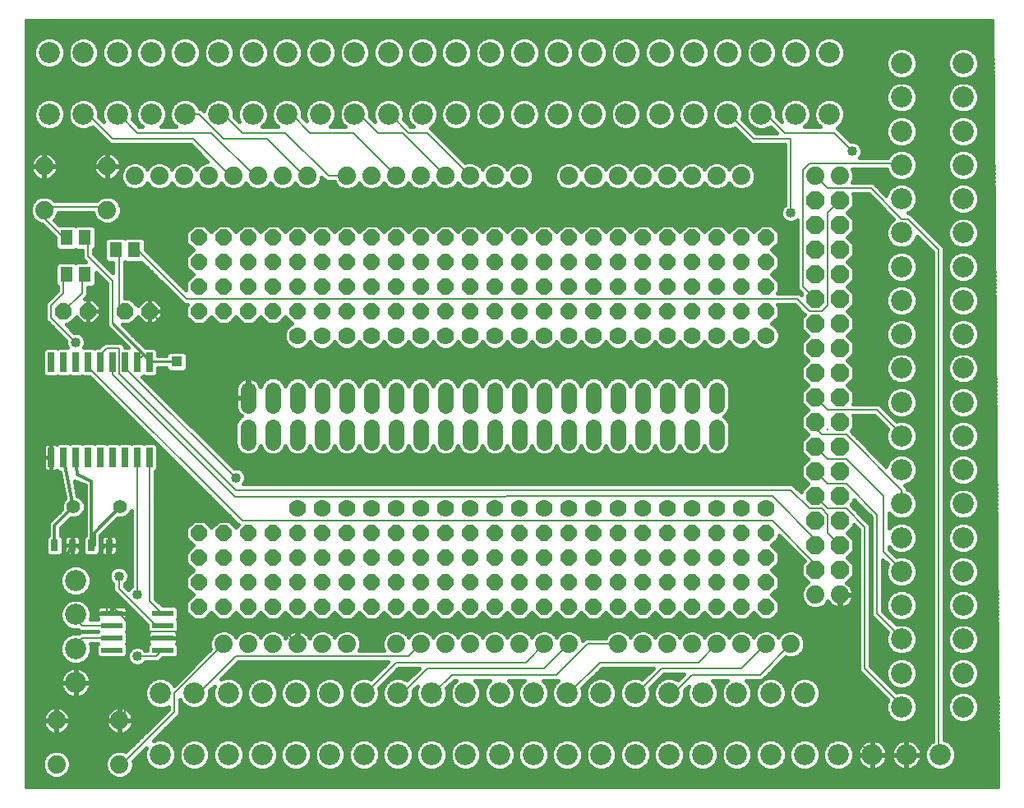
<source format=gbl>
G75*
%MOIN*%
%OFA0B0*%
%FSLAX25Y25*%
%IPPOS*%
%LPD*%
%AMOC8*
5,1,8,0,0,1.08239X$1,22.5*
%
%ADD10C,0.06400*%
%ADD11R,0.03150X0.04724*%
%ADD12C,0.08600*%
%ADD13OC8,0.06400*%
%ADD14OC8,0.06600*%
%ADD15R,0.05118X0.06299*%
%ADD16C,0.07400*%
%ADD17R,0.02600X0.08000*%
%ADD18R,0.08700X0.02400*%
%ADD19OC8,0.07400*%
%ADD20C,0.07000*%
%ADD21C,0.05600*%
%ADD22C,0.00800*%
%ADD23C,0.04000*%
%ADD24C,0.01200*%
%ADD25C,0.01600*%
%ADD26C,0.01000*%
%ADD27R,0.04362X0.04362*%
D10*
X0145000Y0144817D02*
X0145000Y0151217D01*
X0145000Y0159817D02*
X0145000Y0166217D01*
X0155000Y0166217D02*
X0155000Y0159817D01*
X0155000Y0151217D02*
X0155000Y0144817D01*
X0165000Y0144817D02*
X0165000Y0151217D01*
X0165000Y0159817D02*
X0165000Y0166217D01*
X0175000Y0166217D02*
X0175000Y0159817D01*
X0175000Y0151217D02*
X0175000Y0144817D01*
X0185000Y0144817D02*
X0185000Y0151217D01*
X0185000Y0159817D02*
X0185000Y0166217D01*
X0195000Y0166217D02*
X0195000Y0159817D01*
X0195000Y0151217D02*
X0195000Y0144817D01*
X0205000Y0144817D02*
X0205000Y0151217D01*
X0205000Y0159817D02*
X0205000Y0166217D01*
X0215000Y0166217D02*
X0215000Y0159817D01*
X0215000Y0151217D02*
X0215000Y0144817D01*
X0225000Y0144817D02*
X0225000Y0151217D01*
X0225000Y0159817D02*
X0225000Y0166217D01*
X0235000Y0166217D02*
X0235000Y0159817D01*
X0235000Y0151217D02*
X0235000Y0144817D01*
X0245000Y0144817D02*
X0245000Y0151217D01*
X0245000Y0159817D02*
X0245000Y0166217D01*
X0255000Y0166217D02*
X0255000Y0159817D01*
X0255000Y0151217D02*
X0255000Y0144817D01*
X0265000Y0144817D02*
X0265000Y0151217D01*
X0265000Y0159817D02*
X0265000Y0166217D01*
X0275000Y0166217D02*
X0275000Y0159817D01*
X0275000Y0151217D02*
X0275000Y0144817D01*
X0285000Y0144817D02*
X0285000Y0151217D01*
X0285000Y0159817D02*
X0285000Y0166217D01*
X0295000Y0166217D02*
X0295000Y0159817D01*
X0295000Y0151217D02*
X0295000Y0144817D01*
X0305000Y0144817D02*
X0305000Y0151217D01*
X0305000Y0159817D02*
X0305000Y0166217D01*
X0315000Y0166217D02*
X0315000Y0159817D01*
X0315000Y0151217D02*
X0315000Y0144817D01*
X0325000Y0144817D02*
X0325000Y0151217D01*
X0325000Y0159817D02*
X0325000Y0166217D01*
X0335000Y0166217D02*
X0335000Y0159817D01*
X0335000Y0151217D02*
X0335000Y0144817D01*
D11*
X0088543Y0103017D03*
X0081457Y0103017D03*
X0073543Y0103017D03*
X0066457Y0103017D03*
D12*
X0075000Y0088687D03*
X0075000Y0074907D03*
X0075000Y0061128D03*
X0075000Y0047348D03*
X0109331Y0043017D03*
X0123110Y0043017D03*
X0136890Y0043017D03*
X0150669Y0043017D03*
X0164331Y0043017D03*
X0178110Y0043017D03*
X0191890Y0043017D03*
X0205669Y0043017D03*
X0219331Y0043017D03*
X0233110Y0043017D03*
X0246890Y0043017D03*
X0260669Y0043017D03*
X0274331Y0043017D03*
X0288110Y0043017D03*
X0301890Y0043017D03*
X0315669Y0043017D03*
X0329331Y0043017D03*
X0343110Y0043017D03*
X0356890Y0043017D03*
X0370669Y0043017D03*
X0370669Y0018017D03*
X0384331Y0018017D03*
X0398110Y0018017D03*
X0411890Y0018017D03*
X0425669Y0018017D03*
X0435000Y0037348D03*
X0435000Y0051128D03*
X0435000Y0064907D03*
X0435000Y0078687D03*
X0435000Y0092348D03*
X0435000Y0106128D03*
X0435000Y0119907D03*
X0435000Y0133687D03*
X0435000Y0147348D03*
X0435000Y0161128D03*
X0435000Y0174907D03*
X0435000Y0188687D03*
X0435000Y0202348D03*
X0435000Y0216128D03*
X0435000Y0229907D03*
X0435000Y0243687D03*
X0435000Y0257348D03*
X0435000Y0271128D03*
X0435000Y0284907D03*
X0435000Y0298687D03*
X0410000Y0298687D03*
X0410000Y0284907D03*
X0410000Y0271128D03*
X0410000Y0257348D03*
X0410000Y0243687D03*
X0410000Y0229907D03*
X0410000Y0216128D03*
X0410000Y0202348D03*
X0410000Y0188687D03*
X0410000Y0174907D03*
X0410000Y0161128D03*
X0410000Y0147348D03*
X0410000Y0133687D03*
X0410000Y0119907D03*
X0410000Y0106128D03*
X0410000Y0092348D03*
X0410000Y0078687D03*
X0410000Y0064907D03*
X0410000Y0051128D03*
X0410000Y0037348D03*
X0356890Y0018017D03*
X0343110Y0018017D03*
X0329331Y0018017D03*
X0315669Y0018017D03*
X0301890Y0018017D03*
X0288110Y0018017D03*
X0274331Y0018017D03*
X0260669Y0018017D03*
X0246890Y0018017D03*
X0233110Y0018017D03*
X0219331Y0018017D03*
X0205669Y0018017D03*
X0191890Y0018017D03*
X0178110Y0018017D03*
X0164331Y0018017D03*
X0150669Y0018017D03*
X0136890Y0018017D03*
X0123110Y0018017D03*
X0109331Y0018017D03*
X0105669Y0278017D03*
X0119331Y0278017D03*
X0133110Y0278017D03*
X0146890Y0278017D03*
X0160669Y0278017D03*
X0174331Y0278017D03*
X0188110Y0278017D03*
X0201890Y0278017D03*
X0215669Y0278017D03*
X0229331Y0278017D03*
X0243110Y0278017D03*
X0256890Y0278017D03*
X0270669Y0278017D03*
X0284331Y0278017D03*
X0298110Y0278017D03*
X0311890Y0278017D03*
X0325669Y0278017D03*
X0339331Y0278017D03*
X0353110Y0278017D03*
X0366890Y0278017D03*
X0380669Y0278017D03*
X0380669Y0303017D03*
X0366890Y0303017D03*
X0353110Y0303017D03*
X0339331Y0303017D03*
X0325669Y0303017D03*
X0311890Y0303017D03*
X0298110Y0303017D03*
X0284331Y0303017D03*
X0270669Y0303017D03*
X0256890Y0303017D03*
X0243110Y0303017D03*
X0229331Y0303017D03*
X0215669Y0303017D03*
X0201890Y0303017D03*
X0188110Y0303017D03*
X0174331Y0303017D03*
X0160669Y0303017D03*
X0146890Y0303017D03*
X0133110Y0303017D03*
X0119331Y0303017D03*
X0105669Y0303017D03*
X0091890Y0303017D03*
X0078110Y0303017D03*
X0064331Y0303017D03*
X0064331Y0278017D03*
X0078110Y0278017D03*
X0091890Y0278017D03*
D13*
X0125000Y0228017D03*
X0135000Y0228017D03*
X0135000Y0218017D03*
X0125000Y0218017D03*
X0125000Y0208017D03*
X0135000Y0208017D03*
X0145000Y0208017D03*
X0155000Y0208017D03*
X0165000Y0208017D03*
X0175000Y0208017D03*
X0185000Y0208017D03*
X0195000Y0208017D03*
X0205000Y0208017D03*
X0215000Y0208017D03*
X0225000Y0208017D03*
X0235000Y0208017D03*
X0245000Y0208017D03*
X0255000Y0208017D03*
X0265000Y0208017D03*
X0275000Y0208017D03*
X0285000Y0208017D03*
X0295000Y0208017D03*
X0305000Y0208017D03*
X0315000Y0208017D03*
X0325000Y0208017D03*
X0335000Y0208017D03*
X0345000Y0208017D03*
X0355000Y0208017D03*
X0355000Y0218017D03*
X0345000Y0218017D03*
X0335000Y0218017D03*
X0325000Y0218017D03*
X0315000Y0218017D03*
X0305000Y0218017D03*
X0295000Y0218017D03*
X0285000Y0218017D03*
X0275000Y0218017D03*
X0265000Y0218017D03*
X0255000Y0218017D03*
X0245000Y0218017D03*
X0235000Y0218017D03*
X0225000Y0218017D03*
X0215000Y0218017D03*
X0205000Y0218017D03*
X0195000Y0218017D03*
X0185000Y0218017D03*
X0175000Y0218017D03*
X0165000Y0218017D03*
X0155000Y0218017D03*
X0145000Y0218017D03*
X0145000Y0228017D03*
X0155000Y0228017D03*
X0165000Y0228017D03*
X0175000Y0228017D03*
X0185000Y0228017D03*
X0195000Y0228017D03*
X0205000Y0228017D03*
X0215000Y0228017D03*
X0225000Y0228017D03*
X0235000Y0228017D03*
X0245000Y0228017D03*
X0255000Y0228017D03*
X0265000Y0228017D03*
X0275000Y0228017D03*
X0285000Y0228017D03*
X0295000Y0228017D03*
X0305000Y0228017D03*
X0315000Y0228017D03*
X0325000Y0228017D03*
X0335000Y0228017D03*
X0345000Y0228017D03*
X0355000Y0228017D03*
X0355000Y0198017D03*
X0345000Y0198017D03*
X0335000Y0198017D03*
X0325000Y0198017D03*
X0315000Y0198017D03*
X0305000Y0198017D03*
X0295000Y0198017D03*
X0285000Y0198017D03*
X0275000Y0198017D03*
X0265000Y0198017D03*
X0255000Y0198017D03*
X0245000Y0198017D03*
X0235000Y0198017D03*
X0225000Y0198017D03*
X0215000Y0198017D03*
X0205000Y0198017D03*
X0195000Y0198017D03*
X0185000Y0198017D03*
X0175000Y0198017D03*
X0165000Y0198017D03*
X0155000Y0198017D03*
X0145000Y0198017D03*
X0135000Y0198017D03*
X0125000Y0198017D03*
X0125000Y0108017D03*
X0135000Y0108017D03*
X0135000Y0098017D03*
X0125000Y0098017D03*
X0125000Y0088017D03*
X0135000Y0088017D03*
X0135000Y0078017D03*
X0125000Y0078017D03*
X0145000Y0078017D03*
X0155000Y0078017D03*
X0165000Y0078017D03*
X0175000Y0078017D03*
X0185000Y0078017D03*
X0195000Y0078017D03*
X0205000Y0078017D03*
X0215000Y0078017D03*
X0225000Y0078017D03*
X0235000Y0078017D03*
X0245000Y0078017D03*
X0255000Y0078017D03*
X0265000Y0078017D03*
X0275000Y0078017D03*
X0285000Y0078017D03*
X0295000Y0078017D03*
X0305000Y0078017D03*
X0315000Y0078017D03*
X0325000Y0078017D03*
X0335000Y0078017D03*
X0345000Y0078017D03*
X0355000Y0078017D03*
X0355000Y0088017D03*
X0345000Y0088017D03*
X0335000Y0088017D03*
X0325000Y0088017D03*
X0315000Y0088017D03*
X0305000Y0088017D03*
X0295000Y0088017D03*
X0285000Y0088017D03*
X0275000Y0088017D03*
X0265000Y0088017D03*
X0255000Y0088017D03*
X0245000Y0088017D03*
X0235000Y0088017D03*
X0225000Y0088017D03*
X0215000Y0088017D03*
X0205000Y0088017D03*
X0195000Y0088017D03*
X0185000Y0088017D03*
X0175000Y0088017D03*
X0165000Y0088017D03*
X0155000Y0088017D03*
X0145000Y0088017D03*
X0145000Y0098017D03*
X0155000Y0098017D03*
X0165000Y0098017D03*
X0175000Y0098017D03*
X0185000Y0098017D03*
X0195000Y0098017D03*
X0205000Y0098017D03*
X0215000Y0098017D03*
X0225000Y0098017D03*
X0235000Y0098017D03*
X0245000Y0098017D03*
X0255000Y0098017D03*
X0265000Y0098017D03*
X0275000Y0098017D03*
X0285000Y0098017D03*
X0295000Y0098017D03*
X0305000Y0098017D03*
X0315000Y0098017D03*
X0325000Y0098017D03*
X0335000Y0098017D03*
X0345000Y0098017D03*
X0355000Y0098017D03*
X0355000Y0108017D03*
X0345000Y0108017D03*
X0335000Y0108017D03*
X0325000Y0108017D03*
X0315000Y0108017D03*
X0305000Y0108017D03*
X0295000Y0108017D03*
X0285000Y0108017D03*
X0275000Y0108017D03*
X0265000Y0108017D03*
X0255000Y0108017D03*
X0245000Y0108017D03*
X0235000Y0108017D03*
X0225000Y0108017D03*
X0215000Y0108017D03*
X0205000Y0108017D03*
X0195000Y0108017D03*
X0185000Y0108017D03*
X0175000Y0108017D03*
X0165000Y0108017D03*
X0155000Y0108017D03*
X0145000Y0108017D03*
D14*
X0105000Y0198017D03*
X0095000Y0198017D03*
X0080000Y0198017D03*
X0070000Y0198017D03*
D15*
X0071260Y0213017D03*
X0078740Y0213017D03*
X0091260Y0223017D03*
X0098740Y0223017D03*
X0078740Y0228017D03*
X0071260Y0228017D03*
D16*
X0062200Y0239117D03*
X0062200Y0256917D03*
X0087800Y0256917D03*
X0099000Y0253017D03*
X0109000Y0253017D03*
X0119000Y0253017D03*
X0129000Y0253017D03*
X0139000Y0253017D03*
X0149000Y0253017D03*
X0159000Y0253017D03*
X0169000Y0253017D03*
X0185000Y0253017D03*
X0195000Y0253017D03*
X0205000Y0253017D03*
X0215000Y0253017D03*
X0225000Y0253017D03*
X0235000Y0253017D03*
X0245000Y0253017D03*
X0255000Y0253017D03*
X0275000Y0253017D03*
X0285000Y0253017D03*
X0295000Y0253017D03*
X0305000Y0253017D03*
X0315000Y0253017D03*
X0325000Y0253017D03*
X0335000Y0253017D03*
X0345000Y0253017D03*
X0375000Y0253017D03*
X0385000Y0253017D03*
X0385000Y0083017D03*
X0375000Y0083017D03*
X0365000Y0063017D03*
X0355000Y0063017D03*
X0345000Y0063017D03*
X0335000Y0063017D03*
X0325000Y0063017D03*
X0315000Y0063017D03*
X0305000Y0063017D03*
X0295000Y0063017D03*
X0275000Y0063017D03*
X0265000Y0063017D03*
X0255000Y0063017D03*
X0245000Y0063017D03*
X0235000Y0063017D03*
X0225000Y0063017D03*
X0215000Y0063017D03*
X0205000Y0063017D03*
X0185000Y0063017D03*
X0175000Y0063017D03*
X0165000Y0063017D03*
X0155000Y0063017D03*
X0145000Y0063017D03*
X0135000Y0063017D03*
X0092800Y0031917D03*
X0092800Y0014117D03*
X0067200Y0014117D03*
X0067200Y0031917D03*
X0087800Y0239117D03*
D17*
X0090000Y0177317D03*
X0085000Y0177317D03*
X0080000Y0177317D03*
X0075000Y0177317D03*
X0070000Y0177317D03*
X0065000Y0177317D03*
X0095000Y0177317D03*
X0100000Y0177317D03*
X0105000Y0177317D03*
X0105000Y0138717D03*
X0100000Y0138717D03*
X0095000Y0138717D03*
X0090000Y0138717D03*
X0085000Y0138717D03*
X0080000Y0138717D03*
X0075000Y0138717D03*
X0070000Y0138717D03*
X0065000Y0138717D03*
D18*
X0089700Y0075517D03*
X0089700Y0070517D03*
X0089700Y0065517D03*
X0089700Y0060517D03*
X0110300Y0060517D03*
X0110300Y0065517D03*
X0110300Y0070517D03*
X0110300Y0075517D03*
D19*
X0375000Y0093017D03*
X0385000Y0093017D03*
X0385000Y0103017D03*
X0375000Y0103017D03*
X0375000Y0113017D03*
X0385000Y0113017D03*
X0385000Y0123017D03*
X0375000Y0123017D03*
X0375000Y0133017D03*
X0385000Y0133017D03*
X0385000Y0143017D03*
X0375000Y0143017D03*
X0375000Y0153017D03*
X0385000Y0153017D03*
X0385000Y0163017D03*
X0375000Y0163017D03*
X0375000Y0173017D03*
X0385000Y0173017D03*
X0385000Y0183017D03*
X0375000Y0183017D03*
X0375000Y0193017D03*
X0385000Y0193017D03*
X0385000Y0203017D03*
X0375000Y0203017D03*
X0375000Y0213017D03*
X0385000Y0213017D03*
X0385000Y0223017D03*
X0375000Y0223017D03*
X0375000Y0233017D03*
X0385000Y0233017D03*
X0385000Y0243017D03*
X0375000Y0243017D03*
D20*
X0355000Y0188017D03*
X0345000Y0188017D03*
X0335000Y0188017D03*
X0325000Y0188017D03*
X0315000Y0188017D03*
X0305000Y0188017D03*
X0295000Y0188017D03*
X0285000Y0188017D03*
X0275000Y0188017D03*
X0265000Y0188017D03*
X0255000Y0188017D03*
X0245000Y0188017D03*
X0235000Y0188017D03*
X0225000Y0188017D03*
X0215000Y0188017D03*
X0205000Y0188017D03*
X0195000Y0188017D03*
X0185000Y0188017D03*
X0175000Y0188017D03*
X0165000Y0188017D03*
X0165000Y0118017D03*
X0175000Y0118017D03*
X0185000Y0118017D03*
X0195000Y0118017D03*
X0205000Y0118017D03*
X0215000Y0118017D03*
X0225000Y0118017D03*
X0235000Y0118017D03*
X0245000Y0118017D03*
X0255000Y0118017D03*
X0265000Y0118017D03*
X0275000Y0118017D03*
X0285000Y0118017D03*
X0295000Y0118017D03*
X0305000Y0118017D03*
X0315000Y0118017D03*
X0325000Y0118017D03*
X0335000Y0118017D03*
X0345000Y0118017D03*
X0355000Y0118017D03*
D21*
X0093041Y0118703D03*
X0074041Y0118703D03*
D22*
X0065000Y0133017D02*
X0065000Y0138717D01*
X0100000Y0138717D02*
X0100000Y0083017D01*
X0105000Y0080517D02*
X0110000Y0075517D01*
X0110300Y0075517D01*
X0110300Y0070517D02*
X0107500Y0070517D01*
X0092500Y0085517D01*
X0092500Y0090517D01*
X0082500Y0098017D02*
X0087500Y0103017D01*
X0088543Y0103017D01*
X0087500Y0103017D02*
X0087500Y0080517D01*
X0100000Y0068017D01*
X0160000Y0068017D01*
X0385000Y0068017D01*
X0385000Y0083017D01*
X0400000Y0075517D02*
X0410000Y0065517D01*
X0410000Y0064907D01*
X0400000Y0075517D02*
X0400000Y0115517D01*
X0387500Y0128017D01*
X0380000Y0128017D01*
X0375000Y0133017D01*
X0380000Y0138017D02*
X0387500Y0138017D01*
X0402500Y0123017D01*
X0402500Y0100517D01*
X0410000Y0093017D01*
X0410000Y0092348D01*
X0385000Y0103017D02*
X0380000Y0108017D01*
X0380000Y0115517D01*
X0377500Y0118017D01*
X0372500Y0118017D01*
X0365000Y0125517D01*
X0140000Y0125517D01*
X0092500Y0172696D01*
X0092500Y0183017D01*
X0087500Y0183017D01*
X0085000Y0180517D01*
X0085000Y0177317D01*
X0080000Y0177317D02*
X0080196Y0175018D01*
X0142500Y0113017D01*
X0357500Y0113017D01*
X0375000Y0095517D01*
X0375000Y0093017D01*
X0375000Y0103017D02*
X0375000Y0105517D01*
X0357500Y0123017D01*
X0139602Y0122885D01*
X0090000Y0172484D01*
X0090000Y0177317D01*
X0095000Y0177317D02*
X0094979Y0174960D01*
X0140000Y0130517D01*
X0105000Y0138717D02*
X0105000Y0080517D01*
X0100000Y0068017D02*
X0102500Y0065517D01*
X0095000Y0058017D01*
X0095000Y0033017D01*
X0092800Y0031917D01*
X0095000Y0015517D02*
X0092800Y0014117D01*
X0095000Y0015517D02*
X0115000Y0035517D01*
X0115000Y0043017D01*
X0135000Y0063017D01*
X0140000Y0058017D02*
X0125000Y0043017D01*
X0123110Y0043017D01*
X0107500Y0058017D02*
X0100000Y0058017D01*
X0107500Y0058017D02*
X0110000Y0060517D01*
X0110300Y0060517D01*
X0110300Y0065517D02*
X0102500Y0065517D01*
X0089700Y0065517D02*
X0077500Y0065517D01*
X0075000Y0063017D01*
X0075000Y0061128D01*
X0077500Y0070517D02*
X0075000Y0073017D01*
X0075000Y0074907D01*
X0077500Y0070517D02*
X0089700Y0070517D01*
X0089700Y0075517D02*
X0087500Y0075517D01*
X0087500Y0080517D01*
X0082500Y0098017D02*
X0080000Y0098017D01*
X0075000Y0103017D01*
X0073543Y0103017D01*
X0072500Y0103017D01*
X0081457Y0103017D02*
X0082500Y0103017D01*
X0140000Y0058017D02*
X0210000Y0058017D01*
X0215000Y0063017D01*
X0205000Y0055517D02*
X0192500Y0043017D01*
X0191890Y0043017D01*
X0205669Y0043017D02*
X0207500Y0043017D01*
X0217500Y0053017D01*
X0265000Y0053017D01*
X0275000Y0063017D01*
X0282500Y0063017D02*
X0270000Y0050517D01*
X0227500Y0050517D01*
X0220000Y0043017D01*
X0219331Y0043017D01*
X0205000Y0055517D02*
X0257500Y0055517D01*
X0265000Y0063017D01*
X0282500Y0063017D02*
X0295000Y0063017D01*
X0287500Y0055517D02*
X0275000Y0043017D01*
X0274331Y0043017D01*
X0287500Y0055517D02*
X0327500Y0055517D01*
X0335000Y0063017D01*
X0345000Y0053017D02*
X0312500Y0053017D01*
X0302500Y0043017D01*
X0301890Y0043017D01*
X0315669Y0043017D02*
X0317500Y0043017D01*
X0325000Y0050517D01*
X0352500Y0050517D01*
X0365000Y0063017D01*
X0355000Y0063017D02*
X0345000Y0053017D01*
X0385000Y0068017D02*
X0385000Y0030517D01*
X0397500Y0018017D01*
X0398110Y0018017D01*
X0410000Y0037348D02*
X0410000Y0038017D01*
X0395000Y0053017D01*
X0395000Y0110517D01*
X0387500Y0118017D01*
X0380000Y0118017D01*
X0375000Y0123017D01*
X0380000Y0138017D02*
X0375000Y0143017D01*
X0377500Y0148017D02*
X0387500Y0148017D01*
X0410000Y0125517D01*
X0410000Y0119907D01*
X0410000Y0147348D02*
X0410000Y0148017D01*
X0400000Y0158017D01*
X0380000Y0158017D01*
X0375000Y0163017D01*
X0375000Y0153017D02*
X0375000Y0150517D01*
X0377500Y0148017D01*
X0380000Y0149956D02*
X0380000Y0150517D01*
X0377500Y0198017D02*
X0372500Y0198017D01*
X0367500Y0203017D01*
X0120000Y0203017D01*
X0100000Y0223017D01*
X0098740Y0223017D01*
X0092500Y0223017D02*
X0091260Y0223017D01*
X0092500Y0223017D02*
X0092500Y0200517D01*
X0095000Y0198017D01*
X0090000Y0193017D02*
X0102500Y0180517D01*
X0100000Y0178017D01*
X0100000Y0177317D01*
X0102500Y0180517D02*
X0105000Y0178017D01*
X0105000Y0177317D01*
X0090000Y0193017D02*
X0090000Y0210517D01*
X0080000Y0220517D01*
X0080000Y0228017D01*
X0078740Y0228017D01*
X0071260Y0228017D02*
X0070000Y0228017D01*
X0060000Y0238017D01*
X0062200Y0239117D01*
X0062500Y0240517D01*
X0087500Y0240517D01*
X0087800Y0239117D01*
X0078740Y0213017D02*
X0077500Y0213017D01*
X0077500Y0205517D01*
X0070000Y0198017D01*
X0065000Y0195517D02*
X0065000Y0200517D01*
X0070000Y0205517D01*
X0070000Y0213017D01*
X0071260Y0213017D01*
X0065000Y0195517D02*
X0075000Y0185517D01*
X0105000Y0198017D02*
X0140000Y0163017D01*
X0145000Y0163017D01*
X0147500Y0253017D02*
X0149000Y0253017D01*
X0147500Y0253017D02*
X0130000Y0270517D01*
X0100000Y0270517D01*
X0092500Y0278017D01*
X0091890Y0278017D01*
X0090000Y0268017D02*
X0080000Y0278017D01*
X0078110Y0278017D01*
X0090000Y0268017D02*
X0122500Y0268017D01*
X0137500Y0253017D01*
X0139000Y0253017D01*
X0135000Y0268017D02*
X0125000Y0278017D01*
X0119331Y0278017D01*
X0133110Y0278017D02*
X0135000Y0278017D01*
X0142500Y0270517D01*
X0160000Y0270517D01*
X0177500Y0253017D01*
X0185000Y0253017D01*
X0169000Y0253017D02*
X0167500Y0253017D01*
X0152500Y0268017D01*
X0135000Y0268017D01*
X0160669Y0278017D02*
X0162500Y0278017D01*
X0170000Y0270517D01*
X0187500Y0270517D01*
X0205000Y0253017D01*
X0207500Y0270517D02*
X0225000Y0253017D01*
X0235000Y0253017D02*
X0217500Y0270517D01*
X0210000Y0270517D01*
X0202500Y0278017D01*
X0201890Y0278017D01*
X0197500Y0270517D02*
X0190000Y0278017D01*
X0188110Y0278017D01*
X0197500Y0270517D02*
X0207500Y0270517D01*
X0339331Y0278017D02*
X0340000Y0278017D01*
X0350000Y0268017D01*
X0365000Y0268017D01*
X0365000Y0238017D01*
X0380000Y0238017D02*
X0385000Y0243017D01*
X0380000Y0238017D02*
X0380000Y0200517D01*
X0377500Y0198017D01*
X0375000Y0203017D02*
X0370000Y0208017D01*
X0370000Y0255517D01*
X0372500Y0258017D01*
X0410000Y0258017D01*
X0410000Y0257348D01*
X0397500Y0248017D02*
X0410000Y0235517D01*
X0412500Y0235517D01*
X0425000Y0223017D01*
X0425000Y0018017D01*
X0425669Y0018017D01*
X0165000Y0063017D02*
X0160000Y0068017D01*
X0375000Y0253017D02*
X0380000Y0248017D01*
X0397500Y0248017D01*
X0390000Y0263017D02*
X0382500Y0270517D01*
X0362500Y0270517D01*
X0355000Y0278017D01*
X0353110Y0278017D01*
D23*
X0390000Y0263017D03*
X0365000Y0238017D03*
X0140000Y0130517D03*
X0092500Y0090517D03*
X0100000Y0083017D03*
X0100000Y0058017D03*
X0075000Y0185517D03*
D24*
X0075000Y0138717D02*
X0075544Y0131580D01*
X0081437Y0129190D01*
X0081457Y0103017D01*
X0082500Y0103017D02*
X0082500Y0108162D01*
X0093041Y0118703D01*
X0074041Y0118703D02*
X0070000Y0138717D01*
X0065000Y0133017D02*
X0065033Y0114534D01*
X0061052Y0105453D01*
X0061211Y0098284D01*
X0071085Y0097966D01*
X0073543Y0103017D01*
X0066457Y0103017D02*
X0066457Y0111119D01*
X0074041Y0118703D01*
D25*
X0055000Y0005017D02*
X0055000Y0315978D01*
X0446688Y0315978D01*
X0449087Y0005017D01*
X0055000Y0005017D01*
X0055000Y0006214D02*
X0449078Y0006214D01*
X0449066Y0007813D02*
X0055000Y0007813D01*
X0055000Y0009411D02*
X0063845Y0009411D01*
X0063971Y0009285D02*
X0066066Y0008417D01*
X0068334Y0008417D01*
X0070429Y0009285D01*
X0072032Y0010889D01*
X0072900Y0012984D01*
X0072900Y0015251D01*
X0072032Y0017346D01*
X0070429Y0018950D01*
X0068334Y0019817D01*
X0066066Y0019817D01*
X0063971Y0018950D01*
X0062368Y0017346D01*
X0061500Y0015251D01*
X0061500Y0012984D01*
X0062368Y0010889D01*
X0063971Y0009285D01*
X0062317Y0011010D02*
X0055000Y0011010D01*
X0055000Y0012608D02*
X0061655Y0012608D01*
X0061500Y0014207D02*
X0055000Y0014207D01*
X0055000Y0015805D02*
X0061730Y0015805D01*
X0062426Y0017404D02*
X0055000Y0017404D01*
X0055000Y0019002D02*
X0064099Y0019002D01*
X0070301Y0019002D02*
X0089699Y0019002D01*
X0089571Y0018950D02*
X0087968Y0017346D01*
X0087100Y0015251D01*
X0087100Y0012984D01*
X0087968Y0010889D01*
X0089571Y0009285D01*
X0091666Y0008417D01*
X0093934Y0008417D01*
X0096029Y0009285D01*
X0097632Y0010889D01*
X0098500Y0012984D01*
X0098500Y0015251D01*
X0098391Y0015514D01*
X0103655Y0020779D01*
X0103031Y0019271D01*
X0103031Y0016764D01*
X0103990Y0014449D01*
X0105762Y0012676D01*
X0108078Y0011717D01*
X0110584Y0011717D01*
X0112899Y0012676D01*
X0114672Y0014449D01*
X0115631Y0016764D01*
X0115631Y0019271D01*
X0114672Y0021586D01*
X0112899Y0023358D01*
X0110584Y0024317D01*
X0108078Y0024317D01*
X0106569Y0023693D01*
X0117035Y0034158D01*
X0117400Y0035040D01*
X0117400Y0040340D01*
X0117769Y0039449D01*
X0119542Y0037676D01*
X0121857Y0036717D01*
X0124363Y0036717D01*
X0126679Y0037676D01*
X0128451Y0039449D01*
X0129410Y0041764D01*
X0129410Y0044033D01*
X0131256Y0045880D01*
X0130590Y0044271D01*
X0130590Y0041764D01*
X0131549Y0039449D01*
X0133321Y0037676D01*
X0135637Y0036717D01*
X0138143Y0036717D01*
X0140458Y0037676D01*
X0142231Y0039449D01*
X0143190Y0041764D01*
X0143190Y0044271D01*
X0142231Y0046586D01*
X0140458Y0048358D01*
X0138143Y0049317D01*
X0135637Y0049317D01*
X0134028Y0048651D01*
X0140994Y0055617D01*
X0201706Y0055617D01*
X0194743Y0048655D01*
X0193143Y0049317D01*
X0190637Y0049317D01*
X0188321Y0048358D01*
X0186549Y0046586D01*
X0185590Y0044271D01*
X0185590Y0041764D01*
X0186549Y0039449D01*
X0188321Y0037676D01*
X0190637Y0036717D01*
X0193143Y0036717D01*
X0195458Y0037676D01*
X0197231Y0039449D01*
X0198190Y0041764D01*
X0198190Y0044271D01*
X0197884Y0045008D01*
X0205994Y0053117D01*
X0214206Y0053117D01*
X0209342Y0048254D01*
X0209238Y0048358D01*
X0206922Y0049317D01*
X0204416Y0049317D01*
X0202101Y0048358D01*
X0200328Y0046586D01*
X0199369Y0044271D01*
X0199369Y0041764D01*
X0200328Y0039449D01*
X0202101Y0037676D01*
X0204416Y0036717D01*
X0206922Y0036717D01*
X0209238Y0037676D01*
X0211010Y0039449D01*
X0211969Y0041764D01*
X0211969Y0044093D01*
X0213655Y0045779D01*
X0213031Y0044271D01*
X0213031Y0041764D01*
X0213990Y0039449D01*
X0215762Y0037676D01*
X0218078Y0036717D01*
X0220584Y0036717D01*
X0222899Y0037676D01*
X0224672Y0039449D01*
X0225631Y0041764D01*
X0225631Y0044271D01*
X0225343Y0044966D01*
X0228494Y0048117D01*
X0229301Y0048117D01*
X0227769Y0046586D01*
X0226810Y0044271D01*
X0226810Y0041764D01*
X0227769Y0039449D01*
X0229542Y0037676D01*
X0231857Y0036717D01*
X0234363Y0036717D01*
X0236679Y0037676D01*
X0238451Y0039449D01*
X0239410Y0041764D01*
X0239410Y0044271D01*
X0238451Y0046586D01*
X0236920Y0048117D01*
X0243080Y0048117D01*
X0241549Y0046586D01*
X0240590Y0044271D01*
X0240590Y0041764D01*
X0241549Y0039449D01*
X0243321Y0037676D01*
X0245637Y0036717D01*
X0248143Y0036717D01*
X0250458Y0037676D01*
X0252231Y0039449D01*
X0253190Y0041764D01*
X0253190Y0044271D01*
X0252231Y0046586D01*
X0250699Y0048117D01*
X0256860Y0048117D01*
X0255328Y0046586D01*
X0254369Y0044271D01*
X0254369Y0041764D01*
X0255328Y0039449D01*
X0257101Y0037676D01*
X0259416Y0036717D01*
X0261922Y0036717D01*
X0264238Y0037676D01*
X0266010Y0039449D01*
X0266969Y0041764D01*
X0266969Y0044271D01*
X0266010Y0046586D01*
X0264479Y0048117D01*
X0270477Y0048117D01*
X0270552Y0048148D01*
X0268990Y0046586D01*
X0268031Y0044271D01*
X0268031Y0041764D01*
X0268990Y0039449D01*
X0270762Y0037676D01*
X0273078Y0036717D01*
X0275584Y0036717D01*
X0277899Y0037676D01*
X0279672Y0039449D01*
X0280631Y0041764D01*
X0280631Y0044271D01*
X0280343Y0044966D01*
X0288494Y0053117D01*
X0309206Y0053117D01*
X0304743Y0048655D01*
X0303143Y0049317D01*
X0300637Y0049317D01*
X0298321Y0048358D01*
X0296549Y0046586D01*
X0295590Y0044271D01*
X0295590Y0041764D01*
X0296549Y0039449D01*
X0298321Y0037676D01*
X0300637Y0036717D01*
X0303143Y0036717D01*
X0305458Y0037676D01*
X0307231Y0039449D01*
X0308190Y0041764D01*
X0308190Y0044271D01*
X0307884Y0045008D01*
X0313494Y0050617D01*
X0321706Y0050617D01*
X0319342Y0048254D01*
X0319238Y0048358D01*
X0316922Y0049317D01*
X0314416Y0049317D01*
X0312101Y0048358D01*
X0310328Y0046586D01*
X0309369Y0044271D01*
X0309369Y0041764D01*
X0310328Y0039449D01*
X0312101Y0037676D01*
X0314416Y0036717D01*
X0316922Y0036717D01*
X0319238Y0037676D01*
X0321010Y0039449D01*
X0321969Y0041764D01*
X0321969Y0044093D01*
X0323655Y0045779D01*
X0323031Y0044271D01*
X0323031Y0041764D01*
X0323990Y0039449D01*
X0325762Y0037676D01*
X0328078Y0036717D01*
X0330584Y0036717D01*
X0332899Y0037676D01*
X0334672Y0039449D01*
X0335631Y0041764D01*
X0335631Y0044271D01*
X0334672Y0046586D01*
X0333140Y0048117D01*
X0339301Y0048117D01*
X0337769Y0046586D01*
X0336810Y0044271D01*
X0336810Y0041764D01*
X0337769Y0039449D01*
X0339542Y0037676D01*
X0341857Y0036717D01*
X0344363Y0036717D01*
X0346679Y0037676D01*
X0348451Y0039449D01*
X0349410Y0041764D01*
X0349410Y0044271D01*
X0348451Y0046586D01*
X0346920Y0048117D01*
X0352977Y0048117D01*
X0353153Y0048190D01*
X0351549Y0046586D01*
X0350590Y0044271D01*
X0350590Y0041764D01*
X0351549Y0039449D01*
X0353321Y0037676D01*
X0355637Y0036717D01*
X0358143Y0036717D01*
X0360458Y0037676D01*
X0362231Y0039449D01*
X0363190Y0041764D01*
X0363190Y0044271D01*
X0362231Y0046586D01*
X0360458Y0048358D01*
X0358143Y0049317D01*
X0355637Y0049317D01*
X0354028Y0048651D01*
X0354535Y0049158D01*
X0363037Y0057661D01*
X0363866Y0057317D01*
X0366134Y0057317D01*
X0368229Y0058185D01*
X0369832Y0059789D01*
X0370700Y0061884D01*
X0370700Y0064151D01*
X0369832Y0066246D01*
X0368229Y0067850D01*
X0366134Y0068717D01*
X0363866Y0068717D01*
X0361771Y0067850D01*
X0360168Y0066246D01*
X0360000Y0065841D01*
X0359832Y0066246D01*
X0358229Y0067850D01*
X0356134Y0068717D01*
X0353866Y0068717D01*
X0351771Y0067850D01*
X0350168Y0066246D01*
X0350000Y0065841D01*
X0349832Y0066246D01*
X0348229Y0067850D01*
X0346134Y0068717D01*
X0343866Y0068717D01*
X0341771Y0067850D01*
X0340168Y0066246D01*
X0340000Y0065841D01*
X0339832Y0066246D01*
X0338229Y0067850D01*
X0336134Y0068717D01*
X0333866Y0068717D01*
X0331771Y0067850D01*
X0330168Y0066246D01*
X0330000Y0065841D01*
X0329832Y0066246D01*
X0328229Y0067850D01*
X0326134Y0068717D01*
X0323866Y0068717D01*
X0321771Y0067850D01*
X0320168Y0066246D01*
X0320000Y0065841D01*
X0319832Y0066246D01*
X0318229Y0067850D01*
X0316134Y0068717D01*
X0313866Y0068717D01*
X0311771Y0067850D01*
X0310168Y0066246D01*
X0310000Y0065841D01*
X0309832Y0066246D01*
X0308229Y0067850D01*
X0306134Y0068717D01*
X0303866Y0068717D01*
X0301771Y0067850D01*
X0300168Y0066246D01*
X0300000Y0065841D01*
X0299832Y0066246D01*
X0298229Y0067850D01*
X0296134Y0068717D01*
X0293866Y0068717D01*
X0291771Y0067850D01*
X0290168Y0066246D01*
X0289824Y0065417D01*
X0282023Y0065417D01*
X0281141Y0065052D01*
X0280565Y0064477D01*
X0279832Y0066246D01*
X0278229Y0067850D01*
X0276134Y0068717D01*
X0273866Y0068717D01*
X0271771Y0067850D01*
X0270168Y0066246D01*
X0270000Y0065841D01*
X0269832Y0066246D01*
X0268229Y0067850D01*
X0266134Y0068717D01*
X0263866Y0068717D01*
X0261771Y0067850D01*
X0260168Y0066246D01*
X0260000Y0065841D01*
X0259832Y0066246D01*
X0258229Y0067850D01*
X0256134Y0068717D01*
X0253866Y0068717D01*
X0251771Y0067850D01*
X0250168Y0066246D01*
X0250000Y0065841D01*
X0249832Y0066246D01*
X0248229Y0067850D01*
X0246134Y0068717D01*
X0243866Y0068717D01*
X0241771Y0067850D01*
X0240168Y0066246D01*
X0240000Y0065841D01*
X0239832Y0066246D01*
X0238229Y0067850D01*
X0236134Y0068717D01*
X0233866Y0068717D01*
X0231771Y0067850D01*
X0230168Y0066246D01*
X0230000Y0065841D01*
X0229832Y0066246D01*
X0228229Y0067850D01*
X0226134Y0068717D01*
X0223866Y0068717D01*
X0221771Y0067850D01*
X0220168Y0066246D01*
X0220000Y0065841D01*
X0219832Y0066246D01*
X0218229Y0067850D01*
X0216134Y0068717D01*
X0213866Y0068717D01*
X0211771Y0067850D01*
X0210168Y0066246D01*
X0210000Y0065841D01*
X0209832Y0066246D01*
X0208229Y0067850D01*
X0206134Y0068717D01*
X0203866Y0068717D01*
X0201771Y0067850D01*
X0200168Y0066246D01*
X0199300Y0064151D01*
X0199300Y0061884D01*
X0199907Y0060417D01*
X0190093Y0060417D01*
X0190700Y0061884D01*
X0190700Y0064151D01*
X0189832Y0066246D01*
X0188229Y0067850D01*
X0186134Y0068717D01*
X0183866Y0068717D01*
X0181771Y0067850D01*
X0180168Y0066246D01*
X0180000Y0065841D01*
X0179832Y0066246D01*
X0178229Y0067850D01*
X0176134Y0068717D01*
X0173866Y0068717D01*
X0171771Y0067850D01*
X0170168Y0066246D01*
X0169881Y0065553D01*
X0169704Y0065900D01*
X0169195Y0066600D01*
X0168583Y0067213D01*
X0167883Y0067721D01*
X0167111Y0068114D01*
X0166288Y0068382D01*
X0165433Y0068517D01*
X0165200Y0068517D01*
X0165200Y0063217D01*
X0164800Y0063217D01*
X0164800Y0068517D01*
X0164567Y0068517D01*
X0163712Y0068382D01*
X0162889Y0068114D01*
X0162117Y0067721D01*
X0161417Y0067213D01*
X0160805Y0066600D01*
X0160296Y0065900D01*
X0160119Y0065553D01*
X0159832Y0066246D01*
X0158229Y0067850D01*
X0156134Y0068717D01*
X0153866Y0068717D01*
X0151771Y0067850D01*
X0150168Y0066246D01*
X0150000Y0065841D01*
X0149832Y0066246D01*
X0148229Y0067850D01*
X0146134Y0068717D01*
X0143866Y0068717D01*
X0141771Y0067850D01*
X0140168Y0066246D01*
X0140000Y0065841D01*
X0139832Y0066246D01*
X0138229Y0067850D01*
X0136134Y0068717D01*
X0133866Y0068717D01*
X0131771Y0067850D01*
X0130168Y0066246D01*
X0129300Y0064151D01*
X0129300Y0061884D01*
X0129643Y0061055D01*
X0114819Y0046230D01*
X0114672Y0046586D01*
X0112899Y0048358D01*
X0110584Y0049317D01*
X0108078Y0049317D01*
X0105762Y0048358D01*
X0103990Y0046586D01*
X0103031Y0044271D01*
X0103031Y0041764D01*
X0103990Y0039449D01*
X0105762Y0037676D01*
X0108078Y0036717D01*
X0110584Y0036717D01*
X0112600Y0037552D01*
X0112600Y0036511D01*
X0095328Y0019240D01*
X0093934Y0019817D01*
X0091666Y0019817D01*
X0089571Y0018950D01*
X0088026Y0017404D02*
X0071974Y0017404D01*
X0072670Y0015805D02*
X0087330Y0015805D01*
X0087100Y0014207D02*
X0072900Y0014207D01*
X0072745Y0012608D02*
X0087255Y0012608D01*
X0087917Y0011010D02*
X0072082Y0011010D01*
X0070555Y0009411D02*
X0089445Y0009411D01*
X0096155Y0009411D02*
X0449054Y0009411D01*
X0449041Y0011010D02*
X0097682Y0011010D01*
X0098345Y0012608D02*
X0105926Y0012608D01*
X0104232Y0014207D02*
X0098500Y0014207D01*
X0098682Y0015805D02*
X0103428Y0015805D01*
X0103031Y0017404D02*
X0100281Y0017404D01*
X0101879Y0019002D02*
X0103031Y0019002D01*
X0103478Y0020601D02*
X0103582Y0020601D01*
X0106675Y0023798D02*
X0106824Y0023798D01*
X0108273Y0025397D02*
X0422600Y0025397D01*
X0422600Y0026995D02*
X0109872Y0026995D01*
X0111470Y0028594D02*
X0422600Y0028594D01*
X0422600Y0030192D02*
X0113069Y0030192D01*
X0114667Y0031791D02*
X0406954Y0031791D01*
X0406431Y0032007D02*
X0408747Y0031048D01*
X0411253Y0031048D01*
X0413569Y0032007D01*
X0415341Y0033779D01*
X0416300Y0036095D01*
X0416300Y0038601D01*
X0415341Y0040917D01*
X0413569Y0042689D01*
X0411253Y0043648D01*
X0408747Y0043648D01*
X0408051Y0043360D01*
X0397400Y0054011D01*
X0397400Y0110995D01*
X0397035Y0111877D01*
X0396359Y0112552D01*
X0389478Y0119434D01*
X0390700Y0120656D01*
X0390700Y0121423D01*
X0397600Y0114523D01*
X0397600Y0075040D01*
X0397965Y0074158D01*
X0404363Y0067760D01*
X0403700Y0066160D01*
X0403700Y0063654D01*
X0404659Y0061338D01*
X0406431Y0059566D01*
X0408747Y0058607D01*
X0411253Y0058607D01*
X0413569Y0059566D01*
X0415341Y0061338D01*
X0416300Y0063654D01*
X0416300Y0066160D01*
X0415341Y0068476D01*
X0413569Y0070248D01*
X0411253Y0071207D01*
X0408747Y0071207D01*
X0408010Y0070902D01*
X0402400Y0076511D01*
X0402400Y0097223D01*
X0404380Y0095243D01*
X0403700Y0093601D01*
X0403700Y0091095D01*
X0404659Y0088779D01*
X0406431Y0087007D01*
X0408747Y0086048D01*
X0411253Y0086048D01*
X0413569Y0087007D01*
X0415341Y0088779D01*
X0416300Y0091095D01*
X0416300Y0093601D01*
X0415341Y0095917D01*
X0413569Y0097689D01*
X0411253Y0098648D01*
X0408747Y0098648D01*
X0408051Y0098360D01*
X0404900Y0101511D01*
X0404900Y0102318D01*
X0406431Y0100787D01*
X0408747Y0099828D01*
X0411253Y0099828D01*
X0413569Y0100787D01*
X0415341Y0102559D01*
X0416300Y0104874D01*
X0416300Y0107381D01*
X0415341Y0109696D01*
X0413569Y0111468D01*
X0411253Y0112428D01*
X0408747Y0112428D01*
X0406431Y0111468D01*
X0404900Y0109937D01*
X0404900Y0116098D01*
X0406431Y0114566D01*
X0408747Y0113607D01*
X0411253Y0113607D01*
X0413569Y0114566D01*
X0415341Y0116338D01*
X0416300Y0118654D01*
X0416300Y0121160D01*
X0415341Y0123476D01*
X0413569Y0125248D01*
X0412400Y0125732D01*
X0412400Y0125995D01*
X0412035Y0126877D01*
X0411445Y0127466D01*
X0413569Y0128346D01*
X0415341Y0130118D01*
X0416300Y0132434D01*
X0416300Y0134940D01*
X0415341Y0137255D01*
X0413569Y0139028D01*
X0411253Y0139987D01*
X0408747Y0139987D01*
X0406431Y0139028D01*
X0404659Y0137255D01*
X0403780Y0135132D01*
X0389478Y0149434D01*
X0390700Y0150656D01*
X0390700Y0155378D01*
X0390461Y0155617D01*
X0399006Y0155617D01*
X0404380Y0150243D01*
X0403700Y0148601D01*
X0403700Y0146095D01*
X0404659Y0143779D01*
X0406431Y0142007D01*
X0408747Y0141048D01*
X0411253Y0141048D01*
X0413569Y0142007D01*
X0415341Y0143779D01*
X0416300Y0146095D01*
X0416300Y0148601D01*
X0415341Y0150917D01*
X0413569Y0152689D01*
X0411253Y0153648D01*
X0408747Y0153648D01*
X0408051Y0153360D01*
X0401359Y0160052D01*
X0400477Y0160417D01*
X0390461Y0160417D01*
X0390700Y0160656D01*
X0390700Y0165378D01*
X0388061Y0168017D01*
X0390700Y0170656D01*
X0390700Y0175378D01*
X0388061Y0178017D01*
X0390700Y0180656D01*
X0390700Y0185378D01*
X0388061Y0188017D01*
X0390700Y0190656D01*
X0390700Y0195378D01*
X0388061Y0198017D01*
X0390700Y0200656D01*
X0390700Y0205378D01*
X0388061Y0208017D01*
X0390700Y0210656D01*
X0390700Y0215378D01*
X0388061Y0218017D01*
X0390700Y0220656D01*
X0390700Y0225378D01*
X0388061Y0228017D01*
X0390700Y0230656D01*
X0390700Y0235378D01*
X0388061Y0238017D01*
X0390700Y0240656D01*
X0390700Y0245378D01*
X0390461Y0245617D01*
X0396506Y0245617D01*
X0406745Y0235378D01*
X0406431Y0235248D01*
X0404659Y0233476D01*
X0403700Y0231160D01*
X0403700Y0228654D01*
X0404659Y0226338D01*
X0406431Y0224566D01*
X0408747Y0223607D01*
X0411253Y0223607D01*
X0413569Y0224566D01*
X0415341Y0226338D01*
X0416203Y0228420D01*
X0422600Y0222023D01*
X0422600Y0023565D01*
X0422101Y0023358D01*
X0420328Y0021586D01*
X0419369Y0019271D01*
X0419369Y0016764D01*
X0420328Y0014449D01*
X0422101Y0012676D01*
X0424416Y0011717D01*
X0426922Y0011717D01*
X0429238Y0012676D01*
X0431010Y0014449D01*
X0431969Y0016764D01*
X0431969Y0019271D01*
X0431010Y0021586D01*
X0429238Y0023358D01*
X0427400Y0024120D01*
X0427400Y0223495D01*
X0427035Y0224377D01*
X0426359Y0225052D01*
X0413859Y0237552D01*
X0412977Y0237917D01*
X0412534Y0237917D01*
X0413569Y0238346D01*
X0415341Y0240118D01*
X0416300Y0242434D01*
X0416300Y0244940D01*
X0415341Y0247255D01*
X0413569Y0249028D01*
X0411253Y0249987D01*
X0408747Y0249987D01*
X0406431Y0249028D01*
X0404659Y0247255D01*
X0403780Y0245132D01*
X0398859Y0250052D01*
X0397977Y0250417D01*
X0390093Y0250417D01*
X0390700Y0251884D01*
X0390700Y0254151D01*
X0390093Y0255617D01*
X0403898Y0255617D01*
X0404659Y0253779D01*
X0406431Y0252007D01*
X0408747Y0251048D01*
X0411253Y0251048D01*
X0413569Y0252007D01*
X0415341Y0253779D01*
X0416300Y0256095D01*
X0416300Y0258601D01*
X0415341Y0260917D01*
X0413569Y0262689D01*
X0411253Y0263648D01*
X0408747Y0263648D01*
X0406431Y0262689D01*
X0404659Y0260917D01*
X0404452Y0260417D01*
X0393057Y0260417D01*
X0393391Y0260752D01*
X0394000Y0262222D01*
X0394000Y0263813D01*
X0393391Y0265283D01*
X0392266Y0266408D01*
X0390796Y0267017D01*
X0389394Y0267017D01*
X0384535Y0271877D01*
X0383882Y0272529D01*
X0384238Y0272676D01*
X0386010Y0274449D01*
X0386969Y0276764D01*
X0386969Y0279271D01*
X0386010Y0281586D01*
X0384238Y0283358D01*
X0381922Y0284317D01*
X0379416Y0284317D01*
X0377101Y0283358D01*
X0375328Y0281586D01*
X0374369Y0279271D01*
X0374369Y0276764D01*
X0375328Y0274449D01*
X0376860Y0272917D01*
X0370699Y0272917D01*
X0372231Y0274449D01*
X0373190Y0276764D01*
X0373190Y0279271D01*
X0372231Y0281586D01*
X0370458Y0283358D01*
X0368143Y0284317D01*
X0365637Y0284317D01*
X0363321Y0283358D01*
X0361549Y0281586D01*
X0360590Y0279271D01*
X0360590Y0276764D01*
X0361256Y0275155D01*
X0359410Y0277001D01*
X0359410Y0279271D01*
X0358451Y0281586D01*
X0356679Y0283358D01*
X0354363Y0284317D01*
X0351857Y0284317D01*
X0349542Y0283358D01*
X0347769Y0281586D01*
X0346810Y0279271D01*
X0346810Y0276764D01*
X0347769Y0274449D01*
X0349542Y0272676D01*
X0351857Y0271717D01*
X0354363Y0271717D01*
X0356679Y0272676D01*
X0356813Y0272810D01*
X0359206Y0270417D01*
X0350994Y0270417D01*
X0345343Y0276069D01*
X0345631Y0276764D01*
X0345631Y0279271D01*
X0344672Y0281586D01*
X0342899Y0283358D01*
X0340584Y0284317D01*
X0338078Y0284317D01*
X0335762Y0283358D01*
X0333990Y0281586D01*
X0333031Y0279271D01*
X0333031Y0276764D01*
X0333990Y0274449D01*
X0335762Y0272676D01*
X0338078Y0271717D01*
X0340584Y0271717D01*
X0342226Y0272397D01*
X0348641Y0265983D01*
X0349523Y0265617D01*
X0362600Y0265617D01*
X0362600Y0241274D01*
X0361609Y0240283D01*
X0361000Y0238813D01*
X0361000Y0237222D01*
X0361609Y0235752D01*
X0362734Y0234626D01*
X0364204Y0234017D01*
X0365796Y0234017D01*
X0367266Y0234626D01*
X0367600Y0234961D01*
X0367600Y0207540D01*
X0367965Y0206658D01*
X0368641Y0205983D01*
X0369300Y0205323D01*
X0369300Y0204611D01*
X0368859Y0205052D01*
X0367977Y0205417D01*
X0359754Y0205417D01*
X0360200Y0205863D01*
X0360200Y0210171D01*
X0357354Y0213017D01*
X0360200Y0215863D01*
X0360200Y0220171D01*
X0357354Y0223017D01*
X0360200Y0225863D01*
X0360200Y0230171D01*
X0357154Y0233217D01*
X0352846Y0233217D01*
X0350000Y0230371D01*
X0347154Y0233217D01*
X0342846Y0233217D01*
X0340000Y0230371D01*
X0337154Y0233217D01*
X0332846Y0233217D01*
X0330000Y0230371D01*
X0327154Y0233217D01*
X0322846Y0233217D01*
X0320000Y0230371D01*
X0317154Y0233217D01*
X0312846Y0233217D01*
X0310000Y0230371D01*
X0307154Y0233217D01*
X0302846Y0233217D01*
X0300000Y0230371D01*
X0297154Y0233217D01*
X0292846Y0233217D01*
X0290000Y0230371D01*
X0287154Y0233217D01*
X0282846Y0233217D01*
X0280000Y0230371D01*
X0277154Y0233217D01*
X0272846Y0233217D01*
X0270000Y0230371D01*
X0267154Y0233217D01*
X0262846Y0233217D01*
X0260000Y0230371D01*
X0257154Y0233217D01*
X0252846Y0233217D01*
X0250000Y0230371D01*
X0247154Y0233217D01*
X0242846Y0233217D01*
X0240000Y0230371D01*
X0237154Y0233217D01*
X0232846Y0233217D01*
X0230000Y0230371D01*
X0227154Y0233217D01*
X0222846Y0233217D01*
X0220000Y0230371D01*
X0217154Y0233217D01*
X0212846Y0233217D01*
X0210000Y0230371D01*
X0207154Y0233217D01*
X0202846Y0233217D01*
X0200000Y0230371D01*
X0197154Y0233217D01*
X0192846Y0233217D01*
X0190000Y0230371D01*
X0187154Y0233217D01*
X0182846Y0233217D01*
X0180000Y0230371D01*
X0177154Y0233217D01*
X0172846Y0233217D01*
X0170000Y0230371D01*
X0167154Y0233217D01*
X0162846Y0233217D01*
X0160000Y0230371D01*
X0157154Y0233217D01*
X0152846Y0233217D01*
X0150000Y0230371D01*
X0147154Y0233217D01*
X0142846Y0233217D01*
X0140000Y0230371D01*
X0137154Y0233217D01*
X0132846Y0233217D01*
X0130000Y0230371D01*
X0127154Y0233217D01*
X0122846Y0233217D01*
X0119800Y0230171D01*
X0119800Y0225863D01*
X0122646Y0223017D01*
X0119800Y0220171D01*
X0119800Y0215863D01*
X0122646Y0213017D01*
X0119800Y0210171D01*
X0119800Y0206611D01*
X0103299Y0223112D01*
X0103299Y0226995D01*
X0102128Y0228167D01*
X0095353Y0228167D01*
X0095000Y0227814D01*
X0094647Y0228167D01*
X0087872Y0228167D01*
X0086701Y0226995D01*
X0086701Y0219039D01*
X0087872Y0217868D01*
X0090100Y0217868D01*
X0090100Y0213811D01*
X0082400Y0221511D01*
X0082400Y0223140D01*
X0083299Y0224039D01*
X0083299Y0231995D01*
X0082128Y0233167D01*
X0075353Y0233167D01*
X0075000Y0232814D01*
X0074647Y0233167D01*
X0068245Y0233167D01*
X0066278Y0235134D01*
X0067032Y0235889D01*
X0067900Y0237984D01*
X0067900Y0238117D01*
X0082100Y0238117D01*
X0082100Y0237984D01*
X0082968Y0235889D01*
X0084571Y0234285D01*
X0086666Y0233417D01*
X0088934Y0233417D01*
X0091029Y0234285D01*
X0092632Y0235889D01*
X0093500Y0237984D01*
X0093500Y0240251D01*
X0092632Y0242346D01*
X0091029Y0243950D01*
X0088934Y0244817D01*
X0086666Y0244817D01*
X0084571Y0243950D01*
X0083539Y0242917D01*
X0066461Y0242917D01*
X0065429Y0243950D01*
X0063334Y0244817D01*
X0061066Y0244817D01*
X0058971Y0243950D01*
X0057368Y0242346D01*
X0056500Y0240251D01*
X0056500Y0237984D01*
X0057368Y0235889D01*
X0058971Y0234285D01*
X0061066Y0233417D01*
X0061206Y0233417D01*
X0066701Y0227922D01*
X0066701Y0224039D01*
X0067872Y0222868D01*
X0074647Y0222868D01*
X0075000Y0223220D01*
X0075353Y0222868D01*
X0077600Y0222868D01*
X0077600Y0220040D01*
X0077965Y0219158D01*
X0078956Y0218167D01*
X0075353Y0218167D01*
X0075000Y0217814D01*
X0074647Y0218167D01*
X0067872Y0218167D01*
X0066701Y0216995D01*
X0066701Y0209039D01*
X0067600Y0208140D01*
X0067600Y0206511D01*
X0063641Y0202552D01*
X0062965Y0201877D01*
X0062600Y0200995D01*
X0062600Y0195040D01*
X0062965Y0194158D01*
X0071000Y0186123D01*
X0071000Y0184722D01*
X0071582Y0183317D01*
X0067872Y0183317D01*
X0067500Y0182946D01*
X0067128Y0183317D01*
X0062872Y0183317D01*
X0061700Y0182146D01*
X0061700Y0172489D01*
X0062872Y0171317D01*
X0067128Y0171317D01*
X0067500Y0171689D01*
X0067872Y0171317D01*
X0072128Y0171317D01*
X0072500Y0171689D01*
X0072872Y0171317D01*
X0077128Y0171317D01*
X0077500Y0171689D01*
X0077872Y0171317D01*
X0080512Y0171317D01*
X0140804Y0111319D01*
X0140876Y0111247D01*
X0140000Y0110371D01*
X0137154Y0113217D01*
X0132846Y0113217D01*
X0130000Y0110371D01*
X0127154Y0113217D01*
X0122846Y0113217D01*
X0119800Y0110171D01*
X0119800Y0105863D01*
X0122646Y0103017D01*
X0119800Y0100171D01*
X0119800Y0095863D01*
X0122646Y0093017D01*
X0119800Y0090171D01*
X0119800Y0085863D01*
X0122646Y0083017D01*
X0119800Y0080171D01*
X0119800Y0075863D01*
X0122846Y0072817D01*
X0127154Y0072817D01*
X0130000Y0075663D01*
X0132846Y0072817D01*
X0137154Y0072817D01*
X0140000Y0075663D01*
X0142846Y0072817D01*
X0147154Y0072817D01*
X0150000Y0075663D01*
X0152846Y0072817D01*
X0157154Y0072817D01*
X0160000Y0075663D01*
X0162846Y0072817D01*
X0167154Y0072817D01*
X0170000Y0075663D01*
X0172846Y0072817D01*
X0177154Y0072817D01*
X0180000Y0075663D01*
X0182846Y0072817D01*
X0187154Y0072817D01*
X0190000Y0075663D01*
X0192846Y0072817D01*
X0197154Y0072817D01*
X0200000Y0075663D01*
X0202846Y0072817D01*
X0207154Y0072817D01*
X0210000Y0075663D01*
X0212846Y0072817D01*
X0217154Y0072817D01*
X0220000Y0075663D01*
X0222846Y0072817D01*
X0227154Y0072817D01*
X0230000Y0075663D01*
X0232846Y0072817D01*
X0237154Y0072817D01*
X0240000Y0075663D01*
X0242846Y0072817D01*
X0247154Y0072817D01*
X0250000Y0075663D01*
X0252846Y0072817D01*
X0257154Y0072817D01*
X0260000Y0075663D01*
X0262846Y0072817D01*
X0267154Y0072817D01*
X0270000Y0075663D01*
X0272846Y0072817D01*
X0277154Y0072817D01*
X0280000Y0075663D01*
X0282846Y0072817D01*
X0287154Y0072817D01*
X0290000Y0075663D01*
X0292846Y0072817D01*
X0297154Y0072817D01*
X0300000Y0075663D01*
X0302846Y0072817D01*
X0307154Y0072817D01*
X0310000Y0075663D01*
X0312846Y0072817D01*
X0317154Y0072817D01*
X0320000Y0075663D01*
X0322846Y0072817D01*
X0327154Y0072817D01*
X0330000Y0075663D01*
X0332846Y0072817D01*
X0337154Y0072817D01*
X0340000Y0075663D01*
X0342846Y0072817D01*
X0347154Y0072817D01*
X0350000Y0075663D01*
X0352846Y0072817D01*
X0357154Y0072817D01*
X0360200Y0075863D01*
X0360200Y0080171D01*
X0357354Y0083017D01*
X0360200Y0085863D01*
X0360200Y0090171D01*
X0357354Y0093017D01*
X0360200Y0095863D01*
X0360200Y0100171D01*
X0357354Y0103017D01*
X0360200Y0105863D01*
X0360200Y0106923D01*
X0370522Y0096601D01*
X0369300Y0095378D01*
X0369300Y0090656D01*
X0372008Y0087948D01*
X0371771Y0087850D01*
X0370168Y0086246D01*
X0369300Y0084151D01*
X0369300Y0081884D01*
X0370168Y0079789D01*
X0371771Y0078185D01*
X0373866Y0077317D01*
X0376134Y0077317D01*
X0378229Y0078185D01*
X0379832Y0079789D01*
X0380119Y0080482D01*
X0380296Y0080135D01*
X0380805Y0079434D01*
X0381417Y0078822D01*
X0382117Y0078313D01*
X0382889Y0077920D01*
X0383712Y0077653D01*
X0384567Y0077517D01*
X0384800Y0077517D01*
X0384800Y0082817D01*
X0385200Y0082817D01*
X0385200Y0077517D01*
X0385433Y0077517D01*
X0386288Y0077653D01*
X0387111Y0077920D01*
X0387883Y0078313D01*
X0388583Y0078822D01*
X0389195Y0079434D01*
X0389704Y0080135D01*
X0390097Y0080906D01*
X0390365Y0081729D01*
X0390500Y0082584D01*
X0390500Y0082817D01*
X0385200Y0082817D01*
X0385200Y0083217D01*
X0390500Y0083217D01*
X0390500Y0083450D01*
X0390365Y0084305D01*
X0390097Y0085129D01*
X0389704Y0085900D01*
X0389195Y0086600D01*
X0388583Y0087213D01*
X0387883Y0087721D01*
X0387805Y0087761D01*
X0390700Y0090656D01*
X0390700Y0095378D01*
X0388061Y0098017D01*
X0390700Y0100656D01*
X0390700Y0105378D01*
X0388061Y0108017D01*
X0390700Y0110656D01*
X0390700Y0111423D01*
X0392600Y0109523D01*
X0392600Y0052540D01*
X0392965Y0051658D01*
X0404380Y0040243D01*
X0403700Y0038601D01*
X0403700Y0036095D01*
X0404659Y0033779D01*
X0406431Y0032007D01*
X0405049Y0033389D02*
X0116266Y0033389D01*
X0117378Y0034988D02*
X0404159Y0034988D01*
X0403700Y0036586D02*
X0117400Y0036586D01*
X0117400Y0038185D02*
X0119033Y0038185D01*
X0117631Y0039783D02*
X0117400Y0039783D01*
X0112600Y0036586D02*
X0095731Y0036586D01*
X0095683Y0036621D02*
X0094911Y0037014D01*
X0094088Y0037282D01*
X0093233Y0037417D01*
X0093000Y0037417D01*
X0093000Y0032117D01*
X0098300Y0032117D01*
X0098300Y0032350D01*
X0098165Y0033205D01*
X0097897Y0034029D01*
X0097504Y0034800D01*
X0096995Y0035500D01*
X0096383Y0036113D01*
X0095683Y0036621D01*
X0097368Y0034988D02*
X0111076Y0034988D01*
X0109478Y0033389D02*
X0098105Y0033389D01*
X0098300Y0031717D02*
X0093000Y0031717D01*
X0093000Y0026417D01*
X0093233Y0026417D01*
X0094088Y0026553D01*
X0094911Y0026820D01*
X0095683Y0027213D01*
X0096383Y0027722D01*
X0096995Y0028334D01*
X0097504Y0029035D01*
X0097897Y0029806D01*
X0098165Y0030629D01*
X0098300Y0031484D01*
X0098300Y0031717D01*
X0098022Y0030192D02*
X0106281Y0030192D01*
X0107879Y0031791D02*
X0093000Y0031791D01*
X0093000Y0031717D02*
X0093000Y0032117D01*
X0092600Y0032117D01*
X0092600Y0031717D01*
X0093000Y0031717D01*
X0092600Y0031717D02*
X0092600Y0026417D01*
X0092367Y0026417D01*
X0091512Y0026553D01*
X0090689Y0026820D01*
X0089917Y0027213D01*
X0089217Y0027722D01*
X0088605Y0028334D01*
X0088096Y0029035D01*
X0087703Y0029806D01*
X0087435Y0030629D01*
X0087300Y0031484D01*
X0087300Y0031717D01*
X0092600Y0031717D01*
X0092600Y0031791D02*
X0067400Y0031791D01*
X0067400Y0031717D02*
X0067400Y0032117D01*
X0072700Y0032117D01*
X0072700Y0032350D01*
X0072565Y0033205D01*
X0072297Y0034029D01*
X0071904Y0034800D01*
X0071395Y0035500D01*
X0070783Y0036113D01*
X0070083Y0036621D01*
X0069311Y0037014D01*
X0068488Y0037282D01*
X0067633Y0037417D01*
X0067400Y0037417D01*
X0067400Y0032117D01*
X0067000Y0032117D01*
X0067000Y0031717D01*
X0067400Y0031717D01*
X0067400Y0026417D01*
X0067633Y0026417D01*
X0068488Y0026553D01*
X0069311Y0026820D01*
X0070083Y0027213D01*
X0070783Y0027722D01*
X0071395Y0028334D01*
X0071904Y0029035D01*
X0072297Y0029806D01*
X0072565Y0030629D01*
X0072700Y0031484D01*
X0072700Y0031717D01*
X0067400Y0031717D01*
X0067000Y0031717D02*
X0067000Y0026417D01*
X0066767Y0026417D01*
X0065912Y0026553D01*
X0065089Y0026820D01*
X0064317Y0027213D01*
X0063617Y0027722D01*
X0063005Y0028334D01*
X0062496Y0029035D01*
X0062103Y0029806D01*
X0061835Y0030629D01*
X0061700Y0031484D01*
X0061700Y0031717D01*
X0067000Y0031717D01*
X0067000Y0031791D02*
X0055000Y0031791D01*
X0055000Y0033389D02*
X0061895Y0033389D01*
X0061835Y0033205D02*
X0061700Y0032350D01*
X0061700Y0032117D01*
X0067000Y0032117D01*
X0067000Y0037417D01*
X0066767Y0037417D01*
X0065912Y0037282D01*
X0065089Y0037014D01*
X0064317Y0036621D01*
X0063617Y0036113D01*
X0063005Y0035500D01*
X0062496Y0034800D01*
X0062103Y0034029D01*
X0061835Y0033205D01*
X0062632Y0034988D02*
X0055000Y0034988D01*
X0055000Y0036586D02*
X0064269Y0036586D01*
X0067000Y0036586D02*
X0067400Y0036586D01*
X0067400Y0034988D02*
X0067000Y0034988D01*
X0067000Y0033389D02*
X0067400Y0033389D01*
X0067400Y0030192D02*
X0067000Y0030192D01*
X0067000Y0028594D02*
X0067400Y0028594D01*
X0067400Y0026995D02*
X0067000Y0026995D01*
X0064746Y0026995D02*
X0055000Y0026995D01*
X0055000Y0025397D02*
X0101485Y0025397D01*
X0103084Y0026995D02*
X0095254Y0026995D01*
X0093000Y0026995D02*
X0092600Y0026995D01*
X0092600Y0028594D02*
X0093000Y0028594D01*
X0093000Y0030192D02*
X0092600Y0030192D01*
X0092600Y0032117D02*
X0087300Y0032117D01*
X0087300Y0032350D01*
X0087435Y0033205D01*
X0087703Y0034029D01*
X0088096Y0034800D01*
X0088605Y0035500D01*
X0089217Y0036113D01*
X0089917Y0036621D01*
X0090689Y0037014D01*
X0091512Y0037282D01*
X0092367Y0037417D01*
X0092600Y0037417D01*
X0092600Y0032117D01*
X0092600Y0033389D02*
X0093000Y0033389D01*
X0093000Y0034988D02*
X0092600Y0034988D01*
X0092600Y0036586D02*
X0093000Y0036586D01*
X0089869Y0036586D02*
X0070131Y0036586D01*
X0071768Y0034988D02*
X0088232Y0034988D01*
X0087495Y0033389D02*
X0072505Y0033389D01*
X0072422Y0030192D02*
X0087578Y0030192D01*
X0088417Y0028594D02*
X0071583Y0028594D01*
X0069654Y0026995D02*
X0090346Y0026995D01*
X0097183Y0028594D02*
X0104682Y0028594D01*
X0099887Y0023798D02*
X0055000Y0023798D01*
X0055000Y0022200D02*
X0098288Y0022200D01*
X0096690Y0020601D02*
X0055000Y0020601D01*
X0055000Y0028594D02*
X0062817Y0028594D01*
X0061978Y0030192D02*
X0055000Y0030192D01*
X0055000Y0038185D02*
X0105254Y0038185D01*
X0103851Y0039783D02*
X0055000Y0039783D01*
X0055000Y0041382D02*
X0073677Y0041382D01*
X0073572Y0041398D02*
X0074520Y0041248D01*
X0074816Y0041248D01*
X0074816Y0047164D01*
X0075184Y0047164D01*
X0075184Y0041248D01*
X0075480Y0041248D01*
X0076428Y0041398D01*
X0077342Y0041695D01*
X0078197Y0042131D01*
X0078974Y0042695D01*
X0079653Y0043374D01*
X0080217Y0044151D01*
X0080653Y0045006D01*
X0080950Y0045920D01*
X0081100Y0046868D01*
X0081100Y0047164D01*
X0075184Y0047164D01*
X0075184Y0047532D01*
X0081100Y0047532D01*
X0081100Y0047828D01*
X0080950Y0048777D01*
X0080653Y0049690D01*
X0080217Y0050545D01*
X0079653Y0051322D01*
X0078974Y0052001D01*
X0078197Y0052565D01*
X0077342Y0053001D01*
X0076428Y0053298D01*
X0075480Y0053448D01*
X0075184Y0053448D01*
X0075184Y0047532D01*
X0074816Y0047532D01*
X0074816Y0047164D01*
X0068900Y0047164D01*
X0068900Y0046868D01*
X0069050Y0045920D01*
X0069347Y0045006D01*
X0069783Y0044151D01*
X0070347Y0043374D01*
X0071026Y0042695D01*
X0071803Y0042131D01*
X0072658Y0041695D01*
X0073572Y0041398D01*
X0074816Y0041382D02*
X0075184Y0041382D01*
X0076323Y0041382D02*
X0103189Y0041382D01*
X0103031Y0042980D02*
X0079259Y0042980D01*
X0080435Y0044579D02*
X0103158Y0044579D01*
X0103820Y0046177D02*
X0080991Y0046177D01*
X0081100Y0047776D02*
X0105179Y0047776D01*
X0102266Y0054626D02*
X0100796Y0054017D01*
X0099204Y0054017D01*
X0097734Y0054626D01*
X0096609Y0055752D01*
X0096000Y0057222D01*
X0096000Y0058439D01*
X0094878Y0057317D01*
X0084522Y0057317D01*
X0083350Y0058489D01*
X0083350Y0062546D01*
X0083822Y0063017D01*
X0083722Y0063117D01*
X0080995Y0063117D01*
X0081300Y0062381D01*
X0081300Y0059874D01*
X0080341Y0057559D01*
X0078569Y0055787D01*
X0076253Y0054828D01*
X0073747Y0054828D01*
X0071431Y0055787D01*
X0069659Y0057559D01*
X0068700Y0059874D01*
X0068700Y0062381D01*
X0069659Y0064696D01*
X0071431Y0066468D01*
X0073747Y0067428D01*
X0076016Y0067428D01*
X0076141Y0067552D01*
X0077023Y0067917D01*
X0083722Y0067917D01*
X0083822Y0068017D01*
X0083722Y0068117D01*
X0077023Y0068117D01*
X0076141Y0068483D01*
X0076016Y0068607D01*
X0073747Y0068607D01*
X0071431Y0069566D01*
X0069659Y0071338D01*
X0068700Y0073654D01*
X0068700Y0076160D01*
X0069659Y0078476D01*
X0071431Y0080248D01*
X0073747Y0081207D01*
X0076253Y0081207D01*
X0078569Y0080248D01*
X0080341Y0078476D01*
X0081300Y0076160D01*
X0081300Y0073654D01*
X0080995Y0072917D01*
X0083722Y0072917D01*
X0083963Y0073159D01*
X0083910Y0073212D01*
X0083673Y0073623D01*
X0083550Y0074080D01*
X0083550Y0075517D01*
X0089700Y0075517D01*
X0089700Y0075517D01*
X0089700Y0075517D01*
X0095850Y0075517D01*
X0095850Y0074080D01*
X0095727Y0073623D01*
X0095490Y0073212D01*
X0095437Y0073159D01*
X0096050Y0072546D01*
X0096050Y0068489D01*
X0095578Y0068017D01*
X0096050Y0067546D01*
X0096050Y0063489D01*
X0095578Y0063017D01*
X0096050Y0062546D01*
X0096050Y0058934D01*
X0096609Y0060283D01*
X0097734Y0061408D01*
X0099204Y0062017D01*
X0100796Y0062017D01*
X0102266Y0061408D01*
X0103257Y0060417D01*
X0103950Y0060417D01*
X0103950Y0062546D01*
X0104563Y0063159D01*
X0104510Y0063212D01*
X0104273Y0063623D01*
X0104150Y0064080D01*
X0104150Y0065517D01*
X0110300Y0065517D01*
X0110300Y0065517D01*
X0116450Y0065517D01*
X0116450Y0064080D01*
X0116327Y0063623D01*
X0116090Y0063212D01*
X0116037Y0063159D01*
X0116650Y0062546D01*
X0116650Y0058489D01*
X0115478Y0057317D01*
X0110194Y0057317D01*
X0108859Y0055983D01*
X0107977Y0055617D01*
X0103257Y0055617D01*
X0102266Y0054626D01*
X0101163Y0054170D02*
X0122758Y0054170D01*
X0124357Y0055768D02*
X0108342Y0055768D01*
X0103950Y0060564D02*
X0103110Y0060564D01*
X0103950Y0062162D02*
X0096050Y0062162D01*
X0096050Y0060564D02*
X0096890Y0060564D01*
X0096063Y0058965D02*
X0096050Y0058965D01*
X0096000Y0057367D02*
X0094928Y0057367D01*
X0096602Y0055768D02*
X0078524Y0055768D01*
X0080149Y0057367D02*
X0084472Y0057367D01*
X0083350Y0058965D02*
X0080923Y0058965D01*
X0081300Y0060564D02*
X0083350Y0060564D01*
X0083350Y0062162D02*
X0081300Y0062162D01*
X0076067Y0068556D02*
X0055000Y0068556D01*
X0055000Y0066958D02*
X0072613Y0066958D01*
X0070322Y0065359D02*
X0055000Y0065359D01*
X0055000Y0063761D02*
X0069272Y0063761D01*
X0068700Y0062162D02*
X0055000Y0062162D01*
X0055000Y0060564D02*
X0068700Y0060564D01*
X0069077Y0058965D02*
X0055000Y0058965D01*
X0055000Y0057367D02*
X0069851Y0057367D01*
X0071476Y0055768D02*
X0055000Y0055768D01*
X0055000Y0054170D02*
X0098837Y0054170D01*
X0096050Y0063761D02*
X0104236Y0063761D01*
X0104150Y0065359D02*
X0096050Y0065359D01*
X0096050Y0066958D02*
X0104151Y0066958D01*
X0104150Y0066954D02*
X0104150Y0065517D01*
X0110300Y0065517D01*
X0110300Y0065517D01*
X0116450Y0065517D01*
X0116450Y0066954D01*
X0116327Y0067412D01*
X0116090Y0067823D01*
X0116037Y0067876D01*
X0116650Y0068489D01*
X0116650Y0072546D01*
X0116178Y0073017D01*
X0116650Y0073489D01*
X0116650Y0077546D01*
X0115478Y0078717D01*
X0110194Y0078717D01*
X0107400Y0081511D01*
X0107400Y0132989D01*
X0108300Y0133889D01*
X0108300Y0143546D01*
X0107128Y0144717D01*
X0102872Y0144717D01*
X0102500Y0144346D01*
X0102128Y0144717D01*
X0097872Y0144717D01*
X0097500Y0144346D01*
X0097128Y0144717D01*
X0092872Y0144717D01*
X0092500Y0144346D01*
X0092128Y0144717D01*
X0087872Y0144717D01*
X0087500Y0144346D01*
X0087128Y0144717D01*
X0082872Y0144717D01*
X0082500Y0144346D01*
X0082128Y0144717D01*
X0077872Y0144717D01*
X0077500Y0144346D01*
X0077128Y0144717D01*
X0072872Y0144717D01*
X0072500Y0144346D01*
X0072128Y0144717D01*
X0067872Y0144717D01*
X0067346Y0144192D01*
X0066995Y0144395D01*
X0066537Y0144517D01*
X0065000Y0144517D01*
X0063463Y0144517D01*
X0063005Y0144395D01*
X0062595Y0144158D01*
X0062260Y0143823D01*
X0062023Y0143412D01*
X0061900Y0142954D01*
X0061900Y0138717D01*
X0061900Y0134480D01*
X0062023Y0134023D01*
X0062260Y0133612D01*
X0062595Y0133277D01*
X0063005Y0133040D01*
X0063463Y0132917D01*
X0065000Y0132917D01*
X0066537Y0132917D01*
X0066995Y0133040D01*
X0067346Y0133243D01*
X0067872Y0132717D01*
X0068559Y0132717D01*
X0070694Y0122144D01*
X0069972Y0121422D01*
X0069241Y0119658D01*
X0069241Y0117749D01*
X0069291Y0117630D01*
X0064253Y0112591D01*
X0063857Y0111636D01*
X0063857Y0107183D01*
X0062882Y0106208D01*
X0062882Y0099827D01*
X0064053Y0098655D01*
X0068860Y0098655D01*
X0070031Y0099827D01*
X0070031Y0106208D01*
X0069057Y0107183D01*
X0069057Y0110042D01*
X0072968Y0113953D01*
X0073087Y0113903D01*
X0074996Y0113903D01*
X0076760Y0114634D01*
X0078111Y0115984D01*
X0078841Y0117749D01*
X0078841Y0119658D01*
X0078111Y0121422D01*
X0076760Y0122773D01*
X0075791Y0123174D01*
X0074583Y0129159D01*
X0074650Y0129137D01*
X0078838Y0127438D01*
X0078853Y0107180D01*
X0077882Y0106208D01*
X0077882Y0099827D01*
X0079053Y0098655D01*
X0083860Y0098655D01*
X0085031Y0099827D01*
X0085031Y0102335D01*
X0085100Y0102500D01*
X0085100Y0107085D01*
X0091968Y0113953D01*
X0092087Y0113903D01*
X0093996Y0113903D01*
X0095760Y0114634D01*
X0097111Y0115984D01*
X0097600Y0117166D01*
X0097600Y0086274D01*
X0096609Y0085283D01*
X0096468Y0084943D01*
X0094900Y0086511D01*
X0094900Y0087261D01*
X0095891Y0088252D01*
X0096500Y0089722D01*
X0096500Y0091313D01*
X0095891Y0092783D01*
X0094766Y0093908D01*
X0093296Y0094517D01*
X0091704Y0094517D01*
X0090234Y0093908D01*
X0089109Y0092783D01*
X0088500Y0091313D01*
X0088500Y0089722D01*
X0089109Y0088252D01*
X0090100Y0087261D01*
X0090100Y0085040D01*
X0090465Y0084158D01*
X0091141Y0083483D01*
X0103950Y0070673D01*
X0103950Y0068489D01*
X0104563Y0067876D01*
X0104510Y0067823D01*
X0104273Y0067412D01*
X0104150Y0066954D01*
X0103950Y0068556D02*
X0096050Y0068556D01*
X0096050Y0070155D02*
X0103950Y0070155D01*
X0102870Y0071753D02*
X0096050Y0071753D01*
X0095571Y0073352D02*
X0101271Y0073352D01*
X0099673Y0074950D02*
X0095850Y0074950D01*
X0095850Y0075517D02*
X0095850Y0076954D01*
X0095727Y0077412D01*
X0095490Y0077823D01*
X0095155Y0078158D01*
X0094745Y0078395D01*
X0094287Y0078517D01*
X0089700Y0078517D01*
X0089700Y0075517D01*
X0083550Y0075517D01*
X0083550Y0076954D01*
X0083673Y0077412D01*
X0083910Y0077823D01*
X0084245Y0078158D01*
X0084655Y0078395D01*
X0085113Y0078517D01*
X0089700Y0078517D01*
X0089700Y0075517D01*
X0095850Y0075517D01*
X0095850Y0076549D02*
X0098074Y0076549D01*
X0096476Y0078147D02*
X0095166Y0078147D01*
X0094877Y0079746D02*
X0079071Y0079746D01*
X0080477Y0078147D02*
X0084234Y0078147D01*
X0083550Y0076549D02*
X0081139Y0076549D01*
X0081300Y0074950D02*
X0083550Y0074950D01*
X0083829Y0073352D02*
X0081175Y0073352D01*
X0089700Y0075517D02*
X0089700Y0075517D01*
X0089700Y0076549D02*
X0089700Y0076549D01*
X0089700Y0078147D02*
X0089700Y0078147D01*
X0093279Y0081344D02*
X0055000Y0081344D01*
X0055000Y0079746D02*
X0070929Y0079746D01*
X0069523Y0078147D02*
X0055000Y0078147D01*
X0055000Y0076549D02*
X0068861Y0076549D01*
X0068700Y0074950D02*
X0055000Y0074950D01*
X0055000Y0073352D02*
X0068825Y0073352D01*
X0069487Y0071753D02*
X0055000Y0071753D01*
X0055000Y0070155D02*
X0070843Y0070155D01*
X0073747Y0082387D02*
X0076253Y0082387D01*
X0078569Y0083346D01*
X0080341Y0085118D01*
X0081300Y0087434D01*
X0081300Y0089940D01*
X0080341Y0092255D01*
X0078569Y0094028D01*
X0076253Y0094987D01*
X0073747Y0094987D01*
X0071431Y0094028D01*
X0069659Y0092255D01*
X0068700Y0089940D01*
X0068700Y0087434D01*
X0069659Y0085118D01*
X0071431Y0083346D01*
X0073747Y0082387D01*
X0072404Y0082943D02*
X0055000Y0082943D01*
X0055000Y0084541D02*
X0070236Y0084541D01*
X0069236Y0086140D02*
X0055000Y0086140D01*
X0055000Y0087738D02*
X0068700Y0087738D01*
X0068700Y0089337D02*
X0055000Y0089337D01*
X0055000Y0090935D02*
X0069112Y0090935D01*
X0069938Y0092534D02*
X0055000Y0092534D01*
X0055000Y0094133D02*
X0071685Y0094133D01*
X0071732Y0098855D02*
X0073543Y0098855D01*
X0073543Y0103017D01*
X0073543Y0103017D01*
X0070169Y0103017D01*
X0070169Y0100418D01*
X0070291Y0099960D01*
X0070528Y0099550D01*
X0070863Y0099215D01*
X0071274Y0098978D01*
X0071732Y0098855D01*
X0071459Y0098928D02*
X0069133Y0098928D01*
X0070031Y0100527D02*
X0070169Y0100527D01*
X0070169Y0102125D02*
X0070031Y0102125D01*
X0070168Y0103017D02*
X0073543Y0103017D01*
X0073543Y0103017D01*
X0073543Y0098855D01*
X0075355Y0098855D01*
X0075813Y0098978D01*
X0076223Y0099215D01*
X0076558Y0099550D01*
X0076795Y0099960D01*
X0076918Y0100418D01*
X0076918Y0103017D01*
X0073543Y0103017D01*
X0073543Y0103017D01*
X0073543Y0107180D01*
X0071732Y0107180D01*
X0071274Y0107057D01*
X0070863Y0106820D01*
X0070528Y0106485D01*
X0070291Y0106074D01*
X0070169Y0105617D01*
X0070168Y0103017D01*
X0070169Y0103724D02*
X0070031Y0103724D01*
X0070031Y0105322D02*
X0070169Y0105322D01*
X0069319Y0106921D02*
X0071038Y0106921D01*
X0073543Y0106921D02*
X0073543Y0106921D01*
X0073543Y0107180D02*
X0073543Y0103017D01*
X0073543Y0103017D01*
X0076918Y0103017D01*
X0076918Y0105617D01*
X0076795Y0106074D01*
X0076558Y0106485D01*
X0076223Y0106820D01*
X0075813Y0107057D01*
X0075355Y0107180D01*
X0073543Y0107180D01*
X0073543Y0105322D02*
X0073543Y0105322D01*
X0073543Y0103724D02*
X0073543Y0103724D01*
X0073543Y0102125D02*
X0073543Y0102125D01*
X0073543Y0100527D02*
X0073543Y0100527D01*
X0073543Y0098928D02*
X0073543Y0098928D01*
X0075627Y0098928D02*
X0078781Y0098928D01*
X0077882Y0100527D02*
X0076918Y0100527D01*
X0076918Y0102125D02*
X0077882Y0102125D01*
X0077882Y0103724D02*
X0076918Y0103724D01*
X0076918Y0105322D02*
X0077882Y0105322D01*
X0078595Y0106921D02*
X0076049Y0106921D01*
X0078852Y0108519D02*
X0069057Y0108519D01*
X0069133Y0110118D02*
X0078851Y0110118D01*
X0078850Y0111716D02*
X0070731Y0111716D01*
X0072330Y0113315D02*
X0078849Y0113315D01*
X0078848Y0114913D02*
X0077040Y0114913D01*
X0078329Y0116512D02*
X0078846Y0116512D01*
X0078841Y0118110D02*
X0078845Y0118110D01*
X0078821Y0119709D02*
X0078844Y0119709D01*
X0078843Y0121307D02*
X0078158Y0121307D01*
X0078841Y0122906D02*
X0076439Y0122906D01*
X0075523Y0124504D02*
X0078840Y0124504D01*
X0078839Y0126103D02*
X0075200Y0126103D01*
X0074877Y0127701D02*
X0078190Y0127701D01*
X0069895Y0126103D02*
X0055000Y0126103D01*
X0055000Y0127701D02*
X0069572Y0127701D01*
X0069249Y0129300D02*
X0055000Y0129300D01*
X0055000Y0130898D02*
X0068926Y0130898D01*
X0068604Y0132497D02*
X0055000Y0132497D01*
X0055000Y0134095D02*
X0062003Y0134095D01*
X0061900Y0135694D02*
X0055000Y0135694D01*
X0055000Y0137292D02*
X0061900Y0137292D01*
X0061900Y0138717D02*
X0065000Y0138717D01*
X0065000Y0132917D01*
X0065000Y0138717D01*
X0065000Y0138717D01*
X0065000Y0138717D01*
X0061900Y0138717D01*
X0061900Y0138891D02*
X0055000Y0138891D01*
X0055000Y0140489D02*
X0061900Y0140489D01*
X0061900Y0142088D02*
X0055000Y0142088D01*
X0055000Y0143686D02*
X0062181Y0143686D01*
X0065000Y0143686D02*
X0065000Y0143686D01*
X0065000Y0144517D02*
X0065000Y0138717D01*
X0065000Y0138717D01*
X0065000Y0144517D01*
X0065000Y0142088D02*
X0065000Y0142088D01*
X0065000Y0140489D02*
X0065000Y0140489D01*
X0065000Y0138891D02*
X0065000Y0138891D01*
X0065000Y0137292D02*
X0065000Y0137292D01*
X0065000Y0135694D02*
X0065000Y0135694D01*
X0065000Y0134095D02*
X0065000Y0134095D01*
X0070218Y0124504D02*
X0055000Y0124504D01*
X0055000Y0122906D02*
X0070540Y0122906D01*
X0069925Y0121307D02*
X0055000Y0121307D01*
X0055000Y0119709D02*
X0069262Y0119709D01*
X0069241Y0118110D02*
X0055000Y0118110D01*
X0055000Y0116512D02*
X0068173Y0116512D01*
X0066574Y0114913D02*
X0055000Y0114913D01*
X0055000Y0113315D02*
X0064976Y0113315D01*
X0063890Y0111716D02*
X0055000Y0111716D01*
X0055000Y0110118D02*
X0063857Y0110118D01*
X0063857Y0108519D02*
X0055000Y0108519D01*
X0055000Y0106921D02*
X0063595Y0106921D01*
X0062882Y0105322D02*
X0055000Y0105322D01*
X0055000Y0103724D02*
X0062882Y0103724D01*
X0062882Y0102125D02*
X0055000Y0102125D01*
X0055000Y0100527D02*
X0062882Y0100527D01*
X0063781Y0098928D02*
X0055000Y0098928D01*
X0055000Y0097330D02*
X0097600Y0097330D01*
X0097600Y0098928D02*
X0090627Y0098928D01*
X0090813Y0098978D02*
X0091223Y0099215D01*
X0091558Y0099550D01*
X0091795Y0099960D01*
X0091918Y0100418D01*
X0091918Y0103017D01*
X0088543Y0103017D01*
X0088543Y0103017D01*
X0088543Y0098855D01*
X0086732Y0098855D01*
X0086274Y0098978D01*
X0085863Y0099215D01*
X0085528Y0099550D01*
X0085291Y0099960D01*
X0085169Y0100418D01*
X0085169Y0103017D01*
X0088543Y0103017D01*
X0088543Y0103017D01*
X0088543Y0098855D01*
X0090355Y0098855D01*
X0090813Y0098978D01*
X0091918Y0100527D02*
X0097600Y0100527D01*
X0097600Y0102125D02*
X0091918Y0102125D01*
X0091918Y0103017D02*
X0088543Y0103017D01*
X0085168Y0103017D01*
X0085169Y0105617D01*
X0085291Y0106074D01*
X0085528Y0106485D01*
X0085863Y0106820D01*
X0086274Y0107057D01*
X0086732Y0107180D01*
X0088543Y0107180D01*
X0088543Y0103017D01*
X0088543Y0103017D01*
X0088543Y0103017D01*
X0088543Y0107180D01*
X0090355Y0107180D01*
X0090813Y0107057D01*
X0091223Y0106820D01*
X0091558Y0106485D01*
X0091795Y0106074D01*
X0091918Y0105617D01*
X0091918Y0103017D01*
X0091918Y0103724D02*
X0097600Y0103724D01*
X0097600Y0105322D02*
X0091918Y0105322D01*
X0091049Y0106921D02*
X0097600Y0106921D01*
X0097600Y0108519D02*
X0086534Y0108519D01*
X0086038Y0106921D02*
X0085100Y0106921D01*
X0085100Y0105322D02*
X0085169Y0105322D01*
X0085169Y0103724D02*
X0085100Y0103724D01*
X0085031Y0102125D02*
X0085169Y0102125D01*
X0085169Y0100527D02*
X0085031Y0100527D01*
X0084133Y0098928D02*
X0086459Y0098928D01*
X0088543Y0098928D02*
X0088543Y0098928D01*
X0088543Y0100527D02*
X0088543Y0100527D01*
X0088543Y0102125D02*
X0088543Y0102125D01*
X0088543Y0103724D02*
X0088543Y0103724D01*
X0088543Y0105322D02*
X0088543Y0105322D01*
X0088543Y0106921D02*
X0088543Y0106921D01*
X0088133Y0110118D02*
X0097600Y0110118D01*
X0097600Y0111716D02*
X0089731Y0111716D01*
X0091330Y0113315D02*
X0097600Y0113315D01*
X0097600Y0114913D02*
X0096040Y0114913D01*
X0097329Y0116512D02*
X0097600Y0116512D01*
X0107400Y0116512D02*
X0135586Y0116512D01*
X0133980Y0118110D02*
X0107400Y0118110D01*
X0107400Y0119709D02*
X0132373Y0119709D01*
X0130767Y0121307D02*
X0107400Y0121307D01*
X0107400Y0122906D02*
X0129161Y0122906D01*
X0127554Y0124504D02*
X0107400Y0124504D01*
X0107400Y0126103D02*
X0125948Y0126103D01*
X0124342Y0127701D02*
X0107400Y0127701D01*
X0107400Y0129300D02*
X0122735Y0129300D01*
X0121129Y0130898D02*
X0107400Y0130898D01*
X0107400Y0132497D02*
X0119523Y0132497D01*
X0117916Y0134095D02*
X0108300Y0134095D01*
X0108300Y0135694D02*
X0116310Y0135694D01*
X0114704Y0137292D02*
X0108300Y0137292D01*
X0108300Y0138891D02*
X0113097Y0138891D01*
X0111491Y0140489D02*
X0108300Y0140489D01*
X0108300Y0142088D02*
X0109885Y0142088D01*
X0108278Y0143686D02*
X0108159Y0143686D01*
X0106672Y0145285D02*
X0055000Y0145285D01*
X0055000Y0146883D02*
X0105066Y0146883D01*
X0103459Y0148482D02*
X0055000Y0148482D01*
X0055000Y0150080D02*
X0101853Y0150080D01*
X0100247Y0151679D02*
X0055000Y0151679D01*
X0055000Y0153277D02*
X0098640Y0153277D01*
X0097034Y0154876D02*
X0055000Y0154876D01*
X0055000Y0156474D02*
X0095428Y0156474D01*
X0093821Y0158073D02*
X0055000Y0158073D01*
X0055000Y0159671D02*
X0092215Y0159671D01*
X0090609Y0161270D02*
X0055000Y0161270D01*
X0055000Y0162869D02*
X0089002Y0162869D01*
X0087396Y0164467D02*
X0055000Y0164467D01*
X0055000Y0166066D02*
X0085790Y0166066D01*
X0084183Y0167664D02*
X0055000Y0167664D01*
X0055000Y0169263D02*
X0082577Y0169263D01*
X0080971Y0170861D02*
X0055000Y0170861D01*
X0055000Y0172460D02*
X0061729Y0172460D01*
X0061700Y0174058D02*
X0055000Y0174058D01*
X0055000Y0175657D02*
X0061700Y0175657D01*
X0061700Y0177255D02*
X0055000Y0177255D01*
X0055000Y0178854D02*
X0061700Y0178854D01*
X0061700Y0180452D02*
X0055000Y0180452D01*
X0055000Y0182051D02*
X0061700Y0182051D01*
X0055000Y0183649D02*
X0071444Y0183649D01*
X0071000Y0185248D02*
X0055000Y0185248D01*
X0055000Y0186846D02*
X0070277Y0186846D01*
X0068679Y0188445D02*
X0055000Y0188445D01*
X0055000Y0190043D02*
X0067080Y0190043D01*
X0065482Y0191642D02*
X0055000Y0191642D01*
X0055000Y0193240D02*
X0063883Y0193240D01*
X0062683Y0194839D02*
X0055000Y0194839D01*
X0055000Y0196437D02*
X0062600Y0196437D01*
X0062600Y0198036D02*
X0055000Y0198036D01*
X0055000Y0199634D02*
X0062600Y0199634D01*
X0062699Y0201233D02*
X0055000Y0201233D01*
X0055000Y0202831D02*
X0063920Y0202831D01*
X0065518Y0204430D02*
X0055000Y0204430D01*
X0055000Y0206028D02*
X0067117Y0206028D01*
X0067600Y0207627D02*
X0055000Y0207627D01*
X0055000Y0209225D02*
X0066701Y0209225D01*
X0066701Y0210824D02*
X0055000Y0210824D01*
X0055000Y0212422D02*
X0066701Y0212422D01*
X0066701Y0214021D02*
X0055000Y0214021D01*
X0055000Y0215619D02*
X0066701Y0215619D01*
X0066923Y0217218D02*
X0055000Y0217218D01*
X0055000Y0218816D02*
X0078307Y0218816D01*
X0077600Y0220415D02*
X0055000Y0220415D01*
X0055000Y0222013D02*
X0077600Y0222013D01*
X0082400Y0222013D02*
X0086701Y0222013D01*
X0086701Y0220415D02*
X0083497Y0220415D01*
X0085095Y0218816D02*
X0086924Y0218816D01*
X0086694Y0217218D02*
X0090100Y0217218D01*
X0090100Y0215619D02*
X0088292Y0215619D01*
X0089891Y0214021D02*
X0090100Y0214021D01*
X0086299Y0210824D02*
X0083299Y0210824D01*
X0083299Y0212422D02*
X0084701Y0212422D01*
X0083299Y0213824D02*
X0087600Y0209523D01*
X0087600Y0193756D01*
X0087500Y0193513D01*
X0087500Y0192519D01*
X0087881Y0191600D01*
X0096172Y0183317D01*
X0094900Y0183317D01*
X0094900Y0183495D01*
X0094535Y0184377D01*
X0093859Y0185052D01*
X0092977Y0185417D01*
X0087023Y0185417D01*
X0086141Y0185052D01*
X0085465Y0184377D01*
X0084406Y0183317D01*
X0082872Y0183317D01*
X0082500Y0182946D01*
X0082128Y0183317D01*
X0078418Y0183317D01*
X0079000Y0184722D01*
X0079000Y0186313D01*
X0078391Y0187783D01*
X0077266Y0188908D01*
X0075796Y0189517D01*
X0074394Y0189517D01*
X0071194Y0192717D01*
X0072195Y0192717D01*
X0075141Y0195663D01*
X0077888Y0192917D01*
X0080000Y0192917D01*
X0080000Y0198017D01*
X0080000Y0192917D01*
X0082112Y0192917D01*
X0085100Y0195905D01*
X0085100Y0198017D01*
X0080000Y0198017D01*
X0080000Y0198017D01*
X0080000Y0198017D01*
X0085100Y0198017D01*
X0085100Y0200130D01*
X0082112Y0203117D01*
X0080000Y0203117D01*
X0078494Y0203117D01*
X0079535Y0204158D01*
X0079900Y0205040D01*
X0079900Y0207868D01*
X0082128Y0207868D01*
X0083299Y0209039D01*
X0083299Y0213824D01*
X0083299Y0209225D02*
X0087600Y0209225D01*
X0087600Y0207627D02*
X0079900Y0207627D01*
X0079900Y0206028D02*
X0087600Y0206028D01*
X0087600Y0204430D02*
X0079647Y0204430D01*
X0080000Y0203117D02*
X0080000Y0198017D01*
X0080000Y0198017D01*
X0080000Y0203117D01*
X0080000Y0202831D02*
X0080000Y0202831D01*
X0080000Y0201233D02*
X0080000Y0201233D01*
X0080000Y0199634D02*
X0080000Y0199634D01*
X0080000Y0198036D02*
X0080000Y0198036D01*
X0080000Y0196437D02*
X0080000Y0196437D01*
X0080000Y0194839D02*
X0080000Y0194839D01*
X0080000Y0193240D02*
X0080000Y0193240D01*
X0082435Y0193240D02*
X0087500Y0193240D01*
X0087600Y0194839D02*
X0084034Y0194839D01*
X0085100Y0196437D02*
X0087600Y0196437D01*
X0087600Y0198036D02*
X0085100Y0198036D01*
X0085100Y0199634D02*
X0087600Y0199634D01*
X0087600Y0201233D02*
X0083997Y0201233D01*
X0082399Y0202831D02*
X0087600Y0202831D01*
X0094900Y0203317D02*
X0094900Y0218120D01*
X0095000Y0218220D01*
X0095353Y0217868D01*
X0101755Y0217868D01*
X0117965Y0201658D01*
X0118641Y0200983D01*
X0119523Y0200617D01*
X0120246Y0200617D01*
X0119800Y0200171D01*
X0119800Y0195863D01*
X0122846Y0192817D01*
X0127154Y0192817D01*
X0130000Y0195663D01*
X0132846Y0192817D01*
X0137154Y0192817D01*
X0140000Y0195663D01*
X0142846Y0192817D01*
X0147154Y0192817D01*
X0150000Y0195663D01*
X0152846Y0192817D01*
X0157154Y0192817D01*
X0160000Y0195663D01*
X0162662Y0193002D01*
X0161884Y0192680D01*
X0160337Y0191133D01*
X0159500Y0189111D01*
X0159500Y0186923D01*
X0160337Y0184902D01*
X0161884Y0183355D01*
X0163906Y0182517D01*
X0166094Y0182517D01*
X0168115Y0183355D01*
X0169663Y0184902D01*
X0170000Y0185716D01*
X0170337Y0184902D01*
X0171884Y0183355D01*
X0173906Y0182517D01*
X0176094Y0182517D01*
X0178115Y0183355D01*
X0179663Y0184902D01*
X0180000Y0185716D01*
X0180337Y0184902D01*
X0181884Y0183355D01*
X0183906Y0182517D01*
X0186094Y0182517D01*
X0188115Y0183355D01*
X0189663Y0184902D01*
X0190000Y0185716D01*
X0190337Y0184902D01*
X0191884Y0183355D01*
X0193906Y0182517D01*
X0196094Y0182517D01*
X0198115Y0183355D01*
X0199663Y0184902D01*
X0200000Y0185716D01*
X0200337Y0184902D01*
X0201884Y0183355D01*
X0203906Y0182517D01*
X0206094Y0182517D01*
X0208115Y0183355D01*
X0209663Y0184902D01*
X0210000Y0185716D01*
X0210337Y0184902D01*
X0211884Y0183355D01*
X0213906Y0182517D01*
X0216094Y0182517D01*
X0218115Y0183355D01*
X0219663Y0184902D01*
X0220000Y0185716D01*
X0220337Y0184902D01*
X0221884Y0183355D01*
X0223906Y0182517D01*
X0226094Y0182517D01*
X0228115Y0183355D01*
X0229663Y0184902D01*
X0230000Y0185716D01*
X0230337Y0184902D01*
X0231884Y0183355D01*
X0233906Y0182517D01*
X0236094Y0182517D01*
X0238115Y0183355D01*
X0239663Y0184902D01*
X0240000Y0185716D01*
X0240337Y0184902D01*
X0241884Y0183355D01*
X0243906Y0182517D01*
X0246094Y0182517D01*
X0248115Y0183355D01*
X0249663Y0184902D01*
X0250000Y0185716D01*
X0250337Y0184902D01*
X0251884Y0183355D01*
X0253906Y0182517D01*
X0256094Y0182517D01*
X0258115Y0183355D01*
X0259663Y0184902D01*
X0260000Y0185716D01*
X0260337Y0184902D01*
X0261884Y0183355D01*
X0263906Y0182517D01*
X0266094Y0182517D01*
X0268115Y0183355D01*
X0269663Y0184902D01*
X0270000Y0185716D01*
X0270337Y0184902D01*
X0271884Y0183355D01*
X0273906Y0182517D01*
X0276094Y0182517D01*
X0278115Y0183355D01*
X0279663Y0184902D01*
X0280000Y0185716D01*
X0280337Y0184902D01*
X0281884Y0183355D01*
X0283906Y0182517D01*
X0286094Y0182517D01*
X0288115Y0183355D01*
X0289663Y0184902D01*
X0290000Y0185716D01*
X0290337Y0184902D01*
X0291884Y0183355D01*
X0293906Y0182517D01*
X0296094Y0182517D01*
X0298115Y0183355D01*
X0299663Y0184902D01*
X0300000Y0185716D01*
X0300337Y0184902D01*
X0301884Y0183355D01*
X0303906Y0182517D01*
X0306094Y0182517D01*
X0308115Y0183355D01*
X0309663Y0184902D01*
X0310000Y0185716D01*
X0310337Y0184902D01*
X0311884Y0183355D01*
X0313906Y0182517D01*
X0316094Y0182517D01*
X0318115Y0183355D01*
X0319663Y0184902D01*
X0320000Y0185716D01*
X0320337Y0184902D01*
X0321884Y0183355D01*
X0323906Y0182517D01*
X0326094Y0182517D01*
X0328115Y0183355D01*
X0329663Y0184902D01*
X0330000Y0185716D01*
X0330337Y0184902D01*
X0331884Y0183355D01*
X0333906Y0182517D01*
X0336094Y0182517D01*
X0338115Y0183355D01*
X0339663Y0184902D01*
X0340000Y0185716D01*
X0340337Y0184902D01*
X0341884Y0183355D01*
X0343906Y0182517D01*
X0346094Y0182517D01*
X0348115Y0183355D01*
X0349663Y0184902D01*
X0350000Y0185716D01*
X0350337Y0184902D01*
X0351884Y0183355D01*
X0353906Y0182517D01*
X0356094Y0182517D01*
X0358115Y0183355D01*
X0359663Y0184902D01*
X0360500Y0186923D01*
X0360500Y0189111D01*
X0359663Y0191133D01*
X0358115Y0192680D01*
X0357338Y0193002D01*
X0360200Y0195863D01*
X0360200Y0200171D01*
X0359754Y0200617D01*
X0366506Y0200617D01*
X0370465Y0196658D01*
X0370522Y0196601D01*
X0369300Y0195378D01*
X0369300Y0190656D01*
X0371939Y0188017D01*
X0369300Y0185378D01*
X0369300Y0180656D01*
X0371939Y0178017D01*
X0369300Y0175378D01*
X0369300Y0170656D01*
X0371939Y0168017D01*
X0369300Y0165378D01*
X0369300Y0160656D01*
X0371939Y0158017D01*
X0369300Y0155378D01*
X0369300Y0150656D01*
X0371939Y0148017D01*
X0369300Y0145378D01*
X0369300Y0140656D01*
X0371939Y0138017D01*
X0369300Y0135378D01*
X0369300Y0130656D01*
X0371939Y0128017D01*
X0369300Y0125378D01*
X0369300Y0124611D01*
X0366359Y0127552D01*
X0365477Y0127917D01*
X0143057Y0127917D01*
X0143391Y0128252D01*
X0144000Y0129722D01*
X0144000Y0131313D01*
X0143391Y0132783D01*
X0142266Y0133908D01*
X0140796Y0134517D01*
X0139364Y0134517D01*
X0102085Y0171317D01*
X0102128Y0171317D01*
X0102500Y0171689D01*
X0102872Y0171317D01*
X0107128Y0171317D01*
X0108300Y0172489D01*
X0108300Y0175073D01*
X0111790Y0175073D01*
X0111790Y0174564D01*
X0112962Y0173392D01*
X0118981Y0173392D01*
X0120153Y0174564D01*
X0120153Y0180583D01*
X0118981Y0181754D01*
X0112962Y0181754D01*
X0111790Y0180583D01*
X0111790Y0180073D01*
X0108300Y0180073D01*
X0108300Y0182146D01*
X0107128Y0183317D01*
X0103247Y0183317D01*
X0093838Y0192717D01*
X0097195Y0192717D01*
X0100141Y0195663D01*
X0102888Y0192917D01*
X0105000Y0192917D01*
X0105000Y0198017D01*
X0105000Y0192917D01*
X0107112Y0192917D01*
X0110100Y0195905D01*
X0110100Y0198017D01*
X0105000Y0198017D01*
X0105000Y0198017D01*
X0105000Y0198017D01*
X0110100Y0198017D01*
X0110100Y0200130D01*
X0107112Y0203117D01*
X0105000Y0203117D01*
X0102888Y0203117D01*
X0100141Y0200371D01*
X0097195Y0203317D01*
X0094900Y0203317D01*
X0094900Y0204430D02*
X0115193Y0204430D01*
X0113595Y0206028D02*
X0094900Y0206028D01*
X0094900Y0207627D02*
X0111996Y0207627D01*
X0110398Y0209225D02*
X0094900Y0209225D01*
X0094900Y0210824D02*
X0108799Y0210824D01*
X0107201Y0212422D02*
X0094900Y0212422D01*
X0094900Y0214021D02*
X0105602Y0214021D01*
X0104004Y0215619D02*
X0094900Y0215619D01*
X0094900Y0217218D02*
X0102405Y0217218D01*
X0105997Y0220415D02*
X0120044Y0220415D01*
X0119800Y0218816D02*
X0107595Y0218816D01*
X0109194Y0217218D02*
X0119800Y0217218D01*
X0120044Y0215619D02*
X0110792Y0215619D01*
X0112391Y0214021D02*
X0121643Y0214021D01*
X0122051Y0212422D02*
X0113989Y0212422D01*
X0115588Y0210824D02*
X0120453Y0210824D01*
X0119800Y0209225D02*
X0117186Y0209225D01*
X0118785Y0207627D02*
X0119800Y0207627D01*
X0116792Y0202831D02*
X0107399Y0202831D01*
X0108997Y0201233D02*
X0118390Y0201233D01*
X0119800Y0199634D02*
X0110100Y0199634D01*
X0110100Y0198036D02*
X0119800Y0198036D01*
X0119800Y0196437D02*
X0110100Y0196437D01*
X0109034Y0194839D02*
X0120825Y0194839D01*
X0122423Y0193240D02*
X0107435Y0193240D01*
X0105000Y0193240D02*
X0105000Y0193240D01*
X0105000Y0194839D02*
X0105000Y0194839D01*
X0105000Y0196437D02*
X0105000Y0196437D01*
X0105000Y0198017D02*
X0105000Y0203117D01*
X0105000Y0198017D01*
X0105000Y0198017D01*
X0105000Y0198036D02*
X0105000Y0198036D01*
X0105000Y0199634D02*
X0105000Y0199634D01*
X0105000Y0201233D02*
X0105000Y0201233D01*
X0105000Y0202831D02*
X0105000Y0202831D01*
X0102601Y0202831D02*
X0097681Y0202831D01*
X0099280Y0201233D02*
X0101003Y0201233D01*
X0100966Y0194839D02*
X0099317Y0194839D01*
X0097718Y0193240D02*
X0102565Y0193240D01*
X0096514Y0190043D02*
X0159886Y0190043D01*
X0159500Y0188445D02*
X0098114Y0188445D01*
X0099715Y0186846D02*
X0159532Y0186846D01*
X0160194Y0185248D02*
X0101315Y0185248D01*
X0102915Y0183649D02*
X0161590Y0183649D01*
X0168410Y0183649D02*
X0171590Y0183649D01*
X0170194Y0185248D02*
X0169806Y0185248D01*
X0178410Y0183649D02*
X0181590Y0183649D01*
X0180194Y0185248D02*
X0179806Y0185248D01*
X0188410Y0183649D02*
X0191590Y0183649D01*
X0190194Y0185248D02*
X0189806Y0185248D01*
X0198410Y0183649D02*
X0201590Y0183649D01*
X0200194Y0185248D02*
X0199806Y0185248D01*
X0208410Y0183649D02*
X0211590Y0183649D01*
X0210194Y0185248D02*
X0209806Y0185248D01*
X0218410Y0183649D02*
X0221590Y0183649D01*
X0220194Y0185248D02*
X0219806Y0185248D01*
X0228410Y0183649D02*
X0231590Y0183649D01*
X0230194Y0185248D02*
X0229806Y0185248D01*
X0238410Y0183649D02*
X0241590Y0183649D01*
X0240194Y0185248D02*
X0239806Y0185248D01*
X0248410Y0183649D02*
X0251590Y0183649D01*
X0250194Y0185248D02*
X0249806Y0185248D01*
X0258410Y0183649D02*
X0261590Y0183649D01*
X0260194Y0185248D02*
X0259806Y0185248D01*
X0268410Y0183649D02*
X0271590Y0183649D01*
X0270194Y0185248D02*
X0269806Y0185248D01*
X0278410Y0183649D02*
X0281590Y0183649D01*
X0280194Y0185248D02*
X0279806Y0185248D01*
X0288410Y0183649D02*
X0291590Y0183649D01*
X0290194Y0185248D02*
X0289806Y0185248D01*
X0298410Y0183649D02*
X0301590Y0183649D01*
X0300194Y0185248D02*
X0299806Y0185248D01*
X0308410Y0183649D02*
X0311590Y0183649D01*
X0310194Y0185248D02*
X0309806Y0185248D01*
X0318410Y0183649D02*
X0321590Y0183649D01*
X0320194Y0185248D02*
X0319806Y0185248D01*
X0328410Y0183649D02*
X0331590Y0183649D01*
X0330194Y0185248D02*
X0329806Y0185248D01*
X0338410Y0183649D02*
X0341590Y0183649D01*
X0340194Y0185248D02*
X0339806Y0185248D01*
X0348410Y0183649D02*
X0351590Y0183649D01*
X0350194Y0185248D02*
X0349806Y0185248D01*
X0358410Y0183649D02*
X0369300Y0183649D01*
X0369300Y0182051D02*
X0108300Y0182051D01*
X0108300Y0180452D02*
X0111790Y0180452D01*
X0112296Y0174058D02*
X0108300Y0174058D01*
X0108271Y0172460D02*
X0369300Y0172460D01*
X0369300Y0174058D02*
X0119647Y0174058D01*
X0120153Y0175657D02*
X0369578Y0175657D01*
X0371177Y0177255D02*
X0120153Y0177255D01*
X0120153Y0178854D02*
X0371103Y0178854D01*
X0369504Y0180452D02*
X0120153Y0180452D01*
X0127577Y0193240D02*
X0132423Y0193240D01*
X0130825Y0194839D02*
X0129175Y0194839D01*
X0137577Y0193240D02*
X0142423Y0193240D01*
X0140825Y0194839D02*
X0139175Y0194839D01*
X0147577Y0193240D02*
X0152423Y0193240D01*
X0150825Y0194839D02*
X0149175Y0194839D01*
X0157577Y0193240D02*
X0162423Y0193240D01*
X0160846Y0191642D02*
X0094914Y0191642D01*
X0091040Y0188445D02*
X0077730Y0188445D01*
X0078779Y0186846D02*
X0092640Y0186846D01*
X0093387Y0185248D02*
X0094240Y0185248D01*
X0094836Y0183649D02*
X0095840Y0183649D01*
X0089440Y0190043D02*
X0073868Y0190043D01*
X0072270Y0191642D02*
X0087864Y0191642D01*
X0086613Y0185248D02*
X0079000Y0185248D01*
X0078556Y0183649D02*
X0084738Y0183649D01*
X0077565Y0193240D02*
X0072718Y0193240D01*
X0074317Y0194839D02*
X0075966Y0194839D01*
X0102548Y0170861D02*
X0143111Y0170861D01*
X0143081Y0170851D02*
X0142379Y0170494D01*
X0141743Y0170031D01*
X0141186Y0169475D01*
X0140724Y0168838D01*
X0140366Y0168137D01*
X0140123Y0167388D01*
X0140000Y0166611D01*
X0140000Y0163217D01*
X0144800Y0163217D01*
X0144800Y0162817D01*
X0140000Y0162817D01*
X0140000Y0159424D01*
X0140123Y0158647D01*
X0140366Y0157898D01*
X0140724Y0157197D01*
X0141186Y0156560D01*
X0141743Y0156004D01*
X0142187Y0155681D01*
X0142054Y0155626D01*
X0140592Y0154163D01*
X0139800Y0152252D01*
X0139800Y0143783D01*
X0140592Y0141872D01*
X0142054Y0140409D01*
X0143966Y0139617D01*
X0146034Y0139617D01*
X0147946Y0140409D01*
X0149408Y0141872D01*
X0150000Y0143300D01*
X0150592Y0141872D01*
X0152054Y0140409D01*
X0153966Y0139617D01*
X0156034Y0139617D01*
X0157946Y0140409D01*
X0159408Y0141872D01*
X0160000Y0143300D01*
X0160592Y0141872D01*
X0162054Y0140409D01*
X0163966Y0139617D01*
X0166034Y0139617D01*
X0167946Y0140409D01*
X0169408Y0141872D01*
X0170000Y0143300D01*
X0170592Y0141872D01*
X0172054Y0140409D01*
X0173966Y0139617D01*
X0176034Y0139617D01*
X0177946Y0140409D01*
X0179408Y0141872D01*
X0180000Y0143300D01*
X0180592Y0141872D01*
X0182054Y0140409D01*
X0183966Y0139617D01*
X0186034Y0139617D01*
X0187946Y0140409D01*
X0189408Y0141872D01*
X0190000Y0143300D01*
X0190592Y0141872D01*
X0192054Y0140409D01*
X0193966Y0139617D01*
X0196034Y0139617D01*
X0197946Y0140409D01*
X0199408Y0141872D01*
X0200000Y0143300D01*
X0200592Y0141872D01*
X0202054Y0140409D01*
X0203966Y0139617D01*
X0206034Y0139617D01*
X0207946Y0140409D01*
X0209408Y0141872D01*
X0210000Y0143300D01*
X0210592Y0141872D01*
X0212054Y0140409D01*
X0213966Y0139617D01*
X0216034Y0139617D01*
X0217946Y0140409D01*
X0219408Y0141872D01*
X0220000Y0143300D01*
X0220592Y0141872D01*
X0222054Y0140409D01*
X0223966Y0139617D01*
X0226034Y0139617D01*
X0227946Y0140409D01*
X0229408Y0141872D01*
X0230000Y0143300D01*
X0230592Y0141872D01*
X0232054Y0140409D01*
X0233966Y0139617D01*
X0236034Y0139617D01*
X0237946Y0140409D01*
X0239408Y0141872D01*
X0240000Y0143300D01*
X0240592Y0141872D01*
X0242054Y0140409D01*
X0243966Y0139617D01*
X0246034Y0139617D01*
X0247946Y0140409D01*
X0249408Y0141872D01*
X0250000Y0143300D01*
X0250592Y0141872D01*
X0252054Y0140409D01*
X0253966Y0139617D01*
X0256034Y0139617D01*
X0257946Y0140409D01*
X0259408Y0141872D01*
X0260000Y0143300D01*
X0260592Y0141872D01*
X0262054Y0140409D01*
X0263966Y0139617D01*
X0266034Y0139617D01*
X0267946Y0140409D01*
X0269408Y0141872D01*
X0270000Y0143300D01*
X0270592Y0141872D01*
X0272054Y0140409D01*
X0273966Y0139617D01*
X0276034Y0139617D01*
X0277946Y0140409D01*
X0279408Y0141872D01*
X0280000Y0143300D01*
X0280592Y0141872D01*
X0282054Y0140409D01*
X0283966Y0139617D01*
X0286034Y0139617D01*
X0287946Y0140409D01*
X0289408Y0141872D01*
X0290000Y0143300D01*
X0290592Y0141872D01*
X0292054Y0140409D01*
X0293966Y0139617D01*
X0296034Y0139617D01*
X0297946Y0140409D01*
X0299408Y0141872D01*
X0300000Y0143300D01*
X0300592Y0141872D01*
X0302054Y0140409D01*
X0303966Y0139617D01*
X0306034Y0139617D01*
X0307946Y0140409D01*
X0309408Y0141872D01*
X0310000Y0143300D01*
X0310592Y0141872D01*
X0312054Y0140409D01*
X0313966Y0139617D01*
X0316034Y0139617D01*
X0317946Y0140409D01*
X0319408Y0141872D01*
X0320000Y0143300D01*
X0320592Y0141872D01*
X0322054Y0140409D01*
X0323966Y0139617D01*
X0326034Y0139617D01*
X0327946Y0140409D01*
X0329408Y0141872D01*
X0330000Y0143300D01*
X0330592Y0141872D01*
X0332054Y0140409D01*
X0333966Y0139617D01*
X0336034Y0139617D01*
X0337946Y0140409D01*
X0339408Y0141872D01*
X0340200Y0143783D01*
X0340200Y0152252D01*
X0339408Y0154163D01*
X0338054Y0155517D01*
X0339408Y0156872D01*
X0340200Y0158783D01*
X0340200Y0167252D01*
X0339408Y0169163D01*
X0337946Y0170626D01*
X0336034Y0171417D01*
X0333966Y0171417D01*
X0332054Y0170626D01*
X0330592Y0169163D01*
X0330000Y0167735D01*
X0329408Y0169163D01*
X0327946Y0170626D01*
X0326034Y0171417D01*
X0323966Y0171417D01*
X0322054Y0170626D01*
X0320592Y0169163D01*
X0320000Y0167735D01*
X0319408Y0169163D01*
X0317946Y0170626D01*
X0316034Y0171417D01*
X0313966Y0171417D01*
X0312054Y0170626D01*
X0310592Y0169163D01*
X0310000Y0167735D01*
X0309408Y0169163D01*
X0307946Y0170626D01*
X0306034Y0171417D01*
X0303966Y0171417D01*
X0302054Y0170626D01*
X0300592Y0169163D01*
X0300000Y0167735D01*
X0299408Y0169163D01*
X0297946Y0170626D01*
X0296034Y0171417D01*
X0293966Y0171417D01*
X0292054Y0170626D01*
X0290592Y0169163D01*
X0290000Y0167735D01*
X0289408Y0169163D01*
X0287946Y0170626D01*
X0286034Y0171417D01*
X0283966Y0171417D01*
X0282054Y0170626D01*
X0280592Y0169163D01*
X0280000Y0167735D01*
X0279408Y0169163D01*
X0277946Y0170626D01*
X0276034Y0171417D01*
X0273966Y0171417D01*
X0272054Y0170626D01*
X0270592Y0169163D01*
X0270000Y0167735D01*
X0269408Y0169163D01*
X0267946Y0170626D01*
X0266034Y0171417D01*
X0263966Y0171417D01*
X0262054Y0170626D01*
X0260592Y0169163D01*
X0260000Y0167735D01*
X0259408Y0169163D01*
X0257946Y0170626D01*
X0256034Y0171417D01*
X0253966Y0171417D01*
X0252054Y0170626D01*
X0250592Y0169163D01*
X0250000Y0167735D01*
X0249408Y0169163D01*
X0247946Y0170626D01*
X0246034Y0171417D01*
X0243966Y0171417D01*
X0242054Y0170626D01*
X0240592Y0169163D01*
X0240000Y0167735D01*
X0239408Y0169163D01*
X0237946Y0170626D01*
X0236034Y0171417D01*
X0233966Y0171417D01*
X0232054Y0170626D01*
X0230592Y0169163D01*
X0230000Y0167735D01*
X0229408Y0169163D01*
X0227946Y0170626D01*
X0226034Y0171417D01*
X0223966Y0171417D01*
X0222054Y0170626D01*
X0220592Y0169163D01*
X0220000Y0167735D01*
X0219408Y0169163D01*
X0217946Y0170626D01*
X0216034Y0171417D01*
X0213966Y0171417D01*
X0212054Y0170626D01*
X0210592Y0169163D01*
X0210000Y0167735D01*
X0209408Y0169163D01*
X0207946Y0170626D01*
X0206034Y0171417D01*
X0203966Y0171417D01*
X0202054Y0170626D01*
X0200592Y0169163D01*
X0200000Y0167735D01*
X0199408Y0169163D01*
X0197946Y0170626D01*
X0196034Y0171417D01*
X0193966Y0171417D01*
X0192054Y0170626D01*
X0190592Y0169163D01*
X0190000Y0167735D01*
X0189408Y0169163D01*
X0187946Y0170626D01*
X0186034Y0171417D01*
X0183966Y0171417D01*
X0182054Y0170626D01*
X0180592Y0169163D01*
X0180000Y0167735D01*
X0179408Y0169163D01*
X0177946Y0170626D01*
X0176034Y0171417D01*
X0173966Y0171417D01*
X0172054Y0170626D01*
X0170592Y0169163D01*
X0170000Y0167735D01*
X0169408Y0169163D01*
X0167946Y0170626D01*
X0166034Y0171417D01*
X0163966Y0171417D01*
X0162054Y0170626D01*
X0160592Y0169163D01*
X0160000Y0167735D01*
X0159408Y0169163D01*
X0157946Y0170626D01*
X0156034Y0171417D01*
X0153966Y0171417D01*
X0152054Y0170626D01*
X0150592Y0169163D01*
X0149868Y0167416D01*
X0149634Y0168137D01*
X0149276Y0168838D01*
X0148814Y0169475D01*
X0148257Y0170031D01*
X0147621Y0170494D01*
X0146919Y0170851D01*
X0146171Y0171094D01*
X0145394Y0171217D01*
X0145200Y0171217D01*
X0145200Y0163217D01*
X0144800Y0163217D01*
X0144800Y0171217D01*
X0144606Y0171217D01*
X0143829Y0171094D01*
X0143081Y0170851D01*
X0144800Y0170861D02*
X0145200Y0170861D01*
X0145200Y0169263D02*
X0144800Y0169263D01*
X0144800Y0167664D02*
X0145200Y0167664D01*
X0145200Y0166066D02*
X0144800Y0166066D01*
X0144800Y0164467D02*
X0145200Y0164467D01*
X0144800Y0162869D02*
X0110644Y0162869D01*
X0109025Y0164467D02*
X0140000Y0164467D01*
X0140000Y0166066D02*
X0107406Y0166066D01*
X0105786Y0167664D02*
X0140213Y0167664D01*
X0141032Y0169263D02*
X0104167Y0169263D01*
X0112263Y0161270D02*
X0140000Y0161270D01*
X0140000Y0159671D02*
X0113883Y0159671D01*
X0115502Y0158073D02*
X0140309Y0158073D01*
X0141272Y0156474D02*
X0117121Y0156474D01*
X0118741Y0154876D02*
X0141305Y0154876D01*
X0140225Y0153277D02*
X0120360Y0153277D01*
X0121979Y0151679D02*
X0139800Y0151679D01*
X0139800Y0150080D02*
X0123599Y0150080D01*
X0125218Y0148482D02*
X0139800Y0148482D01*
X0139800Y0146883D02*
X0126837Y0146883D01*
X0128457Y0145285D02*
X0139800Y0145285D01*
X0139840Y0143686D02*
X0130076Y0143686D01*
X0131695Y0142088D02*
X0140502Y0142088D01*
X0141974Y0140489D02*
X0133315Y0140489D01*
X0134934Y0138891D02*
X0371066Y0138891D01*
X0371214Y0137292D02*
X0136553Y0137292D01*
X0138172Y0135694D02*
X0369615Y0135694D01*
X0369300Y0134095D02*
X0141815Y0134095D01*
X0143510Y0132497D02*
X0369300Y0132497D01*
X0369300Y0130898D02*
X0144000Y0130898D01*
X0143825Y0129300D02*
X0370657Y0129300D01*
X0371623Y0127701D02*
X0365999Y0127701D01*
X0367809Y0126103D02*
X0370024Y0126103D01*
X0369467Y0140489D02*
X0338026Y0140489D01*
X0339498Y0142088D02*
X0369300Y0142088D01*
X0369300Y0143686D02*
X0340160Y0143686D01*
X0340200Y0145285D02*
X0369300Y0145285D01*
X0370805Y0146883D02*
X0340200Y0146883D01*
X0340200Y0148482D02*
X0371474Y0148482D01*
X0369876Y0150080D02*
X0340200Y0150080D01*
X0340200Y0151679D02*
X0369300Y0151679D01*
X0369300Y0153277D02*
X0339775Y0153277D01*
X0338695Y0154876D02*
X0369300Y0154876D01*
X0370396Y0156474D02*
X0339011Y0156474D01*
X0339906Y0158073D02*
X0371883Y0158073D01*
X0370285Y0159671D02*
X0340200Y0159671D01*
X0340200Y0161270D02*
X0369300Y0161270D01*
X0369300Y0162869D02*
X0340200Y0162869D01*
X0340200Y0164467D02*
X0369300Y0164467D01*
X0369987Y0166066D02*
X0340200Y0166066D01*
X0340029Y0167664D02*
X0371586Y0167664D01*
X0370694Y0169263D02*
X0339309Y0169263D01*
X0337377Y0170861D02*
X0369300Y0170861D01*
X0369300Y0185248D02*
X0359806Y0185248D01*
X0360468Y0186846D02*
X0370768Y0186846D01*
X0371512Y0188445D02*
X0360500Y0188445D01*
X0360114Y0190043D02*
X0369913Y0190043D01*
X0369300Y0191642D02*
X0359154Y0191642D01*
X0357577Y0193240D02*
X0369300Y0193240D01*
X0369300Y0194839D02*
X0359175Y0194839D01*
X0360200Y0196437D02*
X0370359Y0196437D01*
X0369087Y0198036D02*
X0360200Y0198036D01*
X0360200Y0199634D02*
X0367489Y0199634D01*
X0368595Y0206028D02*
X0360200Y0206028D01*
X0360200Y0207627D02*
X0367600Y0207627D01*
X0367600Y0209225D02*
X0360200Y0209225D01*
X0359547Y0210824D02*
X0367600Y0210824D01*
X0367600Y0212422D02*
X0357949Y0212422D01*
X0358357Y0214021D02*
X0367600Y0214021D01*
X0367600Y0215619D02*
X0359956Y0215619D01*
X0360200Y0217218D02*
X0367600Y0217218D01*
X0367600Y0218816D02*
X0360200Y0218816D01*
X0359956Y0220415D02*
X0367600Y0220415D01*
X0367600Y0222013D02*
X0358358Y0222013D01*
X0357948Y0223612D02*
X0367600Y0223612D01*
X0367600Y0225210D02*
X0359547Y0225210D01*
X0360200Y0226809D02*
X0367600Y0226809D01*
X0367600Y0228407D02*
X0360200Y0228407D01*
X0360200Y0230006D02*
X0367600Y0230006D01*
X0367600Y0231604D02*
X0358767Y0231604D01*
X0357168Y0233203D02*
X0367600Y0233203D01*
X0367600Y0234802D02*
X0367441Y0234802D01*
X0362559Y0234802D02*
X0091545Y0234802D01*
X0092844Y0236400D02*
X0361340Y0236400D01*
X0361000Y0237999D02*
X0093500Y0237999D01*
X0093500Y0239597D02*
X0361325Y0239597D01*
X0362521Y0241196D02*
X0093109Y0241196D01*
X0092184Y0242794D02*
X0362600Y0242794D01*
X0362600Y0244393D02*
X0089959Y0244393D01*
X0085641Y0244393D02*
X0064359Y0244393D01*
X0060041Y0244393D02*
X0055000Y0244393D01*
X0055000Y0245991D02*
X0362600Y0245991D01*
X0362600Y0247590D02*
X0346791Y0247590D01*
X0346134Y0247317D02*
X0348229Y0248185D01*
X0349832Y0249789D01*
X0350700Y0251884D01*
X0350700Y0254151D01*
X0349832Y0256246D01*
X0348229Y0257850D01*
X0346134Y0258717D01*
X0343866Y0258717D01*
X0341771Y0257850D01*
X0340168Y0256246D01*
X0340000Y0255841D01*
X0339832Y0256246D01*
X0338229Y0257850D01*
X0336134Y0258717D01*
X0333866Y0258717D01*
X0331771Y0257850D01*
X0330168Y0256246D01*
X0330000Y0255841D01*
X0329832Y0256246D01*
X0328229Y0257850D01*
X0326134Y0258717D01*
X0323866Y0258717D01*
X0321771Y0257850D01*
X0320168Y0256246D01*
X0320000Y0255841D01*
X0319832Y0256246D01*
X0318229Y0257850D01*
X0316134Y0258717D01*
X0313866Y0258717D01*
X0311771Y0257850D01*
X0310168Y0256246D01*
X0310000Y0255841D01*
X0309832Y0256246D01*
X0308229Y0257850D01*
X0306134Y0258717D01*
X0303866Y0258717D01*
X0301771Y0257850D01*
X0300168Y0256246D01*
X0300000Y0255841D01*
X0299832Y0256246D01*
X0298229Y0257850D01*
X0296134Y0258717D01*
X0293866Y0258717D01*
X0291771Y0257850D01*
X0290168Y0256246D01*
X0290000Y0255841D01*
X0289832Y0256246D01*
X0288229Y0257850D01*
X0286134Y0258717D01*
X0283866Y0258717D01*
X0281771Y0257850D01*
X0280168Y0256246D01*
X0280000Y0255841D01*
X0279832Y0256246D01*
X0278229Y0257850D01*
X0276134Y0258717D01*
X0273866Y0258717D01*
X0271771Y0257850D01*
X0270168Y0256246D01*
X0269300Y0254151D01*
X0269300Y0251884D01*
X0270168Y0249789D01*
X0271771Y0248185D01*
X0273866Y0247317D01*
X0276134Y0247317D01*
X0278229Y0248185D01*
X0279832Y0249789D01*
X0280000Y0250194D01*
X0280168Y0249789D01*
X0281771Y0248185D01*
X0283866Y0247317D01*
X0286134Y0247317D01*
X0288229Y0248185D01*
X0289832Y0249789D01*
X0290000Y0250194D01*
X0290168Y0249789D01*
X0291771Y0248185D01*
X0293866Y0247317D01*
X0296134Y0247317D01*
X0298229Y0248185D01*
X0299832Y0249789D01*
X0300000Y0250194D01*
X0300168Y0249789D01*
X0301771Y0248185D01*
X0303866Y0247317D01*
X0306134Y0247317D01*
X0308229Y0248185D01*
X0309832Y0249789D01*
X0310000Y0250194D01*
X0310168Y0249789D01*
X0311771Y0248185D01*
X0313866Y0247317D01*
X0316134Y0247317D01*
X0318229Y0248185D01*
X0319832Y0249789D01*
X0320000Y0250194D01*
X0320168Y0249789D01*
X0321771Y0248185D01*
X0323866Y0247317D01*
X0326134Y0247317D01*
X0328229Y0248185D01*
X0329832Y0249789D01*
X0330000Y0250194D01*
X0330168Y0249789D01*
X0331771Y0248185D01*
X0333866Y0247317D01*
X0336134Y0247317D01*
X0338229Y0248185D01*
X0339832Y0249789D01*
X0340000Y0250194D01*
X0340168Y0249789D01*
X0341771Y0248185D01*
X0343866Y0247317D01*
X0346134Y0247317D01*
X0343209Y0247590D02*
X0336791Y0247590D01*
X0339232Y0249188D02*
X0340768Y0249188D01*
X0333209Y0247590D02*
X0326791Y0247590D01*
X0329232Y0249188D02*
X0330768Y0249188D01*
X0323209Y0247590D02*
X0316791Y0247590D01*
X0319232Y0249188D02*
X0320768Y0249188D01*
X0313209Y0247590D02*
X0306791Y0247590D01*
X0309232Y0249188D02*
X0310768Y0249188D01*
X0303209Y0247590D02*
X0296791Y0247590D01*
X0299232Y0249188D02*
X0300768Y0249188D01*
X0293209Y0247590D02*
X0286791Y0247590D01*
X0289232Y0249188D02*
X0290768Y0249188D01*
X0283209Y0247590D02*
X0276791Y0247590D01*
X0279232Y0249188D02*
X0280768Y0249188D01*
X0273209Y0247590D02*
X0256791Y0247590D01*
X0256134Y0247317D02*
X0258229Y0248185D01*
X0259832Y0249789D01*
X0260700Y0251884D01*
X0260700Y0254151D01*
X0259832Y0256246D01*
X0258229Y0257850D01*
X0256134Y0258717D01*
X0253866Y0258717D01*
X0251771Y0257850D01*
X0250168Y0256246D01*
X0250000Y0255841D01*
X0249832Y0256246D01*
X0248229Y0257850D01*
X0246134Y0258717D01*
X0243866Y0258717D01*
X0241771Y0257850D01*
X0240168Y0256246D01*
X0240000Y0255841D01*
X0239832Y0256246D01*
X0238229Y0257850D01*
X0236134Y0258717D01*
X0233866Y0258717D01*
X0233037Y0258374D01*
X0219535Y0271877D01*
X0218882Y0272529D01*
X0219238Y0272676D01*
X0221010Y0274449D01*
X0221969Y0276764D01*
X0221969Y0279271D01*
X0221010Y0281586D01*
X0219238Y0283358D01*
X0216922Y0284317D01*
X0214416Y0284317D01*
X0212101Y0283358D01*
X0210328Y0281586D01*
X0209369Y0279271D01*
X0209369Y0276764D01*
X0210328Y0274449D01*
X0211860Y0272917D01*
X0210994Y0272917D01*
X0207884Y0276027D01*
X0208190Y0276764D01*
X0208190Y0279271D01*
X0207231Y0281586D01*
X0205458Y0283358D01*
X0203143Y0284317D01*
X0200637Y0284317D01*
X0198321Y0283358D01*
X0196549Y0281586D01*
X0195590Y0279271D01*
X0195590Y0276764D01*
X0196256Y0275155D01*
X0194410Y0277001D01*
X0194410Y0279271D01*
X0193451Y0281586D01*
X0191679Y0283358D01*
X0189363Y0284317D01*
X0186857Y0284317D01*
X0184542Y0283358D01*
X0182769Y0281586D01*
X0181810Y0279271D01*
X0181810Y0276764D01*
X0182769Y0274449D01*
X0184301Y0272917D01*
X0178140Y0272917D01*
X0179672Y0274449D01*
X0180631Y0276764D01*
X0180631Y0279271D01*
X0179672Y0281586D01*
X0177899Y0283358D01*
X0175584Y0284317D01*
X0173078Y0284317D01*
X0170762Y0283358D01*
X0168990Y0281586D01*
X0168031Y0279271D01*
X0168031Y0276764D01*
X0168655Y0275256D01*
X0166969Y0276942D01*
X0166969Y0279271D01*
X0166010Y0281586D01*
X0164238Y0283358D01*
X0161922Y0284317D01*
X0159416Y0284317D01*
X0157101Y0283358D01*
X0155328Y0281586D01*
X0154369Y0279271D01*
X0154369Y0276764D01*
X0155328Y0274449D01*
X0156860Y0272917D01*
X0150699Y0272917D01*
X0152231Y0274449D01*
X0153190Y0276764D01*
X0153190Y0279271D01*
X0152231Y0281586D01*
X0150458Y0283358D01*
X0148143Y0284317D01*
X0145637Y0284317D01*
X0143321Y0283358D01*
X0141549Y0281586D01*
X0140590Y0279271D01*
X0140590Y0276764D01*
X0141256Y0275155D01*
X0139410Y0277001D01*
X0139410Y0279271D01*
X0138451Y0281586D01*
X0136679Y0283358D01*
X0134363Y0284317D01*
X0131857Y0284317D01*
X0129542Y0283358D01*
X0127769Y0281586D01*
X0126907Y0279504D01*
X0126359Y0280052D01*
X0125477Y0280417D01*
X0125156Y0280417D01*
X0124672Y0281586D01*
X0122899Y0283358D01*
X0120584Y0284317D01*
X0118078Y0284317D01*
X0115762Y0283358D01*
X0113990Y0281586D01*
X0113031Y0279271D01*
X0113031Y0276764D01*
X0113990Y0274449D01*
X0115521Y0272917D01*
X0109479Y0272917D01*
X0111010Y0274449D01*
X0111969Y0276764D01*
X0111969Y0279271D01*
X0111010Y0281586D01*
X0109238Y0283358D01*
X0106922Y0284317D01*
X0104416Y0284317D01*
X0102101Y0283358D01*
X0100328Y0281586D01*
X0099369Y0279271D01*
X0099369Y0276764D01*
X0100328Y0274449D01*
X0101860Y0272917D01*
X0100994Y0272917D01*
X0097884Y0276027D01*
X0098190Y0276764D01*
X0098190Y0279271D01*
X0097231Y0281586D01*
X0095458Y0283358D01*
X0093143Y0284317D01*
X0090637Y0284317D01*
X0088321Y0283358D01*
X0086549Y0281586D01*
X0085590Y0279271D01*
X0085590Y0276764D01*
X0086256Y0275155D01*
X0084410Y0277001D01*
X0084410Y0279271D01*
X0083451Y0281586D01*
X0081679Y0283358D01*
X0079363Y0284317D01*
X0076857Y0284317D01*
X0074542Y0283358D01*
X0072769Y0281586D01*
X0071810Y0279271D01*
X0071810Y0276764D01*
X0072769Y0274449D01*
X0074542Y0272676D01*
X0076857Y0271717D01*
X0079363Y0271717D01*
X0081679Y0272676D01*
X0081813Y0272810D01*
X0088641Y0265983D01*
X0089523Y0265617D01*
X0121506Y0265617D01*
X0128406Y0258717D01*
X0127866Y0258717D01*
X0125771Y0257850D01*
X0124168Y0256246D01*
X0124000Y0255841D01*
X0123832Y0256246D01*
X0122229Y0257850D01*
X0120134Y0258717D01*
X0117866Y0258717D01*
X0115771Y0257850D01*
X0114168Y0256246D01*
X0114000Y0255841D01*
X0113832Y0256246D01*
X0112229Y0257850D01*
X0110134Y0258717D01*
X0107866Y0258717D01*
X0105771Y0257850D01*
X0104168Y0256246D01*
X0104000Y0255841D01*
X0103832Y0256246D01*
X0102229Y0257850D01*
X0100134Y0258717D01*
X0097866Y0258717D01*
X0095771Y0257850D01*
X0094168Y0256246D01*
X0093300Y0254151D01*
X0093300Y0251884D01*
X0094168Y0249789D01*
X0095771Y0248185D01*
X0097866Y0247317D01*
X0100134Y0247317D01*
X0102229Y0248185D01*
X0103832Y0249789D01*
X0104000Y0250194D01*
X0104168Y0249789D01*
X0105771Y0248185D01*
X0107866Y0247317D01*
X0110134Y0247317D01*
X0112229Y0248185D01*
X0113832Y0249789D01*
X0114000Y0250194D01*
X0114168Y0249789D01*
X0115771Y0248185D01*
X0117866Y0247317D01*
X0120134Y0247317D01*
X0122229Y0248185D01*
X0123832Y0249789D01*
X0124000Y0250194D01*
X0124168Y0249789D01*
X0125771Y0248185D01*
X0127866Y0247317D01*
X0130134Y0247317D01*
X0132229Y0248185D01*
X0133832Y0249789D01*
X0134000Y0250194D01*
X0134168Y0249789D01*
X0135771Y0248185D01*
X0137866Y0247317D01*
X0140134Y0247317D01*
X0142229Y0248185D01*
X0143832Y0249789D01*
X0144000Y0250194D01*
X0144168Y0249789D01*
X0145771Y0248185D01*
X0147866Y0247317D01*
X0150134Y0247317D01*
X0152229Y0248185D01*
X0153832Y0249789D01*
X0154000Y0250194D01*
X0154168Y0249789D01*
X0155771Y0248185D01*
X0157866Y0247317D01*
X0160134Y0247317D01*
X0162229Y0248185D01*
X0163832Y0249789D01*
X0164000Y0250194D01*
X0164168Y0249789D01*
X0165771Y0248185D01*
X0167866Y0247317D01*
X0170134Y0247317D01*
X0172229Y0248185D01*
X0173832Y0249789D01*
X0174700Y0251884D01*
X0174700Y0252423D01*
X0176141Y0250983D01*
X0177023Y0250617D01*
X0179824Y0250617D01*
X0180168Y0249789D01*
X0181771Y0248185D01*
X0183866Y0247317D01*
X0186134Y0247317D01*
X0188229Y0248185D01*
X0189832Y0249789D01*
X0190000Y0250194D01*
X0190168Y0249789D01*
X0191771Y0248185D01*
X0193866Y0247317D01*
X0196134Y0247317D01*
X0198229Y0248185D01*
X0199832Y0249789D01*
X0200000Y0250194D01*
X0200168Y0249789D01*
X0201771Y0248185D01*
X0203866Y0247317D01*
X0206134Y0247317D01*
X0208229Y0248185D01*
X0209832Y0249789D01*
X0210000Y0250194D01*
X0210168Y0249789D01*
X0211771Y0248185D01*
X0213866Y0247317D01*
X0216134Y0247317D01*
X0218229Y0248185D01*
X0219832Y0249789D01*
X0220000Y0250194D01*
X0220168Y0249789D01*
X0221771Y0248185D01*
X0223866Y0247317D01*
X0226134Y0247317D01*
X0228229Y0248185D01*
X0229832Y0249789D01*
X0230000Y0250194D01*
X0230168Y0249789D01*
X0231771Y0248185D01*
X0233866Y0247317D01*
X0236134Y0247317D01*
X0238229Y0248185D01*
X0239832Y0249789D01*
X0240000Y0250194D01*
X0240168Y0249789D01*
X0241771Y0248185D01*
X0243866Y0247317D01*
X0246134Y0247317D01*
X0248229Y0248185D01*
X0249832Y0249789D01*
X0250000Y0250194D01*
X0250168Y0249789D01*
X0251771Y0248185D01*
X0253866Y0247317D01*
X0256134Y0247317D01*
X0253209Y0247590D02*
X0246791Y0247590D01*
X0249232Y0249188D02*
X0250768Y0249188D01*
X0243209Y0247590D02*
X0236791Y0247590D01*
X0239232Y0249188D02*
X0240768Y0249188D01*
X0233209Y0247590D02*
X0226791Y0247590D01*
X0229232Y0249188D02*
X0230768Y0249188D01*
X0223209Y0247590D02*
X0216791Y0247590D01*
X0219232Y0249188D02*
X0220768Y0249188D01*
X0213209Y0247590D02*
X0206791Y0247590D01*
X0209232Y0249188D02*
X0210768Y0249188D01*
X0203209Y0247590D02*
X0196791Y0247590D01*
X0199232Y0249188D02*
X0200768Y0249188D01*
X0193209Y0247590D02*
X0186791Y0247590D01*
X0189232Y0249188D02*
X0190768Y0249188D01*
X0183209Y0247590D02*
X0170791Y0247590D01*
X0173232Y0249188D02*
X0180768Y0249188D01*
X0176614Y0250787D02*
X0174246Y0250787D01*
X0174700Y0252385D02*
X0174738Y0252385D01*
X0167209Y0247590D02*
X0160791Y0247590D01*
X0163232Y0249188D02*
X0164768Y0249188D01*
X0157209Y0247590D02*
X0150791Y0247590D01*
X0153232Y0249188D02*
X0154768Y0249188D01*
X0147209Y0247590D02*
X0140791Y0247590D01*
X0143232Y0249188D02*
X0144768Y0249188D01*
X0137209Y0247590D02*
X0130791Y0247590D01*
X0133232Y0249188D02*
X0134768Y0249188D01*
X0127209Y0247590D02*
X0120791Y0247590D01*
X0123232Y0249188D02*
X0124768Y0249188D01*
X0117209Y0247590D02*
X0110791Y0247590D01*
X0113232Y0249188D02*
X0114768Y0249188D01*
X0107209Y0247590D02*
X0100791Y0247590D01*
X0103232Y0249188D02*
X0104768Y0249188D01*
X0097209Y0247590D02*
X0055000Y0247590D01*
X0055000Y0249188D02*
X0094768Y0249188D01*
X0093754Y0250787D02*
X0055000Y0250787D01*
X0055000Y0252385D02*
X0059081Y0252385D01*
X0059317Y0252213D02*
X0060089Y0251820D01*
X0060912Y0251553D01*
X0061767Y0251417D01*
X0062000Y0251417D01*
X0062000Y0256717D01*
X0062400Y0256717D01*
X0062400Y0251417D01*
X0062633Y0251417D01*
X0063488Y0251553D01*
X0064311Y0251820D01*
X0065083Y0252213D01*
X0065783Y0252722D01*
X0066395Y0253334D01*
X0066904Y0254035D01*
X0067297Y0254806D01*
X0067565Y0255629D01*
X0067700Y0256484D01*
X0067700Y0256717D01*
X0062400Y0256717D01*
X0062400Y0257117D01*
X0067700Y0257117D01*
X0067700Y0257350D01*
X0067565Y0258205D01*
X0067297Y0259029D01*
X0066904Y0259800D01*
X0066395Y0260500D01*
X0065783Y0261113D01*
X0065083Y0261621D01*
X0064311Y0262014D01*
X0063488Y0262282D01*
X0062633Y0262417D01*
X0062400Y0262417D01*
X0062400Y0257117D01*
X0062000Y0257117D01*
X0062000Y0256717D01*
X0056700Y0256717D01*
X0056700Y0256484D01*
X0056835Y0255629D01*
X0057103Y0254806D01*
X0057496Y0254035D01*
X0058005Y0253334D01*
X0058617Y0252722D01*
X0059317Y0252213D01*
X0057533Y0253984D02*
X0055000Y0253984D01*
X0055000Y0255582D02*
X0056851Y0255582D01*
X0056700Y0257117D02*
X0062000Y0257117D01*
X0062000Y0262417D01*
X0061767Y0262417D01*
X0060912Y0262282D01*
X0060089Y0262014D01*
X0059317Y0261621D01*
X0058617Y0261113D01*
X0058005Y0260500D01*
X0057496Y0259800D01*
X0057103Y0259029D01*
X0056835Y0258205D01*
X0056700Y0257350D01*
X0056700Y0257117D01*
X0056700Y0257181D02*
X0055000Y0257181D01*
X0055000Y0258779D02*
X0057022Y0258779D01*
X0057916Y0260378D02*
X0055000Y0260378D01*
X0055000Y0261976D02*
X0060014Y0261976D01*
X0062000Y0261976D02*
X0062400Y0261976D01*
X0062400Y0260378D02*
X0062000Y0260378D01*
X0062000Y0258779D02*
X0062400Y0258779D01*
X0062400Y0257181D02*
X0062000Y0257181D01*
X0062000Y0255582D02*
X0062400Y0255582D01*
X0062400Y0253984D02*
X0062000Y0253984D01*
X0062000Y0252385D02*
X0062400Y0252385D01*
X0065319Y0252385D02*
X0084681Y0252385D01*
X0084917Y0252213D02*
X0085689Y0251820D01*
X0086512Y0251553D01*
X0087367Y0251417D01*
X0087600Y0251417D01*
X0087600Y0256717D01*
X0088000Y0256717D01*
X0088000Y0251417D01*
X0088233Y0251417D01*
X0089088Y0251553D01*
X0089911Y0251820D01*
X0090683Y0252213D01*
X0091383Y0252722D01*
X0091995Y0253334D01*
X0092504Y0254035D01*
X0092897Y0254806D01*
X0093165Y0255629D01*
X0093300Y0256484D01*
X0093300Y0256717D01*
X0088000Y0256717D01*
X0088000Y0257117D01*
X0093300Y0257117D01*
X0093300Y0257350D01*
X0093165Y0258205D01*
X0092897Y0259029D01*
X0092504Y0259800D01*
X0091995Y0260500D01*
X0091383Y0261113D01*
X0090683Y0261621D01*
X0089911Y0262014D01*
X0089088Y0262282D01*
X0088233Y0262417D01*
X0088000Y0262417D01*
X0088000Y0257117D01*
X0087600Y0257117D01*
X0087600Y0256717D01*
X0082300Y0256717D01*
X0082300Y0256484D01*
X0082435Y0255629D01*
X0082703Y0254806D01*
X0083096Y0254035D01*
X0083605Y0253334D01*
X0084217Y0252722D01*
X0084917Y0252213D01*
X0083133Y0253984D02*
X0066867Y0253984D01*
X0067549Y0255582D02*
X0082451Y0255582D01*
X0082300Y0257117D02*
X0087600Y0257117D01*
X0087600Y0262417D01*
X0087367Y0262417D01*
X0086512Y0262282D01*
X0085689Y0262014D01*
X0084917Y0261621D01*
X0084217Y0261113D01*
X0083605Y0260500D01*
X0083096Y0259800D01*
X0082703Y0259029D01*
X0082435Y0258205D01*
X0082300Y0257350D01*
X0082300Y0257117D01*
X0082300Y0257181D02*
X0067700Y0257181D01*
X0067378Y0258779D02*
X0082622Y0258779D01*
X0083516Y0260378D02*
X0066484Y0260378D01*
X0064386Y0261976D02*
X0085614Y0261976D01*
X0087600Y0261976D02*
X0088000Y0261976D01*
X0088000Y0260378D02*
X0087600Y0260378D01*
X0087600Y0258779D02*
X0088000Y0258779D01*
X0088000Y0257181D02*
X0087600Y0257181D01*
X0087600Y0255582D02*
X0088000Y0255582D01*
X0088000Y0253984D02*
X0087600Y0253984D01*
X0087600Y0252385D02*
X0088000Y0252385D01*
X0090919Y0252385D02*
X0093300Y0252385D01*
X0093300Y0253984D02*
X0092467Y0253984D01*
X0093149Y0255582D02*
X0093893Y0255582D01*
X0093300Y0257181D02*
X0095102Y0257181D01*
X0092978Y0258779D02*
X0128344Y0258779D01*
X0126746Y0260378D02*
X0092084Y0260378D01*
X0089986Y0261976D02*
X0125147Y0261976D01*
X0123549Y0263575D02*
X0055000Y0263575D01*
X0055000Y0265173D02*
X0121950Y0265173D01*
X0122898Y0257181D02*
X0125102Y0257181D01*
X0115102Y0257181D02*
X0112898Y0257181D01*
X0105102Y0257181D02*
X0102898Y0257181D01*
X0087852Y0266772D02*
X0055000Y0266772D01*
X0055000Y0268370D02*
X0086253Y0268370D01*
X0084654Y0269969D02*
X0055000Y0269969D01*
X0055000Y0271567D02*
X0083056Y0271567D01*
X0085049Y0276363D02*
X0085756Y0276363D01*
X0085590Y0277961D02*
X0084410Y0277961D01*
X0084290Y0279560D02*
X0085710Y0279560D01*
X0086372Y0281158D02*
X0083628Y0281158D01*
X0082280Y0282757D02*
X0087720Y0282757D01*
X0096060Y0282757D02*
X0101499Y0282757D01*
X0100151Y0281158D02*
X0097408Y0281158D01*
X0098070Y0279560D02*
X0099489Y0279560D01*
X0099369Y0277961D02*
X0098190Y0277961D01*
X0098023Y0276363D02*
X0099536Y0276363D01*
X0099147Y0274764D02*
X0100198Y0274764D01*
X0100746Y0273166D02*
X0101611Y0273166D01*
X0109727Y0273166D02*
X0115273Y0273166D01*
X0113859Y0274764D02*
X0111141Y0274764D01*
X0111803Y0276363D02*
X0113197Y0276363D01*
X0113031Y0277961D02*
X0111969Y0277961D01*
X0111849Y0279560D02*
X0113151Y0279560D01*
X0113813Y0281158D02*
X0111187Y0281158D01*
X0109839Y0282757D02*
X0115161Y0282757D01*
X0123501Y0282757D02*
X0128940Y0282757D01*
X0127592Y0281158D02*
X0124849Y0281158D01*
X0126852Y0279560D02*
X0126930Y0279560D01*
X0137280Y0282757D02*
X0142720Y0282757D01*
X0141372Y0281158D02*
X0138628Y0281158D01*
X0139290Y0279560D02*
X0140710Y0279560D01*
X0140590Y0277961D02*
X0139410Y0277961D01*
X0140049Y0276363D02*
X0140756Y0276363D01*
X0150948Y0273166D02*
X0156611Y0273166D01*
X0155198Y0274764D02*
X0152361Y0274764D01*
X0153023Y0276363D02*
X0154536Y0276363D01*
X0154369Y0277961D02*
X0153190Y0277961D01*
X0153070Y0279560D02*
X0154489Y0279560D01*
X0155151Y0281158D02*
X0152408Y0281158D01*
X0151060Y0282757D02*
X0156499Y0282757D01*
X0164839Y0282757D02*
X0170161Y0282757D01*
X0168813Y0281158D02*
X0166187Y0281158D01*
X0166849Y0279560D02*
X0168151Y0279560D01*
X0168031Y0277961D02*
X0166969Y0277961D01*
X0167549Y0276363D02*
X0168197Y0276363D01*
X0178389Y0273166D02*
X0184052Y0273166D01*
X0182639Y0274764D02*
X0179802Y0274764D01*
X0180464Y0276363D02*
X0181977Y0276363D01*
X0181810Y0277961D02*
X0180631Y0277961D01*
X0180511Y0279560D02*
X0181930Y0279560D01*
X0182592Y0281158D02*
X0179849Y0281158D01*
X0178501Y0282757D02*
X0183940Y0282757D01*
X0192280Y0282757D02*
X0197720Y0282757D01*
X0196372Y0281158D02*
X0193628Y0281158D01*
X0194290Y0279560D02*
X0195710Y0279560D01*
X0195590Y0277961D02*
X0194410Y0277961D01*
X0195049Y0276363D02*
X0195756Y0276363D01*
X0206060Y0282757D02*
X0211499Y0282757D01*
X0210151Y0281158D02*
X0207408Y0281158D01*
X0208070Y0279560D02*
X0209489Y0279560D01*
X0209369Y0277961D02*
X0208190Y0277961D01*
X0208023Y0276363D02*
X0209536Y0276363D01*
X0209147Y0274764D02*
X0210198Y0274764D01*
X0210746Y0273166D02*
X0211611Y0273166D01*
X0219727Y0273166D02*
X0225273Y0273166D01*
X0225762Y0272676D02*
X0223990Y0274449D01*
X0223031Y0276764D01*
X0223031Y0279271D01*
X0223990Y0281586D01*
X0225762Y0283358D01*
X0228078Y0284317D01*
X0230584Y0284317D01*
X0232899Y0283358D01*
X0234672Y0281586D01*
X0235631Y0279271D01*
X0235631Y0276764D01*
X0234672Y0274449D01*
X0232899Y0272676D01*
X0230584Y0271717D01*
X0228078Y0271717D01*
X0225762Y0272676D01*
X0223859Y0274764D02*
X0221141Y0274764D01*
X0221803Y0276363D02*
X0223197Y0276363D01*
X0223031Y0277961D02*
X0221969Y0277961D01*
X0221849Y0279560D02*
X0223151Y0279560D01*
X0223813Y0281158D02*
X0221187Y0281158D01*
X0219839Y0282757D02*
X0225161Y0282757D01*
X0233501Y0282757D02*
X0238940Y0282757D01*
X0239542Y0283358D02*
X0237769Y0281586D01*
X0236810Y0279271D01*
X0236810Y0276764D01*
X0237769Y0274449D01*
X0239542Y0272676D01*
X0241857Y0271717D01*
X0244363Y0271717D01*
X0246679Y0272676D01*
X0248451Y0274449D01*
X0249410Y0276764D01*
X0249410Y0279271D01*
X0248451Y0281586D01*
X0246679Y0283358D01*
X0244363Y0284317D01*
X0241857Y0284317D01*
X0239542Y0283358D01*
X0237592Y0281158D02*
X0234849Y0281158D01*
X0235511Y0279560D02*
X0236930Y0279560D01*
X0236810Y0277961D02*
X0235631Y0277961D01*
X0235464Y0276363D02*
X0236977Y0276363D01*
X0237639Y0274764D02*
X0234802Y0274764D01*
X0233389Y0273166D02*
X0239052Y0273166D01*
X0247168Y0273166D02*
X0252832Y0273166D01*
X0253321Y0272676D02*
X0255637Y0271717D01*
X0258143Y0271717D01*
X0260458Y0272676D01*
X0262231Y0274449D01*
X0263190Y0276764D01*
X0263190Y0279271D01*
X0262231Y0281586D01*
X0260458Y0283358D01*
X0258143Y0284317D01*
X0255637Y0284317D01*
X0253321Y0283358D01*
X0251549Y0281586D01*
X0250590Y0279271D01*
X0250590Y0276764D01*
X0251549Y0274449D01*
X0253321Y0272676D01*
X0251418Y0274764D02*
X0248582Y0274764D01*
X0249244Y0276363D02*
X0250756Y0276363D01*
X0250590Y0277961D02*
X0249410Y0277961D01*
X0249290Y0279560D02*
X0250710Y0279560D01*
X0251372Y0281158D02*
X0248628Y0281158D01*
X0247280Y0282757D02*
X0252720Y0282757D01*
X0261060Y0282757D02*
X0266499Y0282757D01*
X0267101Y0283358D02*
X0265328Y0281586D01*
X0264369Y0279271D01*
X0264369Y0276764D01*
X0265328Y0274449D01*
X0267101Y0272676D01*
X0269416Y0271717D01*
X0271922Y0271717D01*
X0274238Y0272676D01*
X0276010Y0274449D01*
X0276969Y0276764D01*
X0276969Y0279271D01*
X0276010Y0281586D01*
X0274238Y0283358D01*
X0271922Y0284317D01*
X0269416Y0284317D01*
X0267101Y0283358D01*
X0265151Y0281158D02*
X0262408Y0281158D01*
X0263070Y0279560D02*
X0264489Y0279560D01*
X0264369Y0277961D02*
X0263190Y0277961D01*
X0263023Y0276363D02*
X0264536Y0276363D01*
X0265198Y0274764D02*
X0262361Y0274764D01*
X0260948Y0273166D02*
X0266611Y0273166D01*
X0274727Y0273166D02*
X0280273Y0273166D01*
X0280762Y0272676D02*
X0283078Y0271717D01*
X0285584Y0271717D01*
X0287899Y0272676D01*
X0289672Y0274449D01*
X0290631Y0276764D01*
X0290631Y0279271D01*
X0289672Y0281586D01*
X0287899Y0283358D01*
X0285584Y0284317D01*
X0283078Y0284317D01*
X0280762Y0283358D01*
X0278990Y0281586D01*
X0278031Y0279271D01*
X0278031Y0276764D01*
X0278990Y0274449D01*
X0280762Y0272676D01*
X0278859Y0274764D02*
X0276141Y0274764D01*
X0276803Y0276363D02*
X0278197Y0276363D01*
X0278031Y0277961D02*
X0276969Y0277961D01*
X0276849Y0279560D02*
X0278151Y0279560D01*
X0278813Y0281158D02*
X0276187Y0281158D01*
X0274839Y0282757D02*
X0280161Y0282757D01*
X0288501Y0282757D02*
X0293940Y0282757D01*
X0294542Y0283358D02*
X0292769Y0281586D01*
X0291810Y0279271D01*
X0291810Y0276764D01*
X0292769Y0274449D01*
X0294542Y0272676D01*
X0296857Y0271717D01*
X0299363Y0271717D01*
X0301679Y0272676D01*
X0303451Y0274449D01*
X0304410Y0276764D01*
X0304410Y0279271D01*
X0303451Y0281586D01*
X0301679Y0283358D01*
X0299363Y0284317D01*
X0296857Y0284317D01*
X0294542Y0283358D01*
X0292592Y0281158D02*
X0289849Y0281158D01*
X0290511Y0279560D02*
X0291930Y0279560D01*
X0291810Y0277961D02*
X0290631Y0277961D01*
X0290464Y0276363D02*
X0291977Y0276363D01*
X0292639Y0274764D02*
X0289802Y0274764D01*
X0288389Y0273166D02*
X0294052Y0273166D01*
X0302168Y0273166D02*
X0307832Y0273166D01*
X0308321Y0272676D02*
X0310637Y0271717D01*
X0313143Y0271717D01*
X0315458Y0272676D01*
X0317231Y0274449D01*
X0318190Y0276764D01*
X0318190Y0279271D01*
X0317231Y0281586D01*
X0315458Y0283358D01*
X0313143Y0284317D01*
X0310637Y0284317D01*
X0308321Y0283358D01*
X0306549Y0281586D01*
X0305590Y0279271D01*
X0305590Y0276764D01*
X0306549Y0274449D01*
X0308321Y0272676D01*
X0306418Y0274764D02*
X0303582Y0274764D01*
X0304244Y0276363D02*
X0305756Y0276363D01*
X0305590Y0277961D02*
X0304410Y0277961D01*
X0304290Y0279560D02*
X0305710Y0279560D01*
X0306372Y0281158D02*
X0303628Y0281158D01*
X0302280Y0282757D02*
X0307720Y0282757D01*
X0316060Y0282757D02*
X0321499Y0282757D01*
X0322101Y0283358D02*
X0320328Y0281586D01*
X0319369Y0279271D01*
X0319369Y0276764D01*
X0320328Y0274449D01*
X0322101Y0272676D01*
X0324416Y0271717D01*
X0326922Y0271717D01*
X0329238Y0272676D01*
X0331010Y0274449D01*
X0331969Y0276764D01*
X0331969Y0279271D01*
X0331010Y0281586D01*
X0329238Y0283358D01*
X0326922Y0284317D01*
X0324416Y0284317D01*
X0322101Y0283358D01*
X0320151Y0281158D02*
X0317408Y0281158D01*
X0318070Y0279560D02*
X0319489Y0279560D01*
X0319369Y0277961D02*
X0318190Y0277961D01*
X0318023Y0276363D02*
X0319536Y0276363D01*
X0320198Y0274764D02*
X0317361Y0274764D01*
X0315948Y0273166D02*
X0321611Y0273166D01*
X0329727Y0273166D02*
X0335273Y0273166D01*
X0333859Y0274764D02*
X0331141Y0274764D01*
X0331803Y0276363D02*
X0333197Y0276363D01*
X0333031Y0277961D02*
X0331969Y0277961D01*
X0331849Y0279560D02*
X0333151Y0279560D01*
X0333813Y0281158D02*
X0331187Y0281158D01*
X0329839Y0282757D02*
X0335161Y0282757D01*
X0343501Y0282757D02*
X0348940Y0282757D01*
X0347592Y0281158D02*
X0344849Y0281158D01*
X0345511Y0279560D02*
X0346930Y0279560D01*
X0346810Y0277961D02*
X0345631Y0277961D01*
X0345464Y0276363D02*
X0346977Y0276363D01*
X0346647Y0274764D02*
X0347639Y0274764D01*
X0348246Y0273166D02*
X0349052Y0273166D01*
X0349844Y0271567D02*
X0358056Y0271567D01*
X0360049Y0276363D02*
X0360756Y0276363D01*
X0360590Y0277961D02*
X0359410Y0277961D01*
X0359290Y0279560D02*
X0360710Y0279560D01*
X0361372Y0281158D02*
X0358628Y0281158D01*
X0357280Y0282757D02*
X0362720Y0282757D01*
X0371060Y0282757D02*
X0376499Y0282757D01*
X0375151Y0281158D02*
X0372408Y0281158D01*
X0373070Y0279560D02*
X0374489Y0279560D01*
X0374369Y0277961D02*
X0373190Y0277961D01*
X0373023Y0276363D02*
X0374536Y0276363D01*
X0375198Y0274764D02*
X0372361Y0274764D01*
X0370948Y0273166D02*
X0376611Y0273166D01*
X0384535Y0271877D02*
X0384535Y0271877D01*
X0384844Y0271567D02*
X0403700Y0271567D01*
X0403700Y0272381D02*
X0403700Y0269874D01*
X0404659Y0267559D01*
X0406431Y0265787D01*
X0408747Y0264828D01*
X0411253Y0264828D01*
X0413569Y0265787D01*
X0415341Y0267559D01*
X0416300Y0269874D01*
X0416300Y0272381D01*
X0415341Y0274696D01*
X0413569Y0276468D01*
X0411253Y0277428D01*
X0408747Y0277428D01*
X0406431Y0276468D01*
X0404659Y0274696D01*
X0403700Y0272381D01*
X0404025Y0273166D02*
X0384727Y0273166D01*
X0386141Y0274764D02*
X0404727Y0274764D01*
X0406326Y0276363D02*
X0386803Y0276363D01*
X0386969Y0277961D02*
X0446981Y0277961D01*
X0446993Y0276363D02*
X0438674Y0276363D01*
X0438569Y0276468D02*
X0436253Y0277428D01*
X0433747Y0277428D01*
X0431431Y0276468D01*
X0429659Y0274696D01*
X0428700Y0272381D01*
X0428700Y0269874D01*
X0429659Y0267559D01*
X0431431Y0265787D01*
X0433747Y0264828D01*
X0436253Y0264828D01*
X0438569Y0265787D01*
X0440341Y0267559D01*
X0441300Y0269874D01*
X0441300Y0272381D01*
X0440341Y0274696D01*
X0438569Y0276468D01*
X0440273Y0274764D02*
X0447006Y0274764D01*
X0447018Y0273166D02*
X0440975Y0273166D01*
X0441300Y0271567D02*
X0447030Y0271567D01*
X0447043Y0269969D02*
X0441300Y0269969D01*
X0440677Y0268370D02*
X0447055Y0268370D01*
X0447067Y0266772D02*
X0439554Y0266772D01*
X0437088Y0265173D02*
X0447080Y0265173D01*
X0447092Y0263575D02*
X0436430Y0263575D01*
X0436253Y0263648D02*
X0433747Y0263648D01*
X0431431Y0262689D01*
X0429659Y0260917D01*
X0428700Y0258601D01*
X0428700Y0256095D01*
X0429659Y0253779D01*
X0431431Y0252007D01*
X0433747Y0251048D01*
X0436253Y0251048D01*
X0438569Y0252007D01*
X0440341Y0253779D01*
X0441300Y0256095D01*
X0441300Y0258601D01*
X0440341Y0260917D01*
X0438569Y0262689D01*
X0436253Y0263648D01*
X0433570Y0263575D02*
X0411430Y0263575D01*
X0412088Y0265173D02*
X0432912Y0265173D01*
X0430446Y0266772D02*
X0414554Y0266772D01*
X0415677Y0268370D02*
X0429323Y0268370D01*
X0428700Y0269969D02*
X0416300Y0269969D01*
X0416300Y0271567D02*
X0428700Y0271567D01*
X0429025Y0273166D02*
X0415975Y0273166D01*
X0415273Y0274764D02*
X0429727Y0274764D01*
X0431326Y0276363D02*
X0413674Y0276363D01*
X0413553Y0279560D02*
X0431447Y0279560D01*
X0431431Y0279566D02*
X0433747Y0278607D01*
X0436253Y0278607D01*
X0438569Y0279566D01*
X0440341Y0281338D01*
X0441300Y0283654D01*
X0441300Y0286160D01*
X0440341Y0288476D01*
X0438569Y0290248D01*
X0436253Y0291207D01*
X0433747Y0291207D01*
X0431431Y0290248D01*
X0429659Y0288476D01*
X0428700Y0286160D01*
X0428700Y0283654D01*
X0429659Y0281338D01*
X0431431Y0279566D01*
X0429839Y0281158D02*
X0415161Y0281158D01*
X0415341Y0281338D02*
X0416300Y0283654D01*
X0416300Y0286160D01*
X0415341Y0288476D01*
X0413569Y0290248D01*
X0411253Y0291207D01*
X0408747Y0291207D01*
X0406431Y0290248D01*
X0404659Y0288476D01*
X0403700Y0286160D01*
X0403700Y0283654D01*
X0404659Y0281338D01*
X0406431Y0279566D01*
X0408747Y0278607D01*
X0411253Y0278607D01*
X0413569Y0279566D01*
X0415341Y0281338D01*
X0415928Y0282757D02*
X0429072Y0282757D01*
X0428700Y0284355D02*
X0416300Y0284355D01*
X0416300Y0285954D02*
X0428700Y0285954D01*
X0429277Y0287552D02*
X0415723Y0287552D01*
X0414666Y0289151D02*
X0430334Y0289151D01*
X0432642Y0290749D02*
X0412358Y0290749D01*
X0411253Y0292387D02*
X0408747Y0292387D01*
X0406431Y0293346D01*
X0404659Y0295118D01*
X0403700Y0297434D01*
X0403700Y0299940D01*
X0404659Y0302255D01*
X0406431Y0304028D01*
X0408747Y0304987D01*
X0411253Y0304987D01*
X0413569Y0304028D01*
X0415341Y0302255D01*
X0416300Y0299940D01*
X0416300Y0297434D01*
X0415341Y0295118D01*
X0413569Y0293346D01*
X0411253Y0292387D01*
X0414169Y0293946D02*
X0430831Y0293946D01*
X0431431Y0293346D02*
X0433747Y0292387D01*
X0436253Y0292387D01*
X0438569Y0293346D01*
X0440341Y0295118D01*
X0441300Y0297434D01*
X0441300Y0299940D01*
X0440341Y0302255D01*
X0438569Y0304028D01*
X0436253Y0304987D01*
X0433747Y0304987D01*
X0431431Y0304028D01*
X0429659Y0302255D01*
X0428700Y0299940D01*
X0428700Y0297434D01*
X0429659Y0295118D01*
X0431431Y0293346D01*
X0429482Y0295545D02*
X0415518Y0295545D01*
X0416180Y0297143D02*
X0428820Y0297143D01*
X0428700Y0298742D02*
X0416300Y0298742D01*
X0416134Y0300340D02*
X0428866Y0300340D01*
X0429528Y0301939D02*
X0415472Y0301939D01*
X0414059Y0303538D02*
X0430941Y0303538D01*
X0439059Y0303538D02*
X0446784Y0303538D01*
X0446771Y0305136D02*
X0386611Y0305136D01*
X0386969Y0304271D02*
X0386010Y0306586D01*
X0384238Y0308358D01*
X0381922Y0309317D01*
X0379416Y0309317D01*
X0377101Y0308358D01*
X0375328Y0306586D01*
X0374369Y0304271D01*
X0374369Y0301764D01*
X0375328Y0299449D01*
X0377101Y0297676D01*
X0379416Y0296717D01*
X0381922Y0296717D01*
X0384238Y0297676D01*
X0386010Y0299449D01*
X0386969Y0301764D01*
X0386969Y0304271D01*
X0386969Y0303538D02*
X0405941Y0303538D01*
X0404528Y0301939D02*
X0386969Y0301939D01*
X0386380Y0300340D02*
X0403866Y0300340D01*
X0403700Y0298742D02*
X0385303Y0298742D01*
X0382951Y0297143D02*
X0403820Y0297143D01*
X0404482Y0295545D02*
X0055000Y0295545D01*
X0055000Y0297143D02*
X0062049Y0297143D01*
X0063078Y0296717D02*
X0065584Y0296717D01*
X0067899Y0297676D01*
X0069672Y0299449D01*
X0070631Y0301764D01*
X0070631Y0304271D01*
X0069672Y0306586D01*
X0067899Y0308358D01*
X0065584Y0309317D01*
X0063078Y0309317D01*
X0060762Y0308358D01*
X0058990Y0306586D01*
X0058031Y0304271D01*
X0058031Y0301764D01*
X0058990Y0299449D01*
X0060762Y0297676D01*
X0063078Y0296717D01*
X0066613Y0297143D02*
X0075828Y0297143D01*
X0076857Y0296717D02*
X0074542Y0297676D01*
X0072769Y0299449D01*
X0071810Y0301764D01*
X0071810Y0304271D01*
X0072769Y0306586D01*
X0074542Y0308358D01*
X0076857Y0309317D01*
X0079363Y0309317D01*
X0081679Y0308358D01*
X0083451Y0306586D01*
X0084410Y0304271D01*
X0084410Y0301764D01*
X0083451Y0299449D01*
X0081679Y0297676D01*
X0079363Y0296717D01*
X0076857Y0296717D01*
X0080392Y0297143D02*
X0089608Y0297143D01*
X0090637Y0296717D02*
X0088321Y0297676D01*
X0086549Y0299449D01*
X0085590Y0301764D01*
X0085590Y0304271D01*
X0086549Y0306586D01*
X0088321Y0308358D01*
X0090637Y0309317D01*
X0093143Y0309317D01*
X0095458Y0308358D01*
X0097231Y0306586D01*
X0098190Y0304271D01*
X0098190Y0301764D01*
X0097231Y0299449D01*
X0095458Y0297676D01*
X0093143Y0296717D01*
X0090637Y0296717D01*
X0094172Y0297143D02*
X0103387Y0297143D01*
X0104416Y0296717D02*
X0102101Y0297676D01*
X0100328Y0299449D01*
X0099369Y0301764D01*
X0099369Y0304271D01*
X0100328Y0306586D01*
X0102101Y0308358D01*
X0104416Y0309317D01*
X0106922Y0309317D01*
X0109238Y0308358D01*
X0111010Y0306586D01*
X0111969Y0304271D01*
X0111969Y0301764D01*
X0111010Y0299449D01*
X0109238Y0297676D01*
X0106922Y0296717D01*
X0104416Y0296717D01*
X0107951Y0297143D02*
X0117049Y0297143D01*
X0118078Y0296717D02*
X0115762Y0297676D01*
X0113990Y0299449D01*
X0113031Y0301764D01*
X0113031Y0304271D01*
X0113990Y0306586D01*
X0115762Y0308358D01*
X0118078Y0309317D01*
X0120584Y0309317D01*
X0122899Y0308358D01*
X0124672Y0306586D01*
X0125631Y0304271D01*
X0125631Y0301764D01*
X0124672Y0299449D01*
X0122899Y0297676D01*
X0120584Y0296717D01*
X0118078Y0296717D01*
X0121612Y0297143D02*
X0130828Y0297143D01*
X0131857Y0296717D02*
X0134363Y0296717D01*
X0136679Y0297676D01*
X0138451Y0299449D01*
X0139410Y0301764D01*
X0139410Y0304271D01*
X0138451Y0306586D01*
X0136679Y0308358D01*
X0134363Y0309317D01*
X0131857Y0309317D01*
X0129542Y0308358D01*
X0127769Y0306586D01*
X0126810Y0304271D01*
X0126810Y0301764D01*
X0127769Y0299449D01*
X0129542Y0297676D01*
X0131857Y0296717D01*
X0135392Y0297143D02*
X0144608Y0297143D01*
X0145637Y0296717D02*
X0148143Y0296717D01*
X0150458Y0297676D01*
X0152231Y0299449D01*
X0153190Y0301764D01*
X0153190Y0304271D01*
X0152231Y0306586D01*
X0150458Y0308358D01*
X0148143Y0309317D01*
X0145637Y0309317D01*
X0143321Y0308358D01*
X0141549Y0306586D01*
X0140590Y0304271D01*
X0140590Y0301764D01*
X0141549Y0299449D01*
X0143321Y0297676D01*
X0145637Y0296717D01*
X0149172Y0297143D02*
X0158387Y0297143D01*
X0159416Y0296717D02*
X0161922Y0296717D01*
X0164238Y0297676D01*
X0166010Y0299449D01*
X0166969Y0301764D01*
X0166969Y0304271D01*
X0166010Y0306586D01*
X0164238Y0308358D01*
X0161922Y0309317D01*
X0159416Y0309317D01*
X0157101Y0308358D01*
X0155328Y0306586D01*
X0154369Y0304271D01*
X0154369Y0301764D01*
X0155328Y0299449D01*
X0157101Y0297676D01*
X0159416Y0296717D01*
X0162951Y0297143D02*
X0172049Y0297143D01*
X0173078Y0296717D02*
X0175584Y0296717D01*
X0177899Y0297676D01*
X0179672Y0299449D01*
X0180631Y0301764D01*
X0180631Y0304271D01*
X0179672Y0306586D01*
X0177899Y0308358D01*
X0175584Y0309317D01*
X0173078Y0309317D01*
X0170762Y0308358D01*
X0168990Y0306586D01*
X0168031Y0304271D01*
X0168031Y0301764D01*
X0168990Y0299449D01*
X0170762Y0297676D01*
X0173078Y0296717D01*
X0176612Y0297143D02*
X0185828Y0297143D01*
X0186857Y0296717D02*
X0189363Y0296717D01*
X0191679Y0297676D01*
X0193451Y0299449D01*
X0194410Y0301764D01*
X0194410Y0304271D01*
X0193451Y0306586D01*
X0191679Y0308358D01*
X0189363Y0309317D01*
X0186857Y0309317D01*
X0184542Y0308358D01*
X0182769Y0306586D01*
X0181810Y0304271D01*
X0181810Y0301764D01*
X0182769Y0299449D01*
X0184542Y0297676D01*
X0186857Y0296717D01*
X0190392Y0297143D02*
X0199608Y0297143D01*
X0200637Y0296717D02*
X0203143Y0296717D01*
X0205458Y0297676D01*
X0207231Y0299449D01*
X0208190Y0301764D01*
X0208190Y0304271D01*
X0207231Y0306586D01*
X0205458Y0308358D01*
X0203143Y0309317D01*
X0200637Y0309317D01*
X0198321Y0308358D01*
X0196549Y0306586D01*
X0195590Y0304271D01*
X0195590Y0301764D01*
X0196549Y0299449D01*
X0198321Y0297676D01*
X0200637Y0296717D01*
X0204172Y0297143D02*
X0213387Y0297143D01*
X0214416Y0296717D02*
X0216922Y0296717D01*
X0219238Y0297676D01*
X0221010Y0299449D01*
X0221969Y0301764D01*
X0221969Y0304271D01*
X0221010Y0306586D01*
X0219238Y0308358D01*
X0216922Y0309317D01*
X0214416Y0309317D01*
X0212101Y0308358D01*
X0210328Y0306586D01*
X0209369Y0304271D01*
X0209369Y0301764D01*
X0210328Y0299449D01*
X0212101Y0297676D01*
X0214416Y0296717D01*
X0217951Y0297143D02*
X0227049Y0297143D01*
X0228078Y0296717D02*
X0230584Y0296717D01*
X0232899Y0297676D01*
X0234672Y0299449D01*
X0235631Y0301764D01*
X0235631Y0304271D01*
X0234672Y0306586D01*
X0232899Y0308358D01*
X0230584Y0309317D01*
X0228078Y0309317D01*
X0225762Y0308358D01*
X0223990Y0306586D01*
X0223031Y0304271D01*
X0223031Y0301764D01*
X0223990Y0299449D01*
X0225762Y0297676D01*
X0228078Y0296717D01*
X0231612Y0297143D02*
X0240828Y0297143D01*
X0241857Y0296717D02*
X0244363Y0296717D01*
X0246679Y0297676D01*
X0248451Y0299449D01*
X0249410Y0301764D01*
X0249410Y0304271D01*
X0248451Y0306586D01*
X0246679Y0308358D01*
X0244363Y0309317D01*
X0241857Y0309317D01*
X0239542Y0308358D01*
X0237769Y0306586D01*
X0236810Y0304271D01*
X0236810Y0301764D01*
X0237769Y0299449D01*
X0239542Y0297676D01*
X0241857Y0296717D01*
X0245392Y0297143D02*
X0254608Y0297143D01*
X0255637Y0296717D02*
X0258143Y0296717D01*
X0260458Y0297676D01*
X0262231Y0299449D01*
X0263190Y0301764D01*
X0263190Y0304271D01*
X0262231Y0306586D01*
X0260458Y0308358D01*
X0258143Y0309317D01*
X0255637Y0309317D01*
X0253321Y0308358D01*
X0251549Y0306586D01*
X0250590Y0304271D01*
X0250590Y0301764D01*
X0251549Y0299449D01*
X0253321Y0297676D01*
X0255637Y0296717D01*
X0259172Y0297143D02*
X0268387Y0297143D01*
X0269416Y0296717D02*
X0271922Y0296717D01*
X0274238Y0297676D01*
X0276010Y0299449D01*
X0276969Y0301764D01*
X0276969Y0304271D01*
X0276010Y0306586D01*
X0274238Y0308358D01*
X0271922Y0309317D01*
X0269416Y0309317D01*
X0267101Y0308358D01*
X0265328Y0306586D01*
X0264369Y0304271D01*
X0264369Y0301764D01*
X0265328Y0299449D01*
X0267101Y0297676D01*
X0269416Y0296717D01*
X0272951Y0297143D02*
X0282049Y0297143D01*
X0283078Y0296717D02*
X0285584Y0296717D01*
X0287899Y0297676D01*
X0289672Y0299449D01*
X0290631Y0301764D01*
X0290631Y0304271D01*
X0289672Y0306586D01*
X0287899Y0308358D01*
X0285584Y0309317D01*
X0283078Y0309317D01*
X0280762Y0308358D01*
X0278990Y0306586D01*
X0278031Y0304271D01*
X0278031Y0301764D01*
X0278990Y0299449D01*
X0280762Y0297676D01*
X0283078Y0296717D01*
X0286613Y0297143D02*
X0295828Y0297143D01*
X0296857Y0296717D02*
X0299363Y0296717D01*
X0301679Y0297676D01*
X0303451Y0299449D01*
X0304410Y0301764D01*
X0304410Y0304271D01*
X0303451Y0306586D01*
X0301679Y0308358D01*
X0299363Y0309317D01*
X0296857Y0309317D01*
X0294542Y0308358D01*
X0292769Y0306586D01*
X0291810Y0304271D01*
X0291810Y0301764D01*
X0292769Y0299449D01*
X0294542Y0297676D01*
X0296857Y0296717D01*
X0300392Y0297143D02*
X0309608Y0297143D01*
X0310637Y0296717D02*
X0313143Y0296717D01*
X0315458Y0297676D01*
X0317231Y0299449D01*
X0318190Y0301764D01*
X0318190Y0304271D01*
X0317231Y0306586D01*
X0315458Y0308358D01*
X0313143Y0309317D01*
X0310637Y0309317D01*
X0308321Y0308358D01*
X0306549Y0306586D01*
X0305590Y0304271D01*
X0305590Y0301764D01*
X0306549Y0299449D01*
X0308321Y0297676D01*
X0310637Y0296717D01*
X0314172Y0297143D02*
X0323387Y0297143D01*
X0324416Y0296717D02*
X0326922Y0296717D01*
X0329238Y0297676D01*
X0331010Y0299449D01*
X0331969Y0301764D01*
X0331969Y0304271D01*
X0331010Y0306586D01*
X0329238Y0308358D01*
X0326922Y0309317D01*
X0324416Y0309317D01*
X0322101Y0308358D01*
X0320328Y0306586D01*
X0319369Y0304271D01*
X0319369Y0301764D01*
X0320328Y0299449D01*
X0322101Y0297676D01*
X0324416Y0296717D01*
X0327951Y0297143D02*
X0337049Y0297143D01*
X0338078Y0296717D02*
X0340584Y0296717D01*
X0342899Y0297676D01*
X0344672Y0299449D01*
X0345631Y0301764D01*
X0345631Y0304271D01*
X0344672Y0306586D01*
X0342899Y0308358D01*
X0340584Y0309317D01*
X0338078Y0309317D01*
X0335762Y0308358D01*
X0333990Y0306586D01*
X0333031Y0304271D01*
X0333031Y0301764D01*
X0333990Y0299449D01*
X0335762Y0297676D01*
X0338078Y0296717D01*
X0341613Y0297143D02*
X0350828Y0297143D01*
X0351857Y0296717D02*
X0349542Y0297676D01*
X0347769Y0299449D01*
X0346810Y0301764D01*
X0346810Y0304271D01*
X0347769Y0306586D01*
X0349542Y0308358D01*
X0351857Y0309317D01*
X0354363Y0309317D01*
X0356679Y0308358D01*
X0358451Y0306586D01*
X0359410Y0304271D01*
X0359410Y0301764D01*
X0358451Y0299449D01*
X0356679Y0297676D01*
X0354363Y0296717D01*
X0351857Y0296717D01*
X0355392Y0297143D02*
X0364608Y0297143D01*
X0365637Y0296717D02*
X0363321Y0297676D01*
X0361549Y0299449D01*
X0360590Y0301764D01*
X0360590Y0304271D01*
X0361549Y0306586D01*
X0363321Y0308358D01*
X0365637Y0309317D01*
X0368143Y0309317D01*
X0370458Y0308358D01*
X0372231Y0306586D01*
X0373190Y0304271D01*
X0373190Y0301764D01*
X0372231Y0299449D01*
X0370458Y0297676D01*
X0368143Y0296717D01*
X0365637Y0296717D01*
X0369172Y0297143D02*
X0378387Y0297143D01*
X0376035Y0298742D02*
X0371524Y0298742D01*
X0372600Y0300340D02*
X0374959Y0300340D01*
X0374369Y0301939D02*
X0373190Y0301939D01*
X0373190Y0303538D02*
X0374369Y0303538D01*
X0374728Y0305136D02*
X0372831Y0305136D01*
X0372082Y0306735D02*
X0375477Y0306735D01*
X0377075Y0308333D02*
X0370484Y0308333D01*
X0363296Y0308333D02*
X0356704Y0308333D01*
X0358303Y0306735D02*
X0361697Y0306735D01*
X0360948Y0305136D02*
X0359052Y0305136D01*
X0359410Y0303538D02*
X0360590Y0303538D01*
X0360590Y0301939D02*
X0359410Y0301939D01*
X0358820Y0300340D02*
X0361179Y0300340D01*
X0362256Y0298742D02*
X0357744Y0298742D01*
X0348476Y0298742D02*
X0343965Y0298742D01*
X0345041Y0300340D02*
X0347400Y0300340D01*
X0346810Y0301939D02*
X0345631Y0301939D01*
X0345631Y0303538D02*
X0346810Y0303538D01*
X0347169Y0305136D02*
X0345272Y0305136D01*
X0344523Y0306735D02*
X0347918Y0306735D01*
X0349516Y0308333D02*
X0342925Y0308333D01*
X0335737Y0308333D02*
X0329263Y0308333D01*
X0330862Y0306735D02*
X0334138Y0306735D01*
X0333389Y0305136D02*
X0331611Y0305136D01*
X0331969Y0303538D02*
X0333031Y0303538D01*
X0333031Y0301939D02*
X0331969Y0301939D01*
X0331380Y0300340D02*
X0333620Y0300340D01*
X0334697Y0298742D02*
X0330303Y0298742D01*
X0321035Y0298742D02*
X0316524Y0298742D01*
X0317600Y0300340D02*
X0319959Y0300340D01*
X0319369Y0301939D02*
X0318190Y0301939D01*
X0318190Y0303538D02*
X0319369Y0303538D01*
X0319728Y0305136D02*
X0317831Y0305136D01*
X0317082Y0306735D02*
X0320477Y0306735D01*
X0322075Y0308333D02*
X0315484Y0308333D01*
X0308296Y0308333D02*
X0301704Y0308333D01*
X0303303Y0306735D02*
X0306697Y0306735D01*
X0305948Y0305136D02*
X0304052Y0305136D01*
X0304410Y0303538D02*
X0305590Y0303538D01*
X0305590Y0301939D02*
X0304410Y0301939D01*
X0303820Y0300340D02*
X0306179Y0300340D01*
X0307256Y0298742D02*
X0302744Y0298742D01*
X0293476Y0298742D02*
X0288965Y0298742D01*
X0290041Y0300340D02*
X0292400Y0300340D01*
X0291810Y0301939D02*
X0290631Y0301939D01*
X0290631Y0303538D02*
X0291810Y0303538D01*
X0292169Y0305136D02*
X0290272Y0305136D01*
X0289523Y0306735D02*
X0292918Y0306735D01*
X0294516Y0308333D02*
X0287925Y0308333D01*
X0280737Y0308333D02*
X0274263Y0308333D01*
X0275862Y0306735D02*
X0279138Y0306735D01*
X0278389Y0305136D02*
X0276611Y0305136D01*
X0276969Y0303538D02*
X0278031Y0303538D01*
X0278031Y0301939D02*
X0276969Y0301939D01*
X0276380Y0300340D02*
X0278620Y0300340D01*
X0279697Y0298742D02*
X0275303Y0298742D01*
X0266035Y0298742D02*
X0261524Y0298742D01*
X0262600Y0300340D02*
X0264959Y0300340D01*
X0264369Y0301939D02*
X0263190Y0301939D01*
X0263190Y0303538D02*
X0264369Y0303538D01*
X0264728Y0305136D02*
X0262831Y0305136D01*
X0262082Y0306735D02*
X0265477Y0306735D01*
X0267075Y0308333D02*
X0260484Y0308333D01*
X0253296Y0308333D02*
X0246704Y0308333D01*
X0248303Y0306735D02*
X0251697Y0306735D01*
X0250948Y0305136D02*
X0249052Y0305136D01*
X0249410Y0303538D02*
X0250590Y0303538D01*
X0250590Y0301939D02*
X0249410Y0301939D01*
X0248820Y0300340D02*
X0251179Y0300340D01*
X0252256Y0298742D02*
X0247744Y0298742D01*
X0238476Y0298742D02*
X0233965Y0298742D01*
X0235041Y0300340D02*
X0237400Y0300340D01*
X0236810Y0301939D02*
X0235631Y0301939D01*
X0235631Y0303538D02*
X0236810Y0303538D01*
X0237169Y0305136D02*
X0235272Y0305136D01*
X0234523Y0306735D02*
X0237918Y0306735D01*
X0239516Y0308333D02*
X0232925Y0308333D01*
X0225737Y0308333D02*
X0219263Y0308333D01*
X0220862Y0306735D02*
X0224138Y0306735D01*
X0223389Y0305136D02*
X0221611Y0305136D01*
X0221969Y0303538D02*
X0223031Y0303538D01*
X0223031Y0301939D02*
X0221969Y0301939D01*
X0221380Y0300340D02*
X0223620Y0300340D01*
X0224697Y0298742D02*
X0220303Y0298742D01*
X0211035Y0298742D02*
X0206524Y0298742D01*
X0207600Y0300340D02*
X0209959Y0300340D01*
X0209369Y0301939D02*
X0208190Y0301939D01*
X0208190Y0303538D02*
X0209369Y0303538D01*
X0209728Y0305136D02*
X0207831Y0305136D01*
X0207082Y0306735D02*
X0210477Y0306735D01*
X0212075Y0308333D02*
X0205484Y0308333D01*
X0198296Y0308333D02*
X0191704Y0308333D01*
X0193303Y0306735D02*
X0196697Y0306735D01*
X0195948Y0305136D02*
X0194052Y0305136D01*
X0194410Y0303538D02*
X0195590Y0303538D01*
X0195590Y0301939D02*
X0194410Y0301939D01*
X0193820Y0300340D02*
X0196179Y0300340D01*
X0197256Y0298742D02*
X0192744Y0298742D01*
X0183476Y0298742D02*
X0178965Y0298742D01*
X0180041Y0300340D02*
X0182400Y0300340D01*
X0181810Y0301939D02*
X0180631Y0301939D01*
X0180631Y0303538D02*
X0181810Y0303538D01*
X0182169Y0305136D02*
X0180272Y0305136D01*
X0179523Y0306735D02*
X0182918Y0306735D01*
X0184516Y0308333D02*
X0177925Y0308333D01*
X0170737Y0308333D02*
X0164263Y0308333D01*
X0165862Y0306735D02*
X0169138Y0306735D01*
X0168389Y0305136D02*
X0166611Y0305136D01*
X0166969Y0303538D02*
X0168031Y0303538D01*
X0168031Y0301939D02*
X0166969Y0301939D01*
X0166380Y0300340D02*
X0168620Y0300340D01*
X0169697Y0298742D02*
X0165303Y0298742D01*
X0156035Y0298742D02*
X0151524Y0298742D01*
X0152600Y0300340D02*
X0154959Y0300340D01*
X0154369Y0301939D02*
X0153190Y0301939D01*
X0153190Y0303538D02*
X0154369Y0303538D01*
X0154728Y0305136D02*
X0152831Y0305136D01*
X0152082Y0306735D02*
X0155477Y0306735D01*
X0157075Y0308333D02*
X0150484Y0308333D01*
X0143296Y0308333D02*
X0136704Y0308333D01*
X0138303Y0306735D02*
X0141697Y0306735D01*
X0140948Y0305136D02*
X0139052Y0305136D01*
X0139410Y0303538D02*
X0140590Y0303538D01*
X0140590Y0301939D02*
X0139410Y0301939D01*
X0138820Y0300340D02*
X0141179Y0300340D01*
X0142256Y0298742D02*
X0137744Y0298742D01*
X0128476Y0298742D02*
X0123965Y0298742D01*
X0125041Y0300340D02*
X0127400Y0300340D01*
X0126810Y0301939D02*
X0125631Y0301939D01*
X0125631Y0303538D02*
X0126810Y0303538D01*
X0127169Y0305136D02*
X0125272Y0305136D01*
X0124523Y0306735D02*
X0127918Y0306735D01*
X0129516Y0308333D02*
X0122925Y0308333D01*
X0115737Y0308333D02*
X0109263Y0308333D01*
X0110862Y0306735D02*
X0114138Y0306735D01*
X0113389Y0305136D02*
X0111611Y0305136D01*
X0111969Y0303538D02*
X0113031Y0303538D01*
X0113031Y0301939D02*
X0111969Y0301939D01*
X0111380Y0300340D02*
X0113620Y0300340D01*
X0114697Y0298742D02*
X0110303Y0298742D01*
X0101035Y0298742D02*
X0096524Y0298742D01*
X0097600Y0300340D02*
X0099959Y0300340D01*
X0099369Y0301939D02*
X0098190Y0301939D01*
X0098190Y0303538D02*
X0099369Y0303538D01*
X0099728Y0305136D02*
X0097831Y0305136D01*
X0097082Y0306735D02*
X0100477Y0306735D01*
X0102075Y0308333D02*
X0095484Y0308333D01*
X0088296Y0308333D02*
X0081704Y0308333D01*
X0083303Y0306735D02*
X0086697Y0306735D01*
X0085948Y0305136D02*
X0084052Y0305136D01*
X0084410Y0303538D02*
X0085590Y0303538D01*
X0085590Y0301939D02*
X0084410Y0301939D01*
X0083820Y0300340D02*
X0086179Y0300340D01*
X0087256Y0298742D02*
X0082744Y0298742D01*
X0073476Y0298742D02*
X0068965Y0298742D01*
X0070041Y0300340D02*
X0072400Y0300340D01*
X0071810Y0301939D02*
X0070631Y0301939D01*
X0070631Y0303538D02*
X0071810Y0303538D01*
X0072169Y0305136D02*
X0070272Y0305136D01*
X0069523Y0306735D02*
X0072918Y0306735D01*
X0074516Y0308333D02*
X0067925Y0308333D01*
X0060737Y0308333D02*
X0055000Y0308333D01*
X0055000Y0306735D02*
X0059138Y0306735D01*
X0058389Y0305136D02*
X0055000Y0305136D01*
X0055000Y0303538D02*
X0058031Y0303538D01*
X0058031Y0301939D02*
X0055000Y0301939D01*
X0055000Y0300340D02*
X0058620Y0300340D01*
X0059697Y0298742D02*
X0055000Y0298742D01*
X0055000Y0293946D02*
X0405831Y0293946D01*
X0407642Y0290749D02*
X0055000Y0290749D01*
X0055000Y0289151D02*
X0405334Y0289151D01*
X0404277Y0287552D02*
X0055000Y0287552D01*
X0055000Y0285954D02*
X0403700Y0285954D01*
X0403700Y0284355D02*
X0055000Y0284355D01*
X0055000Y0282757D02*
X0060161Y0282757D01*
X0060762Y0283358D02*
X0058990Y0281586D01*
X0058031Y0279271D01*
X0058031Y0276764D01*
X0058990Y0274449D01*
X0060762Y0272676D01*
X0063078Y0271717D01*
X0065584Y0271717D01*
X0067899Y0272676D01*
X0069672Y0274449D01*
X0070631Y0276764D01*
X0070631Y0279271D01*
X0069672Y0281586D01*
X0067899Y0283358D01*
X0065584Y0284317D01*
X0063078Y0284317D01*
X0060762Y0283358D01*
X0058813Y0281158D02*
X0055000Y0281158D01*
X0055000Y0279560D02*
X0058151Y0279560D01*
X0058031Y0277961D02*
X0055000Y0277961D01*
X0055000Y0276363D02*
X0058197Y0276363D01*
X0058859Y0274764D02*
X0055000Y0274764D01*
X0055000Y0273166D02*
X0060273Y0273166D01*
X0068389Y0273166D02*
X0074052Y0273166D01*
X0072639Y0274764D02*
X0069802Y0274764D01*
X0070464Y0276363D02*
X0071977Y0276363D01*
X0071810Y0277961D02*
X0070631Y0277961D01*
X0070511Y0279560D02*
X0071930Y0279560D01*
X0072592Y0281158D02*
X0069849Y0281158D01*
X0068501Y0282757D02*
X0073940Y0282757D01*
X0055000Y0292348D02*
X0446870Y0292348D01*
X0446858Y0293946D02*
X0439169Y0293946D01*
X0440518Y0295545D02*
X0446845Y0295545D01*
X0446833Y0297143D02*
X0441180Y0297143D01*
X0441300Y0298742D02*
X0446821Y0298742D01*
X0446808Y0300340D02*
X0441134Y0300340D01*
X0440472Y0301939D02*
X0446796Y0301939D01*
X0446759Y0306735D02*
X0385862Y0306735D01*
X0384263Y0308333D02*
X0446747Y0308333D01*
X0446734Y0309932D02*
X0055000Y0309932D01*
X0055000Y0311530D02*
X0446722Y0311530D01*
X0446710Y0313129D02*
X0055000Y0313129D01*
X0055000Y0314727D02*
X0446697Y0314727D01*
X0446882Y0290749D02*
X0437358Y0290749D01*
X0439666Y0289151D02*
X0446895Y0289151D01*
X0446907Y0287552D02*
X0440723Y0287552D01*
X0441300Y0285954D02*
X0446919Y0285954D01*
X0446932Y0284355D02*
X0441300Y0284355D01*
X0440928Y0282757D02*
X0446944Y0282757D01*
X0446956Y0281158D02*
X0440161Y0281158D01*
X0438553Y0279560D02*
X0446969Y0279560D01*
X0447104Y0261976D02*
X0439281Y0261976D01*
X0440564Y0260378D02*
X0447117Y0260378D01*
X0447129Y0258779D02*
X0441226Y0258779D01*
X0441300Y0257181D02*
X0447141Y0257181D01*
X0447154Y0255582D02*
X0441088Y0255582D01*
X0440425Y0253984D02*
X0447166Y0253984D01*
X0447178Y0252385D02*
X0438947Y0252385D01*
X0438181Y0249188D02*
X0447203Y0249188D01*
X0447215Y0247590D02*
X0440007Y0247590D01*
X0440341Y0247255D02*
X0438569Y0249028D01*
X0436253Y0249987D01*
X0433747Y0249987D01*
X0431431Y0249028D01*
X0429659Y0247255D01*
X0428700Y0244940D01*
X0428700Y0242434D01*
X0429659Y0240118D01*
X0431431Y0238346D01*
X0433747Y0237387D01*
X0436253Y0237387D01*
X0438569Y0238346D01*
X0440341Y0240118D01*
X0441300Y0242434D01*
X0441300Y0244940D01*
X0440341Y0247255D01*
X0440865Y0245991D02*
X0447228Y0245991D01*
X0447240Y0244393D02*
X0441300Y0244393D01*
X0441300Y0242794D02*
X0447252Y0242794D01*
X0447265Y0241196D02*
X0440787Y0241196D01*
X0439820Y0239597D02*
X0447277Y0239597D01*
X0447289Y0237999D02*
X0437730Y0237999D01*
X0436253Y0236207D02*
X0433747Y0236207D01*
X0431431Y0235248D01*
X0429659Y0233476D01*
X0428700Y0231160D01*
X0428700Y0228654D01*
X0429659Y0226338D01*
X0431431Y0224566D01*
X0433747Y0223607D01*
X0436253Y0223607D01*
X0438569Y0224566D01*
X0440341Y0226338D01*
X0441300Y0228654D01*
X0441300Y0231160D01*
X0440341Y0233476D01*
X0438569Y0235248D01*
X0436253Y0236207D01*
X0439015Y0234802D02*
X0447314Y0234802D01*
X0447302Y0236400D02*
X0415011Y0236400D01*
X0416610Y0234802D02*
X0430985Y0234802D01*
X0429546Y0233203D02*
X0418208Y0233203D01*
X0419807Y0231604D02*
X0428884Y0231604D01*
X0428700Y0230006D02*
X0421405Y0230006D01*
X0423004Y0228407D02*
X0428802Y0228407D01*
X0429464Y0226809D02*
X0424603Y0226809D01*
X0426201Y0225210D02*
X0430787Y0225210D01*
X0433735Y0223612D02*
X0427351Y0223612D01*
X0427400Y0222013D02*
X0432747Y0222013D01*
X0433747Y0222428D02*
X0431431Y0221468D01*
X0429659Y0219696D01*
X0428700Y0217381D01*
X0428700Y0214874D01*
X0429659Y0212559D01*
X0431431Y0210787D01*
X0433747Y0209828D01*
X0436253Y0209828D01*
X0438569Y0210787D01*
X0440341Y0212559D01*
X0441300Y0214874D01*
X0441300Y0217381D01*
X0440341Y0219696D01*
X0438569Y0221468D01*
X0436253Y0222428D01*
X0433747Y0222428D01*
X0436265Y0223612D02*
X0447401Y0223612D01*
X0447388Y0225210D02*
X0439213Y0225210D01*
X0440536Y0226809D02*
X0447376Y0226809D01*
X0447363Y0228407D02*
X0441198Y0228407D01*
X0441300Y0230006D02*
X0447351Y0230006D01*
X0447339Y0231604D02*
X0441116Y0231604D01*
X0440454Y0233203D02*
X0447326Y0233203D01*
X0447413Y0222013D02*
X0437253Y0222013D01*
X0439622Y0220415D02*
X0447425Y0220415D01*
X0447438Y0218816D02*
X0440705Y0218816D01*
X0441300Y0217218D02*
X0447450Y0217218D01*
X0447462Y0215619D02*
X0441300Y0215619D01*
X0440946Y0214021D02*
X0447475Y0214021D01*
X0447487Y0212422D02*
X0440204Y0212422D01*
X0438606Y0210824D02*
X0447499Y0210824D01*
X0447512Y0209225D02*
X0427400Y0209225D01*
X0427400Y0207627D02*
X0431369Y0207627D01*
X0431431Y0207689D02*
X0429659Y0205917D01*
X0428700Y0203601D01*
X0428700Y0201095D01*
X0429659Y0198779D01*
X0431431Y0197007D01*
X0433747Y0196048D01*
X0436253Y0196048D01*
X0438569Y0197007D01*
X0440341Y0198779D01*
X0441300Y0201095D01*
X0441300Y0203601D01*
X0440341Y0205917D01*
X0438569Y0207689D01*
X0436253Y0208648D01*
X0433747Y0208648D01*
X0431431Y0207689D01*
X0429771Y0206028D02*
X0427400Y0206028D01*
X0427400Y0204430D02*
X0429043Y0204430D01*
X0428700Y0202831D02*
X0427400Y0202831D01*
X0427400Y0201233D02*
X0428700Y0201233D01*
X0429305Y0199634D02*
X0427400Y0199634D01*
X0427400Y0198036D02*
X0430403Y0198036D01*
X0432807Y0196437D02*
X0427400Y0196437D01*
X0427400Y0194839D02*
X0433390Y0194839D01*
X0433747Y0194987D02*
X0431431Y0194028D01*
X0429659Y0192255D01*
X0428700Y0189940D01*
X0428700Y0187434D01*
X0429659Y0185118D01*
X0431431Y0183346D01*
X0433747Y0182387D01*
X0436253Y0182387D01*
X0438569Y0183346D01*
X0440341Y0185118D01*
X0441300Y0187434D01*
X0441300Y0189940D01*
X0440341Y0192255D01*
X0438569Y0194028D01*
X0436253Y0194987D01*
X0433747Y0194987D01*
X0436610Y0194839D02*
X0447623Y0194839D01*
X0447610Y0196437D02*
X0437193Y0196437D01*
X0439597Y0198036D02*
X0447598Y0198036D01*
X0447586Y0199634D02*
X0440695Y0199634D01*
X0441300Y0201233D02*
X0447573Y0201233D01*
X0447561Y0202831D02*
X0441300Y0202831D01*
X0440957Y0204430D02*
X0447549Y0204430D01*
X0447536Y0206028D02*
X0440229Y0206028D01*
X0438631Y0207627D02*
X0447524Y0207627D01*
X0447635Y0193240D02*
X0439356Y0193240D01*
X0440595Y0191642D02*
X0447647Y0191642D01*
X0447660Y0190043D02*
X0441257Y0190043D01*
X0441300Y0188445D02*
X0447672Y0188445D01*
X0447684Y0186846D02*
X0441057Y0186846D01*
X0440395Y0185248D02*
X0447697Y0185248D01*
X0447709Y0183649D02*
X0438872Y0183649D01*
X0438076Y0180452D02*
X0447734Y0180452D01*
X0447746Y0178854D02*
X0439963Y0178854D01*
X0440341Y0178476D02*
X0438569Y0180248D01*
X0436253Y0181207D01*
X0433747Y0181207D01*
X0431431Y0180248D01*
X0429659Y0178476D01*
X0428700Y0176160D01*
X0428700Y0173654D01*
X0429659Y0171338D01*
X0431431Y0169566D01*
X0433747Y0168607D01*
X0436253Y0168607D01*
X0438569Y0169566D01*
X0440341Y0171338D01*
X0441300Y0173654D01*
X0441300Y0176160D01*
X0440341Y0178476D01*
X0440847Y0177255D02*
X0447758Y0177255D01*
X0447771Y0175657D02*
X0441300Y0175657D01*
X0441300Y0174058D02*
X0447783Y0174058D01*
X0447795Y0172460D02*
X0440805Y0172460D01*
X0439863Y0170861D02*
X0447808Y0170861D01*
X0447820Y0169263D02*
X0437835Y0169263D01*
X0436253Y0167428D02*
X0438569Y0166468D01*
X0440341Y0164696D01*
X0441300Y0162381D01*
X0441300Y0159874D01*
X0440341Y0157559D01*
X0438569Y0155787D01*
X0436253Y0154828D01*
X0433747Y0154828D01*
X0431431Y0155787D01*
X0429659Y0157559D01*
X0428700Y0159874D01*
X0428700Y0162381D01*
X0429659Y0164696D01*
X0431431Y0166468D01*
X0433747Y0167428D01*
X0436253Y0167428D01*
X0438972Y0166066D02*
X0447845Y0166066D01*
X0447832Y0167664D02*
X0427400Y0167664D01*
X0427400Y0166066D02*
X0431028Y0166066D01*
X0429564Y0164467D02*
X0427400Y0164467D01*
X0427400Y0162869D02*
X0428902Y0162869D01*
X0428700Y0161270D02*
X0427400Y0161270D01*
X0427400Y0159671D02*
X0428784Y0159671D01*
X0429446Y0158073D02*
X0427400Y0158073D01*
X0427400Y0156474D02*
X0430744Y0156474D01*
X0433630Y0154876D02*
X0427400Y0154876D01*
X0427400Y0153277D02*
X0432852Y0153277D01*
X0433747Y0153648D02*
X0431431Y0152689D01*
X0429659Y0150917D01*
X0428700Y0148601D01*
X0428700Y0146095D01*
X0429659Y0143779D01*
X0431431Y0142007D01*
X0433747Y0141048D01*
X0436253Y0141048D01*
X0438569Y0142007D01*
X0440341Y0143779D01*
X0441300Y0146095D01*
X0441300Y0148601D01*
X0440341Y0150917D01*
X0438569Y0152689D01*
X0436253Y0153648D01*
X0433747Y0153648D01*
X0436370Y0154876D02*
X0447931Y0154876D01*
X0447919Y0156474D02*
X0439256Y0156474D01*
X0440554Y0158073D02*
X0447906Y0158073D01*
X0447894Y0159671D02*
X0441216Y0159671D01*
X0441300Y0161270D02*
X0447882Y0161270D01*
X0447869Y0162869D02*
X0441098Y0162869D01*
X0440436Y0164467D02*
X0447857Y0164467D01*
X0447943Y0153277D02*
X0437148Y0153277D01*
X0439579Y0151679D02*
X0447956Y0151679D01*
X0447968Y0150080D02*
X0440687Y0150080D01*
X0441300Y0148482D02*
X0447980Y0148482D01*
X0447993Y0146883D02*
X0441300Y0146883D01*
X0440964Y0145285D02*
X0448005Y0145285D01*
X0448017Y0143686D02*
X0440248Y0143686D01*
X0438649Y0142088D02*
X0448030Y0142088D01*
X0448042Y0140489D02*
X0427400Y0140489D01*
X0427400Y0138891D02*
X0431295Y0138891D01*
X0431431Y0139028D02*
X0429659Y0137255D01*
X0428700Y0134940D01*
X0428700Y0132434D01*
X0429659Y0130118D01*
X0431431Y0128346D01*
X0433747Y0127387D01*
X0436253Y0127387D01*
X0438569Y0128346D01*
X0440341Y0130118D01*
X0441300Y0132434D01*
X0441300Y0134940D01*
X0440341Y0137255D01*
X0438569Y0139028D01*
X0436253Y0139987D01*
X0433747Y0139987D01*
X0431431Y0139028D01*
X0429696Y0137292D02*
X0427400Y0137292D01*
X0427400Y0135694D02*
X0429012Y0135694D01*
X0428700Y0134095D02*
X0427400Y0134095D01*
X0427400Y0132497D02*
X0428700Y0132497D01*
X0429336Y0130898D02*
X0427400Y0130898D01*
X0427400Y0129300D02*
X0430477Y0129300D01*
X0432987Y0127701D02*
X0427400Y0127701D01*
X0427400Y0126103D02*
X0433495Y0126103D01*
X0433747Y0126207D02*
X0431431Y0125248D01*
X0429659Y0123476D01*
X0428700Y0121160D01*
X0428700Y0118654D01*
X0429659Y0116338D01*
X0431431Y0114566D01*
X0433747Y0113607D01*
X0436253Y0113607D01*
X0438569Y0114566D01*
X0440341Y0116338D01*
X0441300Y0118654D01*
X0441300Y0121160D01*
X0440341Y0123476D01*
X0438569Y0125248D01*
X0436253Y0126207D01*
X0433747Y0126207D01*
X0436505Y0126103D02*
X0448153Y0126103D01*
X0448141Y0127701D02*
X0437013Y0127701D01*
X0439523Y0129300D02*
X0448128Y0129300D01*
X0448116Y0130898D02*
X0440664Y0130898D01*
X0441300Y0132497D02*
X0448104Y0132497D01*
X0448091Y0134095D02*
X0441300Y0134095D01*
X0440988Y0135694D02*
X0448079Y0135694D01*
X0448067Y0137292D02*
X0440304Y0137292D01*
X0438705Y0138891D02*
X0448054Y0138891D01*
X0431351Y0142088D02*
X0427400Y0142088D01*
X0427400Y0143686D02*
X0429752Y0143686D01*
X0429036Y0145285D02*
X0427400Y0145285D01*
X0427400Y0146883D02*
X0428700Y0146883D01*
X0428700Y0148482D02*
X0427400Y0148482D01*
X0427400Y0150080D02*
X0429313Y0150080D01*
X0430421Y0151679D02*
X0427400Y0151679D01*
X0422600Y0151679D02*
X0414579Y0151679D01*
X0415687Y0150080D02*
X0422600Y0150080D01*
X0422600Y0148482D02*
X0416300Y0148482D01*
X0416300Y0146883D02*
X0422600Y0146883D01*
X0422600Y0145285D02*
X0415964Y0145285D01*
X0415248Y0143686D02*
X0422600Y0143686D01*
X0422600Y0142088D02*
X0413649Y0142088D01*
X0413705Y0138891D02*
X0422600Y0138891D01*
X0422600Y0140489D02*
X0398422Y0140489D01*
X0400021Y0138891D02*
X0406295Y0138891D01*
X0404696Y0137292D02*
X0401619Y0137292D01*
X0403218Y0135694D02*
X0404012Y0135694D01*
X0406351Y0142088D02*
X0396824Y0142088D01*
X0395225Y0143686D02*
X0404752Y0143686D01*
X0404036Y0145285D02*
X0393627Y0145285D01*
X0392028Y0146883D02*
X0403700Y0146883D01*
X0403700Y0148482D02*
X0390430Y0148482D01*
X0390124Y0150080D02*
X0404313Y0150080D01*
X0402944Y0151679D02*
X0390700Y0151679D01*
X0390700Y0153277D02*
X0401346Y0153277D01*
X0399747Y0154876D02*
X0390700Y0154876D01*
X0390700Y0161270D02*
X0403700Y0161270D01*
X0403700Y0162381D02*
X0403700Y0159874D01*
X0404659Y0157559D01*
X0406431Y0155787D01*
X0408747Y0154828D01*
X0411253Y0154828D01*
X0413569Y0155787D01*
X0415341Y0157559D01*
X0416300Y0159874D01*
X0416300Y0162381D01*
X0415341Y0164696D01*
X0413569Y0166468D01*
X0411253Y0167428D01*
X0408747Y0167428D01*
X0406431Y0166468D01*
X0404659Y0164696D01*
X0403700Y0162381D01*
X0403902Y0162869D02*
X0390700Y0162869D01*
X0390700Y0164467D02*
X0404564Y0164467D01*
X0406028Y0166066D02*
X0390013Y0166066D01*
X0388414Y0167664D02*
X0422600Y0167664D01*
X0422600Y0166066D02*
X0413972Y0166066D01*
X0415436Y0164467D02*
X0422600Y0164467D01*
X0422600Y0162869D02*
X0416098Y0162869D01*
X0416300Y0161270D02*
X0422600Y0161270D01*
X0422600Y0159671D02*
X0416216Y0159671D01*
X0415554Y0158073D02*
X0422600Y0158073D01*
X0422600Y0156474D02*
X0414256Y0156474D01*
X0411370Y0154876D02*
X0422600Y0154876D01*
X0422600Y0153277D02*
X0412148Y0153277D01*
X0408630Y0154876D02*
X0406536Y0154876D01*
X0405744Y0156474D02*
X0404937Y0156474D01*
X0404446Y0158073D02*
X0403338Y0158073D01*
X0403784Y0159671D02*
X0401740Y0159671D01*
X0406431Y0169566D02*
X0408747Y0168607D01*
X0411253Y0168607D01*
X0413569Y0169566D01*
X0415341Y0171338D01*
X0416300Y0173654D01*
X0416300Y0176160D01*
X0415341Y0178476D01*
X0413569Y0180248D01*
X0411253Y0181207D01*
X0408747Y0181207D01*
X0406431Y0180248D01*
X0404659Y0178476D01*
X0403700Y0176160D01*
X0403700Y0173654D01*
X0404659Y0171338D01*
X0406431Y0169566D01*
X0407165Y0169263D02*
X0389306Y0169263D01*
X0390700Y0170861D02*
X0405137Y0170861D01*
X0404195Y0172460D02*
X0390700Y0172460D01*
X0390700Y0174058D02*
X0403700Y0174058D01*
X0403700Y0175657D02*
X0390422Y0175657D01*
X0388823Y0177255D02*
X0404153Y0177255D01*
X0405037Y0178854D02*
X0388897Y0178854D01*
X0390496Y0180452D02*
X0406924Y0180452D01*
X0408747Y0182387D02*
X0411253Y0182387D01*
X0413569Y0183346D01*
X0415341Y0185118D01*
X0416300Y0187434D01*
X0416300Y0189940D01*
X0415341Y0192255D01*
X0413569Y0194028D01*
X0411253Y0194987D01*
X0408747Y0194987D01*
X0406431Y0194028D01*
X0404659Y0192255D01*
X0403700Y0189940D01*
X0403700Y0187434D01*
X0404659Y0185118D01*
X0406431Y0183346D01*
X0408747Y0182387D01*
X0406128Y0183649D02*
X0390700Y0183649D01*
X0390700Y0182051D02*
X0422600Y0182051D01*
X0422600Y0183649D02*
X0413872Y0183649D01*
X0415395Y0185248D02*
X0422600Y0185248D01*
X0422600Y0186846D02*
X0416057Y0186846D01*
X0416300Y0188445D02*
X0422600Y0188445D01*
X0422600Y0190043D02*
X0416257Y0190043D01*
X0415595Y0191642D02*
X0422600Y0191642D01*
X0422600Y0193240D02*
X0414356Y0193240D01*
X0411610Y0194839D02*
X0422600Y0194839D01*
X0422600Y0196437D02*
X0412193Y0196437D01*
X0411253Y0196048D02*
X0413569Y0197007D01*
X0415341Y0198779D01*
X0416300Y0201095D01*
X0416300Y0203601D01*
X0415341Y0205917D01*
X0413569Y0207689D01*
X0411253Y0208648D01*
X0408747Y0208648D01*
X0406431Y0207689D01*
X0404659Y0205917D01*
X0403700Y0203601D01*
X0403700Y0201095D01*
X0404659Y0198779D01*
X0406431Y0197007D01*
X0408747Y0196048D01*
X0411253Y0196048D01*
X0408390Y0194839D02*
X0390700Y0194839D01*
X0390700Y0193240D02*
X0405644Y0193240D01*
X0404405Y0191642D02*
X0390700Y0191642D01*
X0390087Y0190043D02*
X0403743Y0190043D01*
X0403700Y0188445D02*
X0388488Y0188445D01*
X0389232Y0186846D02*
X0403943Y0186846D01*
X0404605Y0185248D02*
X0390700Y0185248D01*
X0389641Y0196437D02*
X0407807Y0196437D01*
X0405403Y0198036D02*
X0388079Y0198036D01*
X0389678Y0199634D02*
X0404305Y0199634D01*
X0403700Y0201233D02*
X0390700Y0201233D01*
X0390700Y0202831D02*
X0403700Y0202831D01*
X0404043Y0204430D02*
X0390700Y0204430D01*
X0390050Y0206028D02*
X0404771Y0206028D01*
X0406369Y0207627D02*
X0388452Y0207627D01*
X0389269Y0209225D02*
X0422600Y0209225D01*
X0422600Y0207627D02*
X0413631Y0207627D01*
X0415229Y0206028D02*
X0422600Y0206028D01*
X0422600Y0204430D02*
X0415957Y0204430D01*
X0416300Y0202831D02*
X0422600Y0202831D01*
X0422600Y0201233D02*
X0416300Y0201233D01*
X0415695Y0199634D02*
X0422600Y0199634D01*
X0422600Y0198036D02*
X0414597Y0198036D01*
X0427400Y0193240D02*
X0430644Y0193240D01*
X0429405Y0191642D02*
X0427400Y0191642D01*
X0427400Y0190043D02*
X0428743Y0190043D01*
X0428700Y0188445D02*
X0427400Y0188445D01*
X0427400Y0186846D02*
X0428943Y0186846D01*
X0429605Y0185248D02*
X0427400Y0185248D01*
X0427400Y0183649D02*
X0431128Y0183649D01*
X0431924Y0180452D02*
X0427400Y0180452D01*
X0427400Y0178854D02*
X0430037Y0178854D01*
X0429153Y0177255D02*
X0427400Y0177255D01*
X0427400Y0175657D02*
X0428700Y0175657D01*
X0428700Y0174058D02*
X0427400Y0174058D01*
X0427400Y0172460D02*
X0429195Y0172460D01*
X0430137Y0170861D02*
X0427400Y0170861D01*
X0427400Y0169263D02*
X0432165Y0169263D01*
X0422600Y0169263D02*
X0412835Y0169263D01*
X0414863Y0170861D02*
X0422600Y0170861D01*
X0422600Y0172460D02*
X0415805Y0172460D01*
X0416300Y0174058D02*
X0422600Y0174058D01*
X0422600Y0175657D02*
X0416300Y0175657D01*
X0415847Y0177255D02*
X0422600Y0177255D01*
X0422600Y0178854D02*
X0414963Y0178854D01*
X0413076Y0180452D02*
X0422600Y0180452D01*
X0427400Y0182051D02*
X0447721Y0182051D01*
X0431394Y0210824D02*
X0427400Y0210824D01*
X0427400Y0212422D02*
X0429796Y0212422D01*
X0429054Y0214021D02*
X0427400Y0214021D01*
X0427400Y0215619D02*
X0428700Y0215619D01*
X0428700Y0217218D02*
X0427400Y0217218D01*
X0427400Y0218816D02*
X0429295Y0218816D01*
X0430378Y0220415D02*
X0427400Y0220415D01*
X0422600Y0220415D02*
X0414622Y0220415D01*
X0415341Y0219696D02*
X0413569Y0221468D01*
X0411253Y0222428D01*
X0408747Y0222428D01*
X0406431Y0221468D01*
X0404659Y0219696D01*
X0403700Y0217381D01*
X0403700Y0214874D01*
X0404659Y0212559D01*
X0406431Y0210787D01*
X0408747Y0209828D01*
X0411253Y0209828D01*
X0413569Y0210787D01*
X0415341Y0212559D01*
X0416300Y0214874D01*
X0416300Y0217381D01*
X0415341Y0219696D01*
X0415705Y0218816D02*
X0422600Y0218816D01*
X0422600Y0217218D02*
X0416300Y0217218D01*
X0416300Y0215619D02*
X0422600Y0215619D01*
X0422600Y0214021D02*
X0415946Y0214021D01*
X0415204Y0212422D02*
X0422600Y0212422D01*
X0422600Y0210824D02*
X0413606Y0210824D01*
X0406394Y0210824D02*
X0390700Y0210824D01*
X0390700Y0212422D02*
X0404796Y0212422D01*
X0404054Y0214021D02*
X0390700Y0214021D01*
X0390459Y0215619D02*
X0403700Y0215619D01*
X0403700Y0217218D02*
X0388860Y0217218D01*
X0388860Y0218816D02*
X0404295Y0218816D01*
X0405378Y0220415D02*
X0390459Y0220415D01*
X0390700Y0222013D02*
X0407747Y0222013D01*
X0408735Y0223612D02*
X0390700Y0223612D01*
X0390700Y0225210D02*
X0405787Y0225210D01*
X0404464Y0226809D02*
X0389269Y0226809D01*
X0388451Y0228407D02*
X0403802Y0228407D01*
X0403700Y0230006D02*
X0390050Y0230006D01*
X0390700Y0231604D02*
X0403884Y0231604D01*
X0404546Y0233203D02*
X0390700Y0233203D01*
X0390700Y0234802D02*
X0405985Y0234802D01*
X0405723Y0236400D02*
X0389678Y0236400D01*
X0388080Y0237999D02*
X0404125Y0237999D01*
X0402526Y0239597D02*
X0389641Y0239597D01*
X0390700Y0241196D02*
X0400928Y0241196D01*
X0399329Y0242794D02*
X0390700Y0242794D01*
X0390700Y0244393D02*
X0397731Y0244393D01*
X0401322Y0247590D02*
X0404993Y0247590D01*
X0404135Y0245991D02*
X0402920Y0245991D01*
X0399723Y0249188D02*
X0406819Y0249188D01*
X0406053Y0252385D02*
X0390700Y0252385D01*
X0390700Y0253984D02*
X0404575Y0253984D01*
X0403912Y0255582D02*
X0390107Y0255582D01*
X0390246Y0250787D02*
X0447191Y0250787D01*
X0431819Y0249188D02*
X0413181Y0249188D01*
X0415007Y0247590D02*
X0429993Y0247590D01*
X0429135Y0245991D02*
X0415865Y0245991D01*
X0416300Y0244393D02*
X0428700Y0244393D01*
X0428700Y0242794D02*
X0416300Y0242794D01*
X0415787Y0241196D02*
X0429213Y0241196D01*
X0430180Y0239597D02*
X0414820Y0239597D01*
X0412730Y0237999D02*
X0432270Y0237999D01*
X0416216Y0228407D02*
X0416198Y0228407D01*
X0415536Y0226809D02*
X0417814Y0226809D01*
X0419413Y0225210D02*
X0414213Y0225210D01*
X0411265Y0223612D02*
X0421011Y0223612D01*
X0422600Y0222013D02*
X0412253Y0222013D01*
X0413947Y0252385D02*
X0431053Y0252385D01*
X0429575Y0253984D02*
X0415425Y0253984D01*
X0416088Y0255582D02*
X0428912Y0255582D01*
X0428700Y0257181D02*
X0416300Y0257181D01*
X0416226Y0258779D02*
X0428774Y0258779D01*
X0429436Y0260378D02*
X0415564Y0260378D01*
X0414281Y0261976D02*
X0430719Y0261976D01*
X0408570Y0263575D02*
X0394000Y0263575D01*
X0393898Y0261976D02*
X0405719Y0261976D01*
X0407912Y0265173D02*
X0393437Y0265173D01*
X0391389Y0266772D02*
X0405446Y0266772D01*
X0404323Y0268370D02*
X0388041Y0268370D01*
X0386443Y0269969D02*
X0403700Y0269969D01*
X0406447Y0279560D02*
X0386849Y0279560D01*
X0386187Y0281158D02*
X0404839Y0281158D01*
X0404072Y0282757D02*
X0384839Y0282757D01*
X0362600Y0265173D02*
X0226238Y0265173D01*
X0227837Y0263575D02*
X0362600Y0263575D01*
X0362600Y0261976D02*
X0229435Y0261976D01*
X0231034Y0260378D02*
X0362600Y0260378D01*
X0362600Y0258779D02*
X0232632Y0258779D01*
X0238898Y0257181D02*
X0241102Y0257181D01*
X0248898Y0257181D02*
X0251102Y0257181D01*
X0258898Y0257181D02*
X0271102Y0257181D01*
X0269893Y0255582D02*
X0260107Y0255582D01*
X0260700Y0253984D02*
X0269300Y0253984D01*
X0269300Y0252385D02*
X0260700Y0252385D01*
X0260246Y0250787D02*
X0269754Y0250787D01*
X0270768Y0249188D02*
X0259232Y0249188D01*
X0278898Y0257181D02*
X0281102Y0257181D01*
X0288898Y0257181D02*
X0291102Y0257181D01*
X0298898Y0257181D02*
X0301102Y0257181D01*
X0308898Y0257181D02*
X0311102Y0257181D01*
X0318898Y0257181D02*
X0321102Y0257181D01*
X0328898Y0257181D02*
X0331102Y0257181D01*
X0338898Y0257181D02*
X0341102Y0257181D01*
X0348898Y0257181D02*
X0362600Y0257181D01*
X0362600Y0255582D02*
X0350107Y0255582D01*
X0350700Y0253984D02*
X0362600Y0253984D01*
X0362600Y0252385D02*
X0350700Y0252385D01*
X0350246Y0250787D02*
X0362600Y0250787D01*
X0362600Y0249188D02*
X0349232Y0249188D01*
X0347168Y0233203D02*
X0352832Y0233203D01*
X0351233Y0231604D02*
X0348767Y0231604D01*
X0342832Y0233203D02*
X0337168Y0233203D01*
X0338767Y0231604D02*
X0341233Y0231604D01*
X0332832Y0233203D02*
X0327168Y0233203D01*
X0328767Y0231604D02*
X0331233Y0231604D01*
X0322832Y0233203D02*
X0317168Y0233203D01*
X0318767Y0231604D02*
X0321233Y0231604D01*
X0312832Y0233203D02*
X0307168Y0233203D01*
X0308767Y0231604D02*
X0311233Y0231604D01*
X0302832Y0233203D02*
X0297168Y0233203D01*
X0298767Y0231604D02*
X0301233Y0231604D01*
X0292832Y0233203D02*
X0287168Y0233203D01*
X0288767Y0231604D02*
X0291233Y0231604D01*
X0282832Y0233203D02*
X0277168Y0233203D01*
X0278767Y0231604D02*
X0281233Y0231604D01*
X0272832Y0233203D02*
X0267168Y0233203D01*
X0268767Y0231604D02*
X0271233Y0231604D01*
X0262832Y0233203D02*
X0257168Y0233203D01*
X0258767Y0231604D02*
X0261233Y0231604D01*
X0252832Y0233203D02*
X0247168Y0233203D01*
X0248767Y0231604D02*
X0251233Y0231604D01*
X0242832Y0233203D02*
X0237168Y0233203D01*
X0238767Y0231604D02*
X0241233Y0231604D01*
X0232832Y0233203D02*
X0227168Y0233203D01*
X0228767Y0231604D02*
X0231233Y0231604D01*
X0222832Y0233203D02*
X0217168Y0233203D01*
X0218767Y0231604D02*
X0221233Y0231604D01*
X0212832Y0233203D02*
X0207168Y0233203D01*
X0208767Y0231604D02*
X0211233Y0231604D01*
X0202832Y0233203D02*
X0197168Y0233203D01*
X0198767Y0231604D02*
X0201233Y0231604D01*
X0192832Y0233203D02*
X0187168Y0233203D01*
X0188767Y0231604D02*
X0191233Y0231604D01*
X0182832Y0233203D02*
X0177168Y0233203D01*
X0178767Y0231604D02*
X0181233Y0231604D01*
X0172832Y0233203D02*
X0167168Y0233203D01*
X0168767Y0231604D02*
X0171233Y0231604D01*
X0162832Y0233203D02*
X0157168Y0233203D01*
X0158767Y0231604D02*
X0161233Y0231604D01*
X0152832Y0233203D02*
X0147168Y0233203D01*
X0148767Y0231604D02*
X0151233Y0231604D01*
X0142832Y0233203D02*
X0137168Y0233203D01*
X0138767Y0231604D02*
X0141233Y0231604D01*
X0132832Y0233203D02*
X0127168Y0233203D01*
X0128767Y0231604D02*
X0131233Y0231604D01*
X0122832Y0233203D02*
X0068208Y0233203D01*
X0066610Y0234802D02*
X0084055Y0234802D01*
X0082756Y0236400D02*
X0067244Y0236400D01*
X0067900Y0237999D02*
X0082100Y0237999D01*
X0083299Y0231604D02*
X0121233Y0231604D01*
X0119800Y0230006D02*
X0083299Y0230006D01*
X0083299Y0228407D02*
X0119800Y0228407D01*
X0119800Y0226809D02*
X0103299Y0226809D01*
X0103299Y0225210D02*
X0120453Y0225210D01*
X0122052Y0223612D02*
X0103299Y0223612D01*
X0104398Y0222013D02*
X0121642Y0222013D01*
X0086701Y0223612D02*
X0082872Y0223612D01*
X0083299Y0225210D02*
X0086701Y0225210D01*
X0086701Y0226809D02*
X0083299Y0226809D01*
X0067128Y0223612D02*
X0055000Y0223612D01*
X0055000Y0225210D02*
X0066701Y0225210D01*
X0066701Y0226809D02*
X0055000Y0226809D01*
X0055000Y0228407D02*
X0066216Y0228407D01*
X0064617Y0230006D02*
X0055000Y0230006D01*
X0055000Y0231604D02*
X0063019Y0231604D01*
X0061420Y0233203D02*
X0055000Y0233203D01*
X0055000Y0234802D02*
X0058455Y0234802D01*
X0057156Y0236400D02*
X0055000Y0236400D01*
X0055000Y0237999D02*
X0056500Y0237999D01*
X0056500Y0239597D02*
X0055000Y0239597D01*
X0055000Y0241196D02*
X0056891Y0241196D01*
X0057816Y0242794D02*
X0055000Y0242794D01*
X0146889Y0170861D02*
X0152623Y0170861D01*
X0150691Y0169263D02*
X0148968Y0169263D01*
X0149787Y0167664D02*
X0149971Y0167664D01*
X0157377Y0170861D02*
X0162623Y0170861D01*
X0160691Y0169263D02*
X0159309Y0169263D01*
X0167377Y0170861D02*
X0172623Y0170861D01*
X0170691Y0169263D02*
X0169309Y0169263D01*
X0177377Y0170861D02*
X0182623Y0170861D01*
X0180691Y0169263D02*
X0179309Y0169263D01*
X0187377Y0170861D02*
X0192623Y0170861D01*
X0190691Y0169263D02*
X0189309Y0169263D01*
X0197377Y0170861D02*
X0202623Y0170861D01*
X0200691Y0169263D02*
X0199309Y0169263D01*
X0207377Y0170861D02*
X0212623Y0170861D01*
X0210691Y0169263D02*
X0209309Y0169263D01*
X0217377Y0170861D02*
X0222623Y0170861D01*
X0220691Y0169263D02*
X0219309Y0169263D01*
X0227377Y0170861D02*
X0232623Y0170861D01*
X0230691Y0169263D02*
X0229309Y0169263D01*
X0237377Y0170861D02*
X0242623Y0170861D01*
X0240691Y0169263D02*
X0239309Y0169263D01*
X0247377Y0170861D02*
X0252623Y0170861D01*
X0250691Y0169263D02*
X0249309Y0169263D01*
X0257377Y0170861D02*
X0262623Y0170861D01*
X0260691Y0169263D02*
X0259309Y0169263D01*
X0267377Y0170861D02*
X0272623Y0170861D01*
X0270691Y0169263D02*
X0269309Y0169263D01*
X0277377Y0170861D02*
X0282623Y0170861D01*
X0280691Y0169263D02*
X0279309Y0169263D01*
X0287377Y0170861D02*
X0292623Y0170861D01*
X0290691Y0169263D02*
X0289309Y0169263D01*
X0297377Y0170861D02*
X0302623Y0170861D01*
X0300691Y0169263D02*
X0299309Y0169263D01*
X0307377Y0170861D02*
X0312623Y0170861D01*
X0310691Y0169263D02*
X0309309Y0169263D01*
X0317377Y0170861D02*
X0322623Y0170861D01*
X0320691Y0169263D02*
X0319309Y0169263D01*
X0327377Y0170861D02*
X0332623Y0170861D01*
X0330691Y0169263D02*
X0329309Y0169263D01*
X0329498Y0142088D02*
X0330502Y0142088D01*
X0331974Y0140489D02*
X0328026Y0140489D01*
X0321974Y0140489D02*
X0318026Y0140489D01*
X0319498Y0142088D02*
X0320502Y0142088D01*
X0311974Y0140489D02*
X0308026Y0140489D01*
X0309498Y0142088D02*
X0310502Y0142088D01*
X0301974Y0140489D02*
X0298026Y0140489D01*
X0299498Y0142088D02*
X0300502Y0142088D01*
X0291974Y0140489D02*
X0288026Y0140489D01*
X0289498Y0142088D02*
X0290502Y0142088D01*
X0281974Y0140489D02*
X0278026Y0140489D01*
X0279498Y0142088D02*
X0280502Y0142088D01*
X0271974Y0140489D02*
X0268026Y0140489D01*
X0269498Y0142088D02*
X0270502Y0142088D01*
X0261974Y0140489D02*
X0258026Y0140489D01*
X0259498Y0142088D02*
X0260502Y0142088D01*
X0251974Y0140489D02*
X0248026Y0140489D01*
X0249498Y0142088D02*
X0250502Y0142088D01*
X0241974Y0140489D02*
X0238026Y0140489D01*
X0239498Y0142088D02*
X0240502Y0142088D01*
X0231974Y0140489D02*
X0228026Y0140489D01*
X0229498Y0142088D02*
X0230502Y0142088D01*
X0221974Y0140489D02*
X0218026Y0140489D01*
X0219498Y0142088D02*
X0220502Y0142088D01*
X0211974Y0140489D02*
X0208026Y0140489D01*
X0209498Y0142088D02*
X0210502Y0142088D01*
X0201974Y0140489D02*
X0198026Y0140489D01*
X0199498Y0142088D02*
X0200502Y0142088D01*
X0191974Y0140489D02*
X0188026Y0140489D01*
X0189498Y0142088D02*
X0190502Y0142088D01*
X0181974Y0140489D02*
X0178026Y0140489D01*
X0179498Y0142088D02*
X0180502Y0142088D01*
X0171974Y0140489D02*
X0168026Y0140489D01*
X0169498Y0142088D02*
X0170502Y0142088D01*
X0161974Y0140489D02*
X0158026Y0140489D01*
X0159498Y0142088D02*
X0160502Y0142088D01*
X0151974Y0140489D02*
X0148026Y0140489D01*
X0149498Y0142088D02*
X0150502Y0142088D01*
X0137193Y0114913D02*
X0107400Y0114913D01*
X0107400Y0113315D02*
X0138799Y0113315D01*
X0138655Y0111716D02*
X0140405Y0111716D01*
X0131345Y0111716D02*
X0128655Y0111716D01*
X0121345Y0111716D02*
X0107400Y0111716D01*
X0107400Y0110118D02*
X0119800Y0110118D01*
X0119800Y0108519D02*
X0107400Y0108519D01*
X0107400Y0106921D02*
X0119800Y0106921D01*
X0120341Y0105322D02*
X0107400Y0105322D01*
X0107400Y0103724D02*
X0121940Y0103724D01*
X0121754Y0102125D02*
X0107400Y0102125D01*
X0107400Y0100527D02*
X0120155Y0100527D01*
X0119800Y0098928D02*
X0107400Y0098928D01*
X0107400Y0097330D02*
X0119800Y0097330D01*
X0119932Y0095731D02*
X0107400Y0095731D01*
X0107400Y0094133D02*
X0121531Y0094133D01*
X0122163Y0092534D02*
X0107400Y0092534D01*
X0107400Y0090935D02*
X0120564Y0090935D01*
X0119800Y0089337D02*
X0107400Y0089337D01*
X0107400Y0087738D02*
X0119800Y0087738D01*
X0119800Y0086140D02*
X0107400Y0086140D01*
X0107400Y0084541D02*
X0121122Y0084541D01*
X0122572Y0082943D02*
X0107400Y0082943D01*
X0107567Y0081344D02*
X0120973Y0081344D01*
X0119800Y0079746D02*
X0109166Y0079746D01*
X0116048Y0078147D02*
X0119800Y0078147D01*
X0119800Y0076549D02*
X0116650Y0076549D01*
X0116650Y0074950D02*
X0120713Y0074950D01*
X0122312Y0073352D02*
X0116513Y0073352D01*
X0116650Y0071753D02*
X0392600Y0071753D01*
X0392600Y0070155D02*
X0116650Y0070155D01*
X0116650Y0068556D02*
X0133477Y0068556D01*
X0136523Y0068556D02*
X0143477Y0068556D01*
X0146523Y0068556D02*
X0153477Y0068556D01*
X0156523Y0068556D02*
X0173477Y0068556D01*
X0176523Y0068556D02*
X0183477Y0068556D01*
X0186523Y0068556D02*
X0203477Y0068556D01*
X0206523Y0068556D02*
X0213477Y0068556D01*
X0216523Y0068556D02*
X0223477Y0068556D01*
X0226523Y0068556D02*
X0233477Y0068556D01*
X0236523Y0068556D02*
X0243477Y0068556D01*
X0246523Y0068556D02*
X0253477Y0068556D01*
X0256523Y0068556D02*
X0263477Y0068556D01*
X0266523Y0068556D02*
X0273477Y0068556D01*
X0276523Y0068556D02*
X0293477Y0068556D01*
X0296523Y0068556D02*
X0303477Y0068556D01*
X0306523Y0068556D02*
X0313477Y0068556D01*
X0316523Y0068556D02*
X0323477Y0068556D01*
X0326523Y0068556D02*
X0333477Y0068556D01*
X0336523Y0068556D02*
X0343477Y0068556D01*
X0346523Y0068556D02*
X0353477Y0068556D01*
X0356523Y0068556D02*
X0363477Y0068556D01*
X0366523Y0068556D02*
X0392600Y0068556D01*
X0392600Y0066958D02*
X0369121Y0066958D01*
X0370200Y0065359D02*
X0392600Y0065359D01*
X0392600Y0063761D02*
X0370700Y0063761D01*
X0370700Y0062162D02*
X0392600Y0062162D01*
X0392600Y0060564D02*
X0370153Y0060564D01*
X0369009Y0058965D02*
X0392600Y0058965D01*
X0392600Y0057367D02*
X0366253Y0057367D01*
X0363747Y0057367D02*
X0362743Y0057367D01*
X0361145Y0055768D02*
X0392600Y0055768D01*
X0392600Y0054170D02*
X0359546Y0054170D01*
X0357948Y0052571D02*
X0392600Y0052571D01*
X0393651Y0050973D02*
X0356349Y0050973D01*
X0354751Y0049374D02*
X0395249Y0049374D01*
X0396848Y0047776D02*
X0374820Y0047776D01*
X0374238Y0048358D02*
X0376010Y0046586D01*
X0376969Y0044271D01*
X0376969Y0041764D01*
X0376010Y0039449D01*
X0374238Y0037676D01*
X0371922Y0036717D01*
X0369416Y0036717D01*
X0367101Y0037676D01*
X0365328Y0039449D01*
X0364369Y0041764D01*
X0364369Y0044271D01*
X0365328Y0046586D01*
X0367101Y0048358D01*
X0369416Y0049317D01*
X0371922Y0049317D01*
X0374238Y0048358D01*
X0376180Y0046177D02*
X0398446Y0046177D01*
X0400045Y0044579D02*
X0376842Y0044579D01*
X0376969Y0042980D02*
X0401643Y0042980D01*
X0403242Y0041382D02*
X0376811Y0041382D01*
X0376149Y0039783D02*
X0404190Y0039783D01*
X0403700Y0038185D02*
X0374746Y0038185D01*
X0366592Y0038185D02*
X0360967Y0038185D01*
X0362369Y0039783D02*
X0365190Y0039783D01*
X0364528Y0041382D02*
X0363031Y0041382D01*
X0363190Y0042980D02*
X0364369Y0042980D01*
X0364497Y0044579D02*
X0363062Y0044579D01*
X0362400Y0046177D02*
X0365159Y0046177D01*
X0366518Y0047776D02*
X0361041Y0047776D01*
X0352739Y0047776D02*
X0347261Y0047776D01*
X0348620Y0046177D02*
X0351380Y0046177D01*
X0350717Y0044579D02*
X0349283Y0044579D01*
X0349410Y0042980D02*
X0350590Y0042980D01*
X0350748Y0041382D02*
X0349252Y0041382D01*
X0348590Y0039783D02*
X0351410Y0039783D01*
X0352813Y0038185D02*
X0347187Y0038185D01*
X0339033Y0038185D02*
X0333407Y0038185D01*
X0334810Y0039783D02*
X0337631Y0039783D01*
X0336969Y0041382D02*
X0335472Y0041382D01*
X0335631Y0042980D02*
X0336810Y0042980D01*
X0336938Y0044579D02*
X0335503Y0044579D01*
X0334841Y0046177D02*
X0337600Y0046177D01*
X0338959Y0047776D02*
X0333482Y0047776D01*
X0323158Y0044579D02*
X0322455Y0044579D01*
X0321969Y0042980D02*
X0323031Y0042980D01*
X0323189Y0041382D02*
X0321811Y0041382D01*
X0321149Y0039783D02*
X0323851Y0039783D01*
X0325254Y0038185D02*
X0319746Y0038185D01*
X0311592Y0038185D02*
X0305967Y0038185D01*
X0307369Y0039783D02*
X0310190Y0039783D01*
X0309528Y0041382D02*
X0308031Y0041382D01*
X0308190Y0042980D02*
X0309369Y0042980D01*
X0309497Y0044579D02*
X0308062Y0044579D01*
X0309054Y0046177D02*
X0310159Y0046177D01*
X0310652Y0047776D02*
X0311518Y0047776D01*
X0312251Y0049374D02*
X0320463Y0049374D01*
X0308660Y0052571D02*
X0287948Y0052571D01*
X0286349Y0050973D02*
X0307061Y0050973D01*
X0305463Y0049374D02*
X0284751Y0049374D01*
X0284542Y0048358D02*
X0282769Y0046586D01*
X0281810Y0044271D01*
X0281810Y0041764D01*
X0282769Y0039449D01*
X0284542Y0037676D01*
X0286857Y0036717D01*
X0289363Y0036717D01*
X0291679Y0037676D01*
X0293451Y0039449D01*
X0294410Y0041764D01*
X0294410Y0044271D01*
X0293451Y0046586D01*
X0291679Y0048358D01*
X0289363Y0049317D01*
X0286857Y0049317D01*
X0284542Y0048358D01*
X0283959Y0047776D02*
X0283152Y0047776D01*
X0282600Y0046177D02*
X0281554Y0046177D01*
X0281938Y0044579D02*
X0280503Y0044579D01*
X0280631Y0042980D02*
X0281810Y0042980D01*
X0281969Y0041382D02*
X0280472Y0041382D01*
X0279810Y0039783D02*
X0282631Y0039783D01*
X0284033Y0038185D02*
X0278407Y0038185D01*
X0270254Y0038185D02*
X0264746Y0038185D01*
X0266149Y0039783D02*
X0268851Y0039783D01*
X0268189Y0041382D02*
X0266811Y0041382D01*
X0266969Y0042980D02*
X0268031Y0042980D01*
X0268158Y0044579D02*
X0266842Y0044579D01*
X0266180Y0046177D02*
X0268820Y0046177D01*
X0270180Y0047776D02*
X0264820Y0047776D01*
X0256518Y0047776D02*
X0251041Y0047776D01*
X0252400Y0046177D02*
X0255159Y0046177D01*
X0254497Y0044579D02*
X0253062Y0044579D01*
X0253190Y0042980D02*
X0254369Y0042980D01*
X0254528Y0041382D02*
X0253031Y0041382D01*
X0252369Y0039783D02*
X0255190Y0039783D01*
X0256592Y0038185D02*
X0250967Y0038185D01*
X0242813Y0038185D02*
X0237187Y0038185D01*
X0238590Y0039783D02*
X0241410Y0039783D01*
X0240748Y0041382D02*
X0239252Y0041382D01*
X0239410Y0042980D02*
X0240590Y0042980D01*
X0240717Y0044579D02*
X0239283Y0044579D01*
X0238620Y0046177D02*
X0241380Y0046177D01*
X0242739Y0047776D02*
X0237261Y0047776D01*
X0228959Y0047776D02*
X0228152Y0047776D01*
X0227600Y0046177D02*
X0226554Y0046177D01*
X0226938Y0044579D02*
X0225503Y0044579D01*
X0225631Y0042980D02*
X0226810Y0042980D01*
X0226969Y0041382D02*
X0225472Y0041382D01*
X0224810Y0039783D02*
X0227631Y0039783D01*
X0229033Y0038185D02*
X0223407Y0038185D01*
X0215254Y0038185D02*
X0209746Y0038185D01*
X0211149Y0039783D02*
X0213851Y0039783D01*
X0213189Y0041382D02*
X0211811Y0041382D01*
X0211969Y0042980D02*
X0213031Y0042980D01*
X0213158Y0044579D02*
X0212455Y0044579D01*
X0210463Y0049374D02*
X0202251Y0049374D01*
X0201518Y0047776D02*
X0200652Y0047776D01*
X0200159Y0046177D02*
X0199054Y0046177D01*
X0199497Y0044579D02*
X0198062Y0044579D01*
X0198190Y0042980D02*
X0199369Y0042980D01*
X0199528Y0041382D02*
X0198031Y0041382D01*
X0197369Y0039783D02*
X0200190Y0039783D01*
X0201592Y0038185D02*
X0195967Y0038185D01*
X0187813Y0038185D02*
X0182187Y0038185D01*
X0181679Y0037676D02*
X0183451Y0039449D01*
X0184410Y0041764D01*
X0184410Y0044271D01*
X0183451Y0046586D01*
X0181679Y0048358D01*
X0179363Y0049317D01*
X0176857Y0049317D01*
X0174542Y0048358D01*
X0172769Y0046586D01*
X0171810Y0044271D01*
X0171810Y0041764D01*
X0172769Y0039449D01*
X0174542Y0037676D01*
X0176857Y0036717D01*
X0179363Y0036717D01*
X0181679Y0037676D01*
X0183590Y0039783D02*
X0186410Y0039783D01*
X0185748Y0041382D02*
X0184252Y0041382D01*
X0184410Y0042980D02*
X0185590Y0042980D01*
X0185717Y0044579D02*
X0184283Y0044579D01*
X0183620Y0046177D02*
X0186380Y0046177D01*
X0187739Y0047776D02*
X0182261Y0047776D01*
X0173959Y0047776D02*
X0168482Y0047776D01*
X0167899Y0048358D02*
X0169672Y0046586D01*
X0170631Y0044271D01*
X0170631Y0041764D01*
X0169672Y0039449D01*
X0167899Y0037676D01*
X0165584Y0036717D01*
X0163078Y0036717D01*
X0160762Y0037676D01*
X0158990Y0039449D01*
X0158031Y0041764D01*
X0158031Y0044271D01*
X0158990Y0046586D01*
X0160762Y0048358D01*
X0163078Y0049317D01*
X0165584Y0049317D01*
X0167899Y0048358D01*
X0169841Y0046177D02*
X0172600Y0046177D01*
X0171938Y0044579D02*
X0170503Y0044579D01*
X0170631Y0042980D02*
X0171810Y0042980D01*
X0171969Y0041382D02*
X0170472Y0041382D01*
X0169810Y0039783D02*
X0172631Y0039783D01*
X0174033Y0038185D02*
X0168407Y0038185D01*
X0160254Y0038185D02*
X0154746Y0038185D01*
X0154238Y0037676D02*
X0156010Y0039449D01*
X0156969Y0041764D01*
X0156969Y0044271D01*
X0156010Y0046586D01*
X0154238Y0048358D01*
X0151922Y0049317D01*
X0149416Y0049317D01*
X0147101Y0048358D01*
X0145328Y0046586D01*
X0144369Y0044271D01*
X0144369Y0041764D01*
X0145328Y0039449D01*
X0147101Y0037676D01*
X0149416Y0036717D01*
X0151922Y0036717D01*
X0154238Y0037676D01*
X0156149Y0039783D02*
X0158851Y0039783D01*
X0158189Y0041382D02*
X0156811Y0041382D01*
X0156969Y0042980D02*
X0158031Y0042980D01*
X0158158Y0044579D02*
X0156842Y0044579D01*
X0156180Y0046177D02*
X0158820Y0046177D01*
X0160179Y0047776D02*
X0154820Y0047776D01*
X0146518Y0047776D02*
X0141041Y0047776D01*
X0142400Y0046177D02*
X0145159Y0046177D01*
X0144497Y0044579D02*
X0143062Y0044579D01*
X0143190Y0042980D02*
X0144369Y0042980D01*
X0144528Y0041382D02*
X0143031Y0041382D01*
X0142369Y0039783D02*
X0145190Y0039783D01*
X0146592Y0038185D02*
X0140967Y0038185D01*
X0132813Y0038185D02*
X0127187Y0038185D01*
X0128590Y0039783D02*
X0131410Y0039783D01*
X0130748Y0041382D02*
X0129252Y0041382D01*
X0129410Y0042980D02*
X0130590Y0042980D01*
X0130717Y0044579D02*
X0129955Y0044579D01*
X0134751Y0049374D02*
X0195463Y0049374D01*
X0197061Y0050973D02*
X0136349Y0050973D01*
X0137948Y0052571D02*
X0198660Y0052571D01*
X0200258Y0054170D02*
X0139546Y0054170D01*
X0129152Y0060564D02*
X0116650Y0060564D01*
X0116650Y0062162D02*
X0129300Y0062162D01*
X0129300Y0063761D02*
X0116364Y0063761D01*
X0116450Y0065359D02*
X0129800Y0065359D01*
X0130879Y0066958D02*
X0116449Y0066958D01*
X0116650Y0058965D02*
X0127554Y0058965D01*
X0125955Y0057367D02*
X0115528Y0057367D01*
X0121160Y0052571D02*
X0078185Y0052571D01*
X0079907Y0050973D02*
X0119561Y0050973D01*
X0117963Y0049374D02*
X0080756Y0049374D01*
X0075184Y0049374D02*
X0074816Y0049374D01*
X0074816Y0047776D02*
X0075184Y0047776D01*
X0074816Y0047532D02*
X0074816Y0053448D01*
X0074520Y0053448D01*
X0073572Y0053298D01*
X0072658Y0053001D01*
X0071803Y0052565D01*
X0071026Y0052001D01*
X0070347Y0051322D01*
X0069783Y0050545D01*
X0069347Y0049690D01*
X0069050Y0048777D01*
X0068900Y0047828D01*
X0068900Y0047532D01*
X0074816Y0047532D01*
X0074816Y0046177D02*
X0075184Y0046177D01*
X0075184Y0044579D02*
X0074816Y0044579D01*
X0074816Y0042980D02*
X0075184Y0042980D01*
X0070741Y0042980D02*
X0055000Y0042980D01*
X0055000Y0044579D02*
X0069565Y0044579D01*
X0069009Y0046177D02*
X0055000Y0046177D01*
X0055000Y0047776D02*
X0068900Y0047776D01*
X0069244Y0049374D02*
X0055000Y0049374D01*
X0055000Y0050973D02*
X0070093Y0050973D01*
X0071815Y0052571D02*
X0055000Y0052571D01*
X0074816Y0052571D02*
X0075184Y0052571D01*
X0075184Y0050973D02*
X0074816Y0050973D01*
X0111838Y0023798D02*
X0120603Y0023798D01*
X0119542Y0023358D02*
X0117769Y0021586D01*
X0116810Y0019271D01*
X0116810Y0016764D01*
X0117769Y0014449D01*
X0119542Y0012676D01*
X0121857Y0011717D01*
X0124363Y0011717D01*
X0126679Y0012676D01*
X0128451Y0014449D01*
X0129410Y0016764D01*
X0129410Y0019271D01*
X0128451Y0021586D01*
X0126679Y0023358D01*
X0124363Y0024317D01*
X0121857Y0024317D01*
X0119542Y0023358D01*
X0118383Y0022200D02*
X0114058Y0022200D01*
X0115080Y0020601D02*
X0117361Y0020601D01*
X0116810Y0019002D02*
X0115631Y0019002D01*
X0115631Y0017404D02*
X0116810Y0017404D01*
X0117207Y0015805D02*
X0115234Y0015805D01*
X0114430Y0014207D02*
X0118011Y0014207D01*
X0119706Y0012608D02*
X0112735Y0012608D01*
X0126515Y0012608D02*
X0133485Y0012608D01*
X0133321Y0012676D02*
X0135637Y0011717D01*
X0138143Y0011717D01*
X0140458Y0012676D01*
X0142231Y0014449D01*
X0143190Y0016764D01*
X0143190Y0019271D01*
X0142231Y0021586D01*
X0140458Y0023358D01*
X0138143Y0024317D01*
X0135637Y0024317D01*
X0133321Y0023358D01*
X0131549Y0021586D01*
X0130590Y0019271D01*
X0130590Y0016764D01*
X0131549Y0014449D01*
X0133321Y0012676D01*
X0131791Y0014207D02*
X0128209Y0014207D01*
X0129013Y0015805D02*
X0130987Y0015805D01*
X0130590Y0017404D02*
X0129410Y0017404D01*
X0129410Y0019002D02*
X0130590Y0019002D01*
X0131141Y0020601D02*
X0128859Y0020601D01*
X0127838Y0022200D02*
X0132162Y0022200D01*
X0134383Y0023798D02*
X0125617Y0023798D01*
X0139397Y0023798D02*
X0148162Y0023798D01*
X0147101Y0023358D02*
X0145328Y0021586D01*
X0144369Y0019271D01*
X0144369Y0016764D01*
X0145328Y0014449D01*
X0147101Y0012676D01*
X0149416Y0011717D01*
X0151922Y0011717D01*
X0154238Y0012676D01*
X0156010Y0014449D01*
X0156969Y0016764D01*
X0156969Y0019271D01*
X0156010Y0021586D01*
X0154238Y0023358D01*
X0151922Y0024317D01*
X0149416Y0024317D01*
X0147101Y0023358D01*
X0145942Y0022200D02*
X0141617Y0022200D01*
X0142639Y0020601D02*
X0144920Y0020601D01*
X0144369Y0019002D02*
X0143190Y0019002D01*
X0143190Y0017404D02*
X0144369Y0017404D01*
X0144766Y0015805D02*
X0142793Y0015805D01*
X0141989Y0014207D02*
X0145570Y0014207D01*
X0147265Y0012608D02*
X0140294Y0012608D01*
X0154074Y0012608D02*
X0160926Y0012608D01*
X0160762Y0012676D02*
X0163078Y0011717D01*
X0165584Y0011717D01*
X0167899Y0012676D01*
X0169672Y0014449D01*
X0170631Y0016764D01*
X0170631Y0019271D01*
X0169672Y0021586D01*
X0167899Y0023358D01*
X0165584Y0024317D01*
X0163078Y0024317D01*
X0160762Y0023358D01*
X0158990Y0021586D01*
X0158031Y0019271D01*
X0158031Y0016764D01*
X0158990Y0014449D01*
X0160762Y0012676D01*
X0159232Y0014207D02*
X0155768Y0014207D01*
X0156572Y0015805D02*
X0158428Y0015805D01*
X0158031Y0017404D02*
X0156969Y0017404D01*
X0156969Y0019002D02*
X0158031Y0019002D01*
X0158582Y0020601D02*
X0156418Y0020601D01*
X0155397Y0022200D02*
X0159603Y0022200D01*
X0161824Y0023798D02*
X0153176Y0023798D01*
X0166838Y0023798D02*
X0175603Y0023798D01*
X0174542Y0023358D02*
X0172769Y0021586D01*
X0171810Y0019271D01*
X0171810Y0016764D01*
X0172769Y0014449D01*
X0174542Y0012676D01*
X0176857Y0011717D01*
X0179363Y0011717D01*
X0181679Y0012676D01*
X0183451Y0014449D01*
X0184410Y0016764D01*
X0184410Y0019271D01*
X0183451Y0021586D01*
X0181679Y0023358D01*
X0179363Y0024317D01*
X0176857Y0024317D01*
X0174542Y0023358D01*
X0173383Y0022200D02*
X0169058Y0022200D01*
X0170080Y0020601D02*
X0172361Y0020601D01*
X0171810Y0019002D02*
X0170631Y0019002D01*
X0170631Y0017404D02*
X0171810Y0017404D01*
X0172207Y0015805D02*
X0170234Y0015805D01*
X0169430Y0014207D02*
X0173011Y0014207D01*
X0174706Y0012608D02*
X0167735Y0012608D01*
X0181515Y0012608D02*
X0188485Y0012608D01*
X0188321Y0012676D02*
X0190637Y0011717D01*
X0193143Y0011717D01*
X0195458Y0012676D01*
X0197231Y0014449D01*
X0198190Y0016764D01*
X0198190Y0019271D01*
X0197231Y0021586D01*
X0195458Y0023358D01*
X0193143Y0024317D01*
X0190637Y0024317D01*
X0188321Y0023358D01*
X0186549Y0021586D01*
X0185590Y0019271D01*
X0185590Y0016764D01*
X0186549Y0014449D01*
X0188321Y0012676D01*
X0186791Y0014207D02*
X0183209Y0014207D01*
X0184013Y0015805D02*
X0185987Y0015805D01*
X0185590Y0017404D02*
X0184410Y0017404D01*
X0184410Y0019002D02*
X0185590Y0019002D01*
X0186141Y0020601D02*
X0183859Y0020601D01*
X0182838Y0022200D02*
X0187162Y0022200D01*
X0189383Y0023798D02*
X0180617Y0023798D01*
X0194397Y0023798D02*
X0203162Y0023798D01*
X0202101Y0023358D02*
X0204416Y0024317D01*
X0206922Y0024317D01*
X0209238Y0023358D01*
X0211010Y0021586D01*
X0211969Y0019271D01*
X0211969Y0016764D01*
X0211010Y0014449D01*
X0209238Y0012676D01*
X0206922Y0011717D01*
X0204416Y0011717D01*
X0202101Y0012676D01*
X0200328Y0014449D01*
X0199369Y0016764D01*
X0199369Y0019271D01*
X0200328Y0021586D01*
X0202101Y0023358D01*
X0200942Y0022200D02*
X0196617Y0022200D01*
X0197639Y0020601D02*
X0199920Y0020601D01*
X0199369Y0019002D02*
X0198190Y0019002D01*
X0198190Y0017404D02*
X0199369Y0017404D01*
X0199766Y0015805D02*
X0197793Y0015805D01*
X0196989Y0014207D02*
X0200570Y0014207D01*
X0202265Y0012608D02*
X0195294Y0012608D01*
X0209074Y0012608D02*
X0215926Y0012608D01*
X0215762Y0012676D02*
X0218078Y0011717D01*
X0220584Y0011717D01*
X0222899Y0012676D01*
X0224672Y0014449D01*
X0225631Y0016764D01*
X0225631Y0019271D01*
X0224672Y0021586D01*
X0222899Y0023358D01*
X0220584Y0024317D01*
X0218078Y0024317D01*
X0215762Y0023358D01*
X0213990Y0021586D01*
X0213031Y0019271D01*
X0213031Y0016764D01*
X0213990Y0014449D01*
X0215762Y0012676D01*
X0214232Y0014207D02*
X0210768Y0014207D01*
X0211572Y0015805D02*
X0213428Y0015805D01*
X0213031Y0017404D02*
X0211969Y0017404D01*
X0211969Y0019002D02*
X0213031Y0019002D01*
X0213582Y0020601D02*
X0211418Y0020601D01*
X0210397Y0022200D02*
X0214603Y0022200D01*
X0216824Y0023798D02*
X0208176Y0023798D01*
X0221838Y0023798D02*
X0230603Y0023798D01*
X0229542Y0023358D02*
X0231857Y0024317D01*
X0234363Y0024317D01*
X0236679Y0023358D01*
X0238451Y0021586D01*
X0239410Y0019271D01*
X0239410Y0016764D01*
X0238451Y0014449D01*
X0236679Y0012676D01*
X0234363Y0011717D01*
X0231857Y0011717D01*
X0229542Y0012676D01*
X0227769Y0014449D01*
X0226810Y0016764D01*
X0226810Y0019271D01*
X0227769Y0021586D01*
X0229542Y0023358D01*
X0228383Y0022200D02*
X0224058Y0022200D01*
X0225080Y0020601D02*
X0227361Y0020601D01*
X0226810Y0019002D02*
X0225631Y0019002D01*
X0225631Y0017404D02*
X0226810Y0017404D01*
X0227207Y0015805D02*
X0225234Y0015805D01*
X0224430Y0014207D02*
X0228011Y0014207D01*
X0229706Y0012608D02*
X0222735Y0012608D01*
X0236515Y0012608D02*
X0243485Y0012608D01*
X0243321Y0012676D02*
X0245637Y0011717D01*
X0248143Y0011717D01*
X0250458Y0012676D01*
X0252231Y0014449D01*
X0253190Y0016764D01*
X0253190Y0019271D01*
X0252231Y0021586D01*
X0250458Y0023358D01*
X0248143Y0024317D01*
X0245637Y0024317D01*
X0243321Y0023358D01*
X0241549Y0021586D01*
X0240590Y0019271D01*
X0240590Y0016764D01*
X0241549Y0014449D01*
X0243321Y0012676D01*
X0241791Y0014207D02*
X0238209Y0014207D01*
X0239013Y0015805D02*
X0240987Y0015805D01*
X0240590Y0017404D02*
X0239410Y0017404D01*
X0239410Y0019002D02*
X0240590Y0019002D01*
X0241141Y0020601D02*
X0238859Y0020601D01*
X0237838Y0022200D02*
X0242162Y0022200D01*
X0244383Y0023798D02*
X0235617Y0023798D01*
X0249397Y0023798D02*
X0258162Y0023798D01*
X0257101Y0023358D02*
X0255328Y0021586D01*
X0254369Y0019271D01*
X0254369Y0016764D01*
X0255328Y0014449D01*
X0257101Y0012676D01*
X0259416Y0011717D01*
X0261922Y0011717D01*
X0264238Y0012676D01*
X0266010Y0014449D01*
X0266969Y0016764D01*
X0266969Y0019271D01*
X0266010Y0021586D01*
X0264238Y0023358D01*
X0261922Y0024317D01*
X0259416Y0024317D01*
X0257101Y0023358D01*
X0255942Y0022200D02*
X0251617Y0022200D01*
X0252639Y0020601D02*
X0254920Y0020601D01*
X0254369Y0019002D02*
X0253190Y0019002D01*
X0253190Y0017404D02*
X0254369Y0017404D01*
X0254766Y0015805D02*
X0252793Y0015805D01*
X0251989Y0014207D02*
X0255570Y0014207D01*
X0257265Y0012608D02*
X0250294Y0012608D01*
X0264074Y0012608D02*
X0270926Y0012608D01*
X0270762Y0012676D02*
X0273078Y0011717D01*
X0275584Y0011717D01*
X0277899Y0012676D01*
X0279672Y0014449D01*
X0280631Y0016764D01*
X0280631Y0019271D01*
X0279672Y0021586D01*
X0277899Y0023358D01*
X0275584Y0024317D01*
X0273078Y0024317D01*
X0270762Y0023358D01*
X0268990Y0021586D01*
X0268031Y0019271D01*
X0268031Y0016764D01*
X0268990Y0014449D01*
X0270762Y0012676D01*
X0269232Y0014207D02*
X0265768Y0014207D01*
X0266572Y0015805D02*
X0268428Y0015805D01*
X0268031Y0017404D02*
X0266969Y0017404D01*
X0266969Y0019002D02*
X0268031Y0019002D01*
X0268582Y0020601D02*
X0266418Y0020601D01*
X0265397Y0022200D02*
X0269603Y0022200D01*
X0271824Y0023798D02*
X0263176Y0023798D01*
X0276838Y0023798D02*
X0285603Y0023798D01*
X0284542Y0023358D02*
X0282769Y0021586D01*
X0281810Y0019271D01*
X0281810Y0016764D01*
X0282769Y0014449D01*
X0284542Y0012676D01*
X0286857Y0011717D01*
X0289363Y0011717D01*
X0291679Y0012676D01*
X0293451Y0014449D01*
X0294410Y0016764D01*
X0294410Y0019271D01*
X0293451Y0021586D01*
X0291679Y0023358D01*
X0289363Y0024317D01*
X0286857Y0024317D01*
X0284542Y0023358D01*
X0283383Y0022200D02*
X0279058Y0022200D01*
X0280080Y0020601D02*
X0282361Y0020601D01*
X0281810Y0019002D02*
X0280631Y0019002D01*
X0280631Y0017404D02*
X0281810Y0017404D01*
X0282207Y0015805D02*
X0280234Y0015805D01*
X0279430Y0014207D02*
X0283011Y0014207D01*
X0284706Y0012608D02*
X0277735Y0012608D01*
X0291515Y0012608D02*
X0298485Y0012608D01*
X0298321Y0012676D02*
X0300637Y0011717D01*
X0303143Y0011717D01*
X0305458Y0012676D01*
X0307231Y0014449D01*
X0308190Y0016764D01*
X0308190Y0019271D01*
X0307231Y0021586D01*
X0305458Y0023358D01*
X0303143Y0024317D01*
X0300637Y0024317D01*
X0298321Y0023358D01*
X0296549Y0021586D01*
X0295590Y0019271D01*
X0295590Y0016764D01*
X0296549Y0014449D01*
X0298321Y0012676D01*
X0296791Y0014207D02*
X0293209Y0014207D01*
X0294013Y0015805D02*
X0295987Y0015805D01*
X0295590Y0017404D02*
X0294410Y0017404D01*
X0294410Y0019002D02*
X0295590Y0019002D01*
X0296141Y0020601D02*
X0293859Y0020601D01*
X0292838Y0022200D02*
X0297162Y0022200D01*
X0299383Y0023798D02*
X0290617Y0023798D01*
X0304397Y0023798D02*
X0313162Y0023798D01*
X0312101Y0023358D02*
X0310328Y0021586D01*
X0309369Y0019271D01*
X0309369Y0016764D01*
X0310328Y0014449D01*
X0312101Y0012676D01*
X0314416Y0011717D01*
X0316922Y0011717D01*
X0319238Y0012676D01*
X0321010Y0014449D01*
X0321969Y0016764D01*
X0321969Y0019271D01*
X0321010Y0021586D01*
X0319238Y0023358D01*
X0316922Y0024317D01*
X0314416Y0024317D01*
X0312101Y0023358D01*
X0310942Y0022200D02*
X0306617Y0022200D01*
X0307639Y0020601D02*
X0309920Y0020601D01*
X0309369Y0019002D02*
X0308190Y0019002D01*
X0308190Y0017404D02*
X0309369Y0017404D01*
X0309766Y0015805D02*
X0307793Y0015805D01*
X0306989Y0014207D02*
X0310570Y0014207D01*
X0312265Y0012608D02*
X0305294Y0012608D01*
X0319074Y0012608D02*
X0325926Y0012608D01*
X0325762Y0012676D02*
X0328078Y0011717D01*
X0330584Y0011717D01*
X0332899Y0012676D01*
X0334672Y0014449D01*
X0335631Y0016764D01*
X0335631Y0019271D01*
X0334672Y0021586D01*
X0332899Y0023358D01*
X0330584Y0024317D01*
X0328078Y0024317D01*
X0325762Y0023358D01*
X0323990Y0021586D01*
X0323031Y0019271D01*
X0323031Y0016764D01*
X0323990Y0014449D01*
X0325762Y0012676D01*
X0324232Y0014207D02*
X0320768Y0014207D01*
X0321572Y0015805D02*
X0323428Y0015805D01*
X0323031Y0017404D02*
X0321969Y0017404D01*
X0321969Y0019002D02*
X0323031Y0019002D01*
X0323582Y0020601D02*
X0321418Y0020601D01*
X0320397Y0022200D02*
X0324603Y0022200D01*
X0326824Y0023798D02*
X0318176Y0023798D01*
X0331838Y0023798D02*
X0340603Y0023798D01*
X0339542Y0023358D02*
X0337769Y0021586D01*
X0336810Y0019271D01*
X0336810Y0016764D01*
X0337769Y0014449D01*
X0339542Y0012676D01*
X0341857Y0011717D01*
X0344363Y0011717D01*
X0346679Y0012676D01*
X0348451Y0014449D01*
X0349410Y0016764D01*
X0349410Y0019271D01*
X0348451Y0021586D01*
X0346679Y0023358D01*
X0344363Y0024317D01*
X0341857Y0024317D01*
X0339542Y0023358D01*
X0338383Y0022200D02*
X0334058Y0022200D01*
X0335080Y0020601D02*
X0337361Y0020601D01*
X0336810Y0019002D02*
X0335631Y0019002D01*
X0335631Y0017404D02*
X0336810Y0017404D01*
X0337207Y0015805D02*
X0335234Y0015805D01*
X0334430Y0014207D02*
X0338011Y0014207D01*
X0339706Y0012608D02*
X0332735Y0012608D01*
X0346515Y0012608D02*
X0353485Y0012608D01*
X0353321Y0012676D02*
X0355637Y0011717D01*
X0358143Y0011717D01*
X0360458Y0012676D01*
X0362231Y0014449D01*
X0363190Y0016764D01*
X0363190Y0019271D01*
X0362231Y0021586D01*
X0360458Y0023358D01*
X0358143Y0024317D01*
X0355637Y0024317D01*
X0353321Y0023358D01*
X0351549Y0021586D01*
X0350590Y0019271D01*
X0350590Y0016764D01*
X0351549Y0014449D01*
X0353321Y0012676D01*
X0351791Y0014207D02*
X0348209Y0014207D01*
X0349013Y0015805D02*
X0350987Y0015805D01*
X0350590Y0017404D02*
X0349410Y0017404D01*
X0349410Y0019002D02*
X0350590Y0019002D01*
X0351141Y0020601D02*
X0348859Y0020601D01*
X0347838Y0022200D02*
X0352162Y0022200D01*
X0354383Y0023798D02*
X0345617Y0023798D01*
X0359397Y0023798D02*
X0368162Y0023798D01*
X0367101Y0023358D02*
X0365328Y0021586D01*
X0364369Y0019271D01*
X0364369Y0016764D01*
X0365328Y0014449D01*
X0367101Y0012676D01*
X0369416Y0011717D01*
X0371922Y0011717D01*
X0374238Y0012676D01*
X0376010Y0014449D01*
X0376969Y0016764D01*
X0376969Y0019271D01*
X0376010Y0021586D01*
X0374238Y0023358D01*
X0371922Y0024317D01*
X0369416Y0024317D01*
X0367101Y0023358D01*
X0365942Y0022200D02*
X0361617Y0022200D01*
X0362639Y0020601D02*
X0364920Y0020601D01*
X0364369Y0019002D02*
X0363190Y0019002D01*
X0363190Y0017404D02*
X0364369Y0017404D01*
X0364766Y0015805D02*
X0362793Y0015805D01*
X0361989Y0014207D02*
X0365570Y0014207D01*
X0367265Y0012608D02*
X0360294Y0012608D01*
X0374074Y0012608D02*
X0380926Y0012608D01*
X0380762Y0012676D02*
X0383078Y0011717D01*
X0385584Y0011717D01*
X0387899Y0012676D01*
X0389672Y0014449D01*
X0390631Y0016764D01*
X0390631Y0019271D01*
X0389672Y0021586D01*
X0387899Y0023358D01*
X0385584Y0024317D01*
X0383078Y0024317D01*
X0380762Y0023358D01*
X0378990Y0021586D01*
X0378031Y0019271D01*
X0378031Y0016764D01*
X0378990Y0014449D01*
X0380762Y0012676D01*
X0379232Y0014207D02*
X0375768Y0014207D01*
X0376572Y0015805D02*
X0378428Y0015805D01*
X0378031Y0017404D02*
X0376969Y0017404D01*
X0376969Y0019002D02*
X0378031Y0019002D01*
X0378582Y0020601D02*
X0376418Y0020601D01*
X0375397Y0022200D02*
X0379603Y0022200D01*
X0381824Y0023798D02*
X0373176Y0023798D01*
X0386838Y0023798D02*
X0396161Y0023798D01*
X0395769Y0023670D02*
X0394913Y0023235D01*
X0394136Y0022670D01*
X0393457Y0021991D01*
X0392893Y0021214D01*
X0392457Y0020359D01*
X0392160Y0019446D01*
X0392010Y0018497D01*
X0392010Y0018202D01*
X0397926Y0018202D01*
X0397926Y0024117D01*
X0397630Y0024117D01*
X0396682Y0023967D01*
X0395769Y0023670D01*
X0397926Y0023798D02*
X0398294Y0023798D01*
X0398294Y0024117D02*
X0398590Y0024117D01*
X0399539Y0023967D01*
X0400452Y0023670D01*
X0401307Y0023235D01*
X0402084Y0022670D01*
X0402763Y0021991D01*
X0403327Y0021214D01*
X0403763Y0020359D01*
X0404060Y0019446D01*
X0404210Y0018497D01*
X0404210Y0018202D01*
X0398295Y0018202D01*
X0398295Y0017833D01*
X0404210Y0017833D01*
X0404210Y0017537D01*
X0404060Y0016589D01*
X0403763Y0015676D01*
X0403327Y0014820D01*
X0402763Y0014043D01*
X0402084Y0013365D01*
X0401307Y0012800D01*
X0400452Y0012364D01*
X0399539Y0012068D01*
X0398590Y0011917D01*
X0398294Y0011917D01*
X0398294Y0017833D01*
X0397926Y0017833D01*
X0397926Y0011917D01*
X0397630Y0011917D01*
X0396682Y0012068D01*
X0395769Y0012364D01*
X0394913Y0012800D01*
X0394136Y0013365D01*
X0393457Y0014043D01*
X0392893Y0014820D01*
X0392457Y0015676D01*
X0392160Y0016589D01*
X0392010Y0017537D01*
X0392010Y0017833D01*
X0397926Y0017833D01*
X0397926Y0018202D01*
X0398294Y0018202D01*
X0398294Y0024117D01*
X0400059Y0023798D02*
X0409941Y0023798D01*
X0409548Y0023670D02*
X0408693Y0023235D01*
X0407916Y0022670D01*
X0407237Y0021991D01*
X0406673Y0021214D01*
X0406237Y0020359D01*
X0405940Y0019446D01*
X0405790Y0018497D01*
X0405790Y0018202D01*
X0411705Y0018202D01*
X0411705Y0017833D01*
X0405790Y0017833D01*
X0405790Y0017537D01*
X0405940Y0016589D01*
X0406237Y0015676D01*
X0406673Y0014820D01*
X0407237Y0014043D01*
X0407916Y0013365D01*
X0408693Y0012800D01*
X0409548Y0012364D01*
X0410461Y0012068D01*
X0411410Y0011917D01*
X0411705Y0011917D01*
X0411705Y0017833D01*
X0412074Y0017833D01*
X0412074Y0011917D01*
X0412370Y0011917D01*
X0413318Y0012068D01*
X0414231Y0012364D01*
X0415087Y0012800D01*
X0415864Y0013365D01*
X0416543Y0014043D01*
X0417107Y0014820D01*
X0417543Y0015676D01*
X0417840Y0016589D01*
X0417990Y0017537D01*
X0417990Y0017833D01*
X0412074Y0017833D01*
X0412074Y0018202D01*
X0411705Y0018202D01*
X0411705Y0024117D01*
X0411410Y0024117D01*
X0410461Y0023967D01*
X0409548Y0023670D01*
X0411705Y0023798D02*
X0412074Y0023798D01*
X0412074Y0024117D02*
X0412370Y0024117D01*
X0413318Y0023967D01*
X0414231Y0023670D01*
X0415087Y0023235D01*
X0415864Y0022670D01*
X0416543Y0021991D01*
X0417107Y0021214D01*
X0417543Y0020359D01*
X0417840Y0019446D01*
X0417990Y0018497D01*
X0417990Y0018202D01*
X0412074Y0018202D01*
X0412074Y0024117D01*
X0413839Y0023798D02*
X0422600Y0023798D01*
X0420942Y0022200D02*
X0416334Y0022200D01*
X0417420Y0020601D02*
X0419920Y0020601D01*
X0419369Y0019002D02*
X0417910Y0019002D01*
X0417969Y0017404D02*
X0419369Y0017404D01*
X0419766Y0015805D02*
X0417585Y0015805D01*
X0416661Y0014207D02*
X0420570Y0014207D01*
X0422265Y0012608D02*
X0414711Y0012608D01*
X0412074Y0012608D02*
X0411705Y0012608D01*
X0411705Y0014207D02*
X0412074Y0014207D01*
X0412074Y0015805D02*
X0411705Y0015805D01*
X0411705Y0017404D02*
X0412074Y0017404D01*
X0412074Y0019002D02*
X0411705Y0019002D01*
X0411705Y0020601D02*
X0412074Y0020601D01*
X0412074Y0022200D02*
X0411705Y0022200D01*
X0407445Y0022200D02*
X0402555Y0022200D01*
X0403640Y0020601D02*
X0406360Y0020601D01*
X0405870Y0019002D02*
X0404130Y0019002D01*
X0404189Y0017404D02*
X0405811Y0017404D01*
X0406195Y0015805D02*
X0403805Y0015805D01*
X0402882Y0014207D02*
X0407118Y0014207D01*
X0409069Y0012608D02*
X0400931Y0012608D01*
X0398294Y0012608D02*
X0397926Y0012608D01*
X0397926Y0014207D02*
X0398294Y0014207D01*
X0398294Y0015805D02*
X0397926Y0015805D01*
X0397926Y0017404D02*
X0398294Y0017404D01*
X0398294Y0019002D02*
X0397926Y0019002D01*
X0397926Y0020601D02*
X0398294Y0020601D01*
X0398294Y0022200D02*
X0397926Y0022200D01*
X0393666Y0022200D02*
X0389058Y0022200D01*
X0390080Y0020601D02*
X0392580Y0020601D01*
X0392090Y0019002D02*
X0390631Y0019002D01*
X0390631Y0017404D02*
X0392031Y0017404D01*
X0392415Y0015805D02*
X0390234Y0015805D01*
X0389430Y0014207D02*
X0393339Y0014207D01*
X0395289Y0012608D02*
X0387735Y0012608D01*
X0413046Y0031791D02*
X0422600Y0031791D01*
X0422600Y0033389D02*
X0414951Y0033389D01*
X0415841Y0034988D02*
X0422600Y0034988D01*
X0422600Y0036586D02*
X0416300Y0036586D01*
X0416300Y0038185D02*
X0422600Y0038185D01*
X0422600Y0039783D02*
X0415810Y0039783D01*
X0414876Y0041382D02*
X0422600Y0041382D01*
X0422600Y0042980D02*
X0412866Y0042980D01*
X0411253Y0044828D02*
X0408747Y0044828D01*
X0406431Y0045787D01*
X0404659Y0047559D01*
X0403700Y0049874D01*
X0403700Y0052381D01*
X0404659Y0054696D01*
X0406431Y0056468D01*
X0408747Y0057428D01*
X0411253Y0057428D01*
X0413569Y0056468D01*
X0415341Y0054696D01*
X0416300Y0052381D01*
X0416300Y0049874D01*
X0415341Y0047559D01*
X0413569Y0045787D01*
X0411253Y0044828D01*
X0413959Y0046177D02*
X0422600Y0046177D01*
X0422600Y0044579D02*
X0406833Y0044579D01*
X0406041Y0046177D02*
X0405234Y0046177D01*
X0404569Y0047776D02*
X0403636Y0047776D01*
X0403907Y0049374D02*
X0402037Y0049374D01*
X0400439Y0050973D02*
X0403700Y0050973D01*
X0403779Y0052571D02*
X0398840Y0052571D01*
X0397400Y0054170D02*
X0404441Y0054170D01*
X0405731Y0055768D02*
X0397400Y0055768D01*
X0397400Y0057367D02*
X0408600Y0057367D01*
X0407882Y0058965D02*
X0397400Y0058965D01*
X0397400Y0060564D02*
X0405434Y0060564D01*
X0404318Y0062162D02*
X0397400Y0062162D01*
X0397400Y0063761D02*
X0403700Y0063761D01*
X0403700Y0065359D02*
X0397400Y0065359D01*
X0397400Y0066958D02*
X0404030Y0066958D01*
X0403567Y0068556D02*
X0397400Y0068556D01*
X0397400Y0070155D02*
X0401968Y0070155D01*
X0400370Y0071753D02*
X0397400Y0071753D01*
X0397400Y0073352D02*
X0398771Y0073352D01*
X0397637Y0074950D02*
X0397400Y0074950D01*
X0397400Y0076549D02*
X0397600Y0076549D01*
X0397600Y0078147D02*
X0397400Y0078147D01*
X0397400Y0079746D02*
X0397600Y0079746D01*
X0397600Y0081344D02*
X0397400Y0081344D01*
X0397400Y0082943D02*
X0397600Y0082943D01*
X0397600Y0084541D02*
X0397400Y0084541D01*
X0397400Y0086140D02*
X0397600Y0086140D01*
X0397600Y0087738D02*
X0397400Y0087738D01*
X0397400Y0089337D02*
X0397600Y0089337D01*
X0397600Y0090935D02*
X0397400Y0090935D01*
X0397400Y0092534D02*
X0397600Y0092534D01*
X0397600Y0094133D02*
X0397400Y0094133D01*
X0397400Y0095731D02*
X0397600Y0095731D01*
X0397600Y0097330D02*
X0397400Y0097330D01*
X0397400Y0098928D02*
X0397600Y0098928D01*
X0397600Y0100527D02*
X0397400Y0100527D01*
X0397400Y0102125D02*
X0397600Y0102125D01*
X0397600Y0103724D02*
X0397400Y0103724D01*
X0397400Y0105322D02*
X0397600Y0105322D01*
X0397600Y0106921D02*
X0397400Y0106921D01*
X0397400Y0108519D02*
X0397600Y0108519D01*
X0397600Y0110118D02*
X0397400Y0110118D01*
X0397600Y0111716D02*
X0397101Y0111716D01*
X0397600Y0113315D02*
X0395597Y0113315D01*
X0393998Y0114913D02*
X0397210Y0114913D01*
X0395612Y0116512D02*
X0392400Y0116512D01*
X0390801Y0118110D02*
X0394013Y0118110D01*
X0392415Y0119709D02*
X0389752Y0119709D01*
X0390700Y0121307D02*
X0390816Y0121307D01*
X0390161Y0110118D02*
X0392006Y0110118D01*
X0392600Y0108519D02*
X0388563Y0108519D01*
X0389158Y0106921D02*
X0392600Y0106921D01*
X0392600Y0105322D02*
X0390700Y0105322D01*
X0390700Y0103724D02*
X0392600Y0103724D01*
X0392600Y0102125D02*
X0390700Y0102125D01*
X0390570Y0100527D02*
X0392600Y0100527D01*
X0392600Y0098928D02*
X0388972Y0098928D01*
X0388749Y0097330D02*
X0392600Y0097330D01*
X0392600Y0095731D02*
X0390347Y0095731D01*
X0390700Y0094133D02*
X0392600Y0094133D01*
X0392600Y0092534D02*
X0390700Y0092534D01*
X0390700Y0090935D02*
X0392600Y0090935D01*
X0392600Y0089337D02*
X0389381Y0089337D01*
X0387849Y0087738D02*
X0392600Y0087738D01*
X0392600Y0086140D02*
X0389530Y0086140D01*
X0390288Y0084541D02*
X0392600Y0084541D01*
X0392600Y0082943D02*
X0385200Y0082943D01*
X0385200Y0081344D02*
X0384800Y0081344D01*
X0384800Y0079746D02*
X0385200Y0079746D01*
X0385200Y0078147D02*
X0384800Y0078147D01*
X0382443Y0078147D02*
X0378138Y0078147D01*
X0379790Y0079746D02*
X0380578Y0079746D01*
X0387557Y0078147D02*
X0392600Y0078147D01*
X0392600Y0076549D02*
X0360200Y0076549D01*
X0360200Y0078147D02*
X0371862Y0078147D01*
X0370210Y0079746D02*
X0360200Y0079746D01*
X0359027Y0081344D02*
X0369523Y0081344D01*
X0369300Y0082943D02*
X0357428Y0082943D01*
X0358878Y0084541D02*
X0369462Y0084541D01*
X0370124Y0086140D02*
X0360200Y0086140D01*
X0360200Y0087738D02*
X0371660Y0087738D01*
X0370619Y0089337D02*
X0360200Y0089337D01*
X0359436Y0090935D02*
X0369300Y0090935D01*
X0369300Y0092534D02*
X0357837Y0092534D01*
X0358469Y0094133D02*
X0369300Y0094133D01*
X0369653Y0095731D02*
X0360068Y0095731D01*
X0360200Y0097330D02*
X0369794Y0097330D01*
X0368195Y0098928D02*
X0360200Y0098928D01*
X0359845Y0100527D02*
X0366597Y0100527D01*
X0364998Y0102125D02*
X0358246Y0102125D01*
X0358060Y0103724D02*
X0363400Y0103724D01*
X0361801Y0105322D02*
X0359659Y0105322D01*
X0360200Y0106921D02*
X0360203Y0106921D01*
X0390239Y0081344D02*
X0392600Y0081344D01*
X0392600Y0079746D02*
X0389422Y0079746D01*
X0392600Y0074950D02*
X0359287Y0074950D01*
X0357688Y0073352D02*
X0392600Y0073352D01*
X0402400Y0076549D02*
X0404066Y0076549D01*
X0403700Y0077434D02*
X0404659Y0075118D01*
X0406431Y0073346D01*
X0408747Y0072387D01*
X0411253Y0072387D01*
X0413569Y0073346D01*
X0415341Y0075118D01*
X0416300Y0077434D01*
X0416300Y0079940D01*
X0415341Y0082255D01*
X0413569Y0084028D01*
X0411253Y0084987D01*
X0408747Y0084987D01*
X0406431Y0084028D01*
X0404659Y0082255D01*
X0403700Y0079940D01*
X0403700Y0077434D01*
X0403700Y0078147D02*
X0402400Y0078147D01*
X0402400Y0079746D02*
X0403700Y0079746D01*
X0404282Y0081344D02*
X0402400Y0081344D01*
X0402400Y0082943D02*
X0405347Y0082943D01*
X0407672Y0084541D02*
X0402400Y0084541D01*
X0402400Y0086140D02*
X0408525Y0086140D01*
X0411475Y0086140D02*
X0422600Y0086140D01*
X0422600Y0087738D02*
X0414300Y0087738D01*
X0415572Y0089337D02*
X0422600Y0089337D01*
X0422600Y0090935D02*
X0416234Y0090935D01*
X0416300Y0092534D02*
X0422600Y0092534D01*
X0422600Y0094133D02*
X0416080Y0094133D01*
X0415418Y0095731D02*
X0422600Y0095731D01*
X0422600Y0097330D02*
X0413928Y0097330D01*
X0412941Y0100527D02*
X0422600Y0100527D01*
X0422600Y0102125D02*
X0414907Y0102125D01*
X0415823Y0103724D02*
X0422600Y0103724D01*
X0422600Y0105322D02*
X0416300Y0105322D01*
X0416300Y0106921D02*
X0422600Y0106921D01*
X0422600Y0108519D02*
X0415828Y0108519D01*
X0414920Y0110118D02*
X0422600Y0110118D01*
X0422600Y0111716D02*
X0412971Y0111716D01*
X0413916Y0114913D02*
X0422600Y0114913D01*
X0422600Y0113315D02*
X0404900Y0113315D01*
X0404900Y0114913D02*
X0406084Y0114913D01*
X0407029Y0111716D02*
X0404900Y0111716D01*
X0404900Y0110118D02*
X0405080Y0110118D01*
X0405093Y0102125D02*
X0404900Y0102125D01*
X0405885Y0100527D02*
X0407059Y0100527D01*
X0407483Y0098928D02*
X0422600Y0098928D01*
X0427400Y0098928D02*
X0448363Y0098928D01*
X0448375Y0097330D02*
X0438928Y0097330D01*
X0438569Y0097689D02*
X0436253Y0098648D01*
X0433747Y0098648D01*
X0431431Y0097689D01*
X0429659Y0095917D01*
X0428700Y0093601D01*
X0428700Y0091095D01*
X0429659Y0088779D01*
X0431431Y0087007D01*
X0433747Y0086048D01*
X0436253Y0086048D01*
X0438569Y0087007D01*
X0440341Y0088779D01*
X0441300Y0091095D01*
X0441300Y0093601D01*
X0440341Y0095917D01*
X0438569Y0097689D01*
X0440418Y0095731D02*
X0448387Y0095731D01*
X0448400Y0094133D02*
X0441080Y0094133D01*
X0441300Y0092534D02*
X0448412Y0092534D01*
X0448424Y0090935D02*
X0441234Y0090935D01*
X0440572Y0089337D02*
X0448437Y0089337D01*
X0448449Y0087738D02*
X0439300Y0087738D01*
X0436475Y0086140D02*
X0448461Y0086140D01*
X0448474Y0084541D02*
X0437328Y0084541D01*
X0436253Y0084987D02*
X0433747Y0084987D01*
X0431431Y0084028D01*
X0429659Y0082255D01*
X0428700Y0079940D01*
X0428700Y0077434D01*
X0429659Y0075118D01*
X0431431Y0073346D01*
X0433747Y0072387D01*
X0436253Y0072387D01*
X0438569Y0073346D01*
X0440341Y0075118D01*
X0441300Y0077434D01*
X0441300Y0079940D01*
X0440341Y0082255D01*
X0438569Y0084028D01*
X0436253Y0084987D01*
X0433525Y0086140D02*
X0427400Y0086140D01*
X0427400Y0087738D02*
X0430700Y0087738D01*
X0429428Y0089337D02*
X0427400Y0089337D01*
X0427400Y0090935D02*
X0428766Y0090935D01*
X0428700Y0092534D02*
X0427400Y0092534D01*
X0427400Y0094133D02*
X0428920Y0094133D01*
X0429582Y0095731D02*
X0427400Y0095731D01*
X0427400Y0097330D02*
X0431072Y0097330D01*
X0432059Y0100527D02*
X0427400Y0100527D01*
X0427400Y0102125D02*
X0430093Y0102125D01*
X0429659Y0102559D02*
X0431431Y0100787D01*
X0433747Y0099828D01*
X0436253Y0099828D01*
X0438569Y0100787D01*
X0440341Y0102559D01*
X0441300Y0104874D01*
X0441300Y0107381D01*
X0440341Y0109696D01*
X0438569Y0111468D01*
X0436253Y0112428D01*
X0433747Y0112428D01*
X0431431Y0111468D01*
X0429659Y0109696D01*
X0428700Y0107381D01*
X0428700Y0104874D01*
X0429659Y0102559D01*
X0429177Y0103724D02*
X0427400Y0103724D01*
X0427400Y0105322D02*
X0428700Y0105322D01*
X0428700Y0106921D02*
X0427400Y0106921D01*
X0427400Y0108519D02*
X0429172Y0108519D01*
X0430080Y0110118D02*
X0427400Y0110118D01*
X0427400Y0111716D02*
X0432029Y0111716D01*
X0431084Y0114913D02*
X0427400Y0114913D01*
X0427400Y0113315D02*
X0448252Y0113315D01*
X0
... [11626 chars truncated]
</source>
